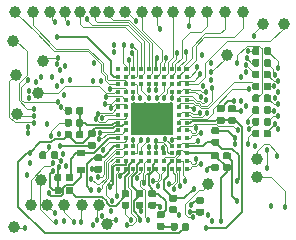
<source format=gbr>
G04 #@! TF.GenerationSoftware,KiCad,Pcbnew,5.0.2+dfsg1-1~bpo9+1*
G04 #@! TF.CreationDate,2019-10-28T12:01:42+01:00*
G04 #@! TF.ProjectId,zglue-jade-adapter,7a676c75-652d-46a6-9164-652d61646170,rev?*
G04 #@! TF.SameCoordinates,Original*
G04 #@! TF.FileFunction,Copper,L1,Top*
G04 #@! TF.FilePolarity,Positive*
%FSLAX46Y46*%
G04 Gerber Fmt 4.6, Leading zero omitted, Abs format (unit mm)*
G04 Created by KiCad (PCBNEW 5.0.2+dfsg1-1~bpo9+1) date Mon 28 Oct 2019 12:01:42 PM CET*
%MOMM*%
%LPD*%
G01*
G04 APERTURE LIST*
G04 #@! TA.AperFunction,BGAPad,CuDef*
%ADD10C,1.000000*%
G04 #@! TD*
G04 #@! TA.AperFunction,SMDPad,CuDef*
%ADD11R,0.300000X0.300000*%
G04 #@! TD*
G04 #@! TA.AperFunction,SMDPad,CuDef*
%ADD12R,3.600000X2.800000*%
G04 #@! TD*
G04 #@! TA.AperFunction,ComponentPad*
%ADD13C,0.457000*%
G04 #@! TD*
G04 #@! TA.AperFunction,SMDPad,CuDef*
%ADD14R,0.800000X0.600000*%
G04 #@! TD*
G04 #@! TA.AperFunction,Conductor*
%ADD15C,0.100000*%
G04 #@! TD*
G04 #@! TA.AperFunction,SMDPad,CuDef*
%ADD16C,0.590000*%
G04 #@! TD*
G04 #@! TA.AperFunction,ViaPad*
%ADD17C,0.457000*%
G04 #@! TD*
G04 #@! TA.AperFunction,Conductor*
%ADD18C,0.200000*%
G04 #@! TD*
G04 #@! TA.AperFunction,Conductor*
%ADD19C,0.150000*%
G04 #@! TD*
G04 #@! TA.AperFunction,Conductor*
%ADD20C,0.110000*%
G04 #@! TD*
G04 #@! TA.AperFunction,Conductor*
%ADD21C,0.080000*%
G04 #@! TD*
G04 APERTURE END LIST*
D10*
G04 #@! TO.P,TP14,1*
G04 #@! TO.N,/LED1_ISINK*
X690000Y-3399200D03*
G04 #@! TD*
G04 #@! TO.P,TP15,1*
G04 #@! TO.N,/LED2_ISINK*
X1060000Y-9589200D03*
G04 #@! TD*
G04 #@! TO.P,TP16,1*
G04 #@! TO.N,/LED3_ISINK*
X970000Y-6259200D03*
G04 #@! TD*
G04 #@! TO.P,TP34,1*
G04 #@! TO.N,Net-(TP34-Pad1)*
X18790000Y-4569200D03*
G04 #@! TD*
G04 #@! TO.P,TP33,1*
G04 #@! TO.N,/BOOST_OUT*
X760000Y-19189200D03*
G04 #@! TD*
G04 #@! TO.P,TP32,1*
G04 #@! TO.N,/VSENSE*
X17240000Y-15560000D03*
G04 #@! TD*
D11*
G04 #@! TO.P,U1,P1*
G04 #@! TO.N,/VX*
X9570000Y-14230000D03*
G04 #@! TO.P,U1,P2*
G04 #@! TO.N,GND*
X10220000Y-14230000D03*
G04 #@! TO.P,U1,P3*
G04 #@! TO.N,/CTRL_SS*
X10870000Y-14230000D03*
G04 #@! TO.P,U1,P4*
G04 #@! TO.N,/PROC_SI*
X11520000Y-14230000D03*
G04 #@! TO.P,U1,P5*
G04 #@! TO.N,/PROC_SO*
X12170000Y-14230000D03*
G04 #@! TO.P,U1,P6*
G04 #@! TO.N,/CSI_CLK_IN_N*
X12820000Y-14230000D03*
G04 #@! TO.P,U1,P7*
G04 #@! TO.N,/CSI_CLK_IN_P*
X13470000Y-14230000D03*
G04 #@! TO.P,U1,P8*
G04 #@! TO.N,/CSI_D2_IN_N*
X14120000Y-14230000D03*
G04 #@! TO.P,U1,P9*
G04 #@! TO.N,/CSI_D1_IN_P*
X14770000Y-14230000D03*
G04 #@! TO.P,U1,P10*
G04 #@! TO.N,/CSI_CLK_OUT_P*
X15420000Y-14230000D03*
G04 #@! TO.P,U1,N7*
G04 #@! TO.N,/3V3_SYS*
X13470000Y-13580000D03*
G04 #@! TO.P,U1,N5*
G04 #@! TO.N,/CTRL_SCK*
X12170000Y-13580000D03*
G04 #@! TO.P,U1,N3*
G04 #@! TO.N,/VDDANA*
X10870000Y-13580000D03*
G04 #@! TO.P,U1,N8*
G04 #@! TO.N,/2V5*
X14120000Y-13580000D03*
G04 #@! TO.P,U1,N4*
G04 #@! TO.N,/1V8*
X11520000Y-13580000D03*
G04 #@! TO.P,U1,N1*
G04 #@! TO.N,/BOOST_OUT*
X9570000Y-13580000D03*
G04 #@! TO.P,U1,N9*
G04 #@! TO.N,/CSI_D1_IN_N*
X14770000Y-13580000D03*
G04 #@! TO.P,U1,N2*
G04 #@! TO.N,GND*
X10220000Y-13580000D03*
G04 #@! TO.P,U1,N10*
G04 #@! TO.N,/CSI_CLK_OUT_N*
X15420000Y-13580000D03*
G04 #@! TO.P,U1,N6*
G04 #@! TO.N,/1V2*
X12820000Y-13580000D03*
G04 #@! TO.P,U1,M7*
G04 #@! TO.N,/LED3_ISINK*
X13470000Y-12930000D03*
G04 #@! TO.P,U1,M5*
G04 #@! TO.N,/LED1_ISINK*
X12170000Y-12930000D03*
G04 #@! TO.P,U1,M3*
G04 #@! TO.N,/DMUX*
X10870000Y-12930000D03*
G04 #@! TO.P,U1,M8*
G04 #@! TO.N,/TMS*
X14120000Y-12930000D03*
G04 #@! TO.P,U1,M4*
G04 #@! TO.N,/VSENSE*
X11520000Y-12930000D03*
G04 #@! TO.P,U1,M1*
G04 #@! TO.N,GND*
X9570000Y-12930000D03*
G04 #@! TO.P,U1,M9*
G04 #@! TO.N,/CSI_D2_IN_P*
X14770000Y-12930000D03*
G04 #@! TO.P,U1,M2*
G04 #@! TO.N,/AMUX*
X10220000Y-12930000D03*
G04 #@! TO.P,U1,M10*
G04 #@! TO.N,/3V3_SYS*
X15420000Y-12930000D03*
G04 #@! TO.P,U1,M6*
G04 #@! TO.N,/LED2_ISINK*
X12820000Y-12930000D03*
G04 #@! TO.P,U1,L3*
G04 #@! TO.N,/EXTCLK_EN*
X10870000Y-12280000D03*
G04 #@! TO.P,U1,L8*
G04 #@! TO.N,/TDO*
X14120000Y-12280000D03*
G04 #@! TO.P,U1,L1*
G04 #@! TO.N,/3V3*
X9570000Y-12280000D03*
G04 #@! TO.P,U1,L9*
G04 #@! TO.N,/TDI*
X14770000Y-12280000D03*
G04 #@! TO.P,U1,L2*
G04 #@! TO.N,/PC_RDY*
X10220000Y-12280000D03*
G04 #@! TO.P,U1,L10*
G04 #@! TO.N,/1V8_SYS*
X15420000Y-12280000D03*
G04 #@! TO.P,U1,K9*
G04 #@! TO.N,/TCK*
X14770000Y-11630000D03*
G04 #@! TO.P,U1,K1*
G04 #@! TO.N,/VBATH*
X9570000Y-11630000D03*
G04 #@! TO.P,U1,K10*
G04 #@! TO.N,/CSI_D1_OUT_N*
X15420000Y-11630000D03*
G04 #@! TO.P,U1,K2*
G04 #@! TO.N,/EXT_CLK*
X10220000Y-11630000D03*
G04 #@! TO.P,U1,J9*
G04 #@! TO.N,/I2C_0_SCL*
X14770000Y-10980000D03*
G04 #@! TO.P,U1,J2*
G04 #@! TO.N,/ZIP_EN_L*
X10220000Y-10980000D03*
G04 #@! TO.P,U1,J10*
G04 #@! TO.N,/CSI_D1_OUT_P*
X15420000Y-10980000D03*
G04 #@! TO.P,U1,J1*
G04 #@! TO.N,/PWR_BTN*
X9570000Y-10980000D03*
G04 #@! TO.P,U1,H9*
G04 #@! TO.N,/I2C_0_SDA*
X14770000Y-10330000D03*
G04 #@! TO.P,U1,H2*
G04 #@! TO.N,/1V2_SYS*
X10220000Y-10330000D03*
G04 #@! TO.P,U1,H10*
G04 #@! TO.N,/2V5_SYS*
X15420000Y-10330000D03*
G04 #@! TO.P,U1,H1*
G04 #@! TO.N,/VPLL_A*
X9570000Y-10330000D03*
G04 #@! TO.P,U1,G9*
G04 #@! TO.N,/PIO16*
X14770000Y-9680000D03*
G04 #@! TO.P,U1,G2*
G04 #@! TO.N,/FLASH_IO2*
X10220000Y-9680000D03*
G04 #@! TO.P,U1,G10*
G04 #@! TO.N,/USB_DET*
X15420000Y-9680000D03*
G04 #@! TO.P,U1,G1*
G04 #@! TO.N,/FLASH_IO1*
X9570000Y-9680000D03*
G04 #@! TO.P,U1,F9*
G04 #@! TO.N,/PROC_SS*
X14770000Y-9030000D03*
G04 #@! TO.P,U1,F2*
G04 #@! TO.N,/FLASH_CS*
X10220000Y-9030000D03*
G04 #@! TO.P,U1,F10*
G04 #@! TO.N,/PROC_SCK*
X15420000Y-9030000D03*
G04 #@! TO.P,U1,F1*
G04 #@! TO.N,/FLASH_IO3*
X9570000Y-9030000D03*
G04 #@! TO.P,U1,E9*
G04 #@! TO.N,/CTRL_SI*
X14770000Y-8380000D03*
G04 #@! TO.P,U1,E2*
G04 #@! TO.N,/FLASH_IO0*
X10220000Y-8380000D03*
G04 #@! TO.P,U1,E10*
G04 #@! TO.N,/PIO15*
X15420000Y-8380000D03*
G04 #@! TO.P,U1,E1*
G04 #@! TO.N,/CTRL_RST_FLASH_SOC_CS*
X9570000Y-8380000D03*
G04 #@! TO.P,U1,D8*
G04 #@! TO.N,Net-(U1-PadD8)*
X14120000Y-7730000D03*
G04 #@! TO.P,U1,D3*
G04 #@! TO.N,/ULPM_WAKE*
X10870000Y-7730000D03*
G04 #@! TO.P,U1,D9*
G04 #@! TO.N,/USB_D_N*
X14770000Y-7730000D03*
G04 #@! TO.P,U1,D1*
G04 #@! TO.N,/PIO18*
X9570000Y-7730000D03*
G04 #@! TO.P,U1,D10*
G04 #@! TO.N,/USB_D_P*
X15420000Y-7730000D03*
G04 #@! TO.P,U1,D2*
G04 #@! TO.N,/FLASH_CLK*
X10220000Y-7730000D03*
G04 #@! TO.P,U1,C8*
G04 #@! TO.N,/PIO13*
X14120000Y-7080000D03*
G04 #@! TO.P,U1,C9*
G04 #@! TO.N,Net-(TP34-Pad1)*
X14770000Y-7080000D03*
G04 #@! TO.P,U1,B4*
G04 #@! TO.N,/PIO1*
X11520000Y-6430000D03*
G04 #@! TO.P,U1,A7*
G04 #@! TO.N,/DBG_TX*
X13470000Y-5780000D03*
G04 #@! TO.P,U1,B7*
G04 #@! TO.N,/PIO9*
X13470000Y-6430000D03*
G04 #@! TO.P,U1,B9*
G04 #@! TO.N,/PIO12*
X14770000Y-6430000D03*
G04 #@! TO.P,U1,C2*
G04 #@! TO.N,/PIO17*
X10220000Y-7080000D03*
G04 #@! TO.P,U1,C10*
G04 #@! TO.N,/SYS_CLK*
X15420000Y-7080000D03*
G04 #@! TO.P,U1,C5*
G04 #@! TO.N,/PIO6*
X12170000Y-7080000D03*
G04 #@! TO.P,U1,C7*
G04 #@! TO.N,/PIO14*
X13470000Y-7080000D03*
G04 #@! TO.P,U1,C6*
G04 #@! TO.N,/PIO8*
X12820000Y-7080000D03*
G04 #@! TO.P,U1,B2*
G04 #@! TO.N,/PROC_OUT_1*
X10220000Y-6430000D03*
G04 #@! TO.P,U1,A2*
G04 #@! TO.N,/PROC_OUT_0*
X10220000Y-5780000D03*
G04 #@! TO.P,U1,A9*
G04 #@! TO.N,Net-(U1-PadA9)*
X14770000Y-5780000D03*
G04 #@! TO.P,U1,A1*
G04 #@! TO.N,/PROC_RST*
X9570000Y-5780000D03*
G04 #@! TO.P,U1,A4*
G04 #@! TO.N,/PIO3*
X11520000Y-5780000D03*
G04 #@! TO.P,U1,C1*
G04 #@! TO.N,/PIO19*
X9570000Y-7080000D03*
G04 #@! TO.P,U1,C3*
G04 #@! TO.N,Net-(U1-PadC3)*
X10870000Y-7080000D03*
G04 #@! TO.P,U1,C4*
G04 #@! TO.N,/PIO2*
X11520000Y-7080000D03*
G04 #@! TO.P,U1,A6*
G04 #@! TO.N,/RAVEN_VCC*
X12820000Y-5780000D03*
G04 #@! TO.P,U1,A10*
G04 #@! TO.N,/PIO11*
X15420000Y-5780000D03*
G04 #@! TO.P,U1,A5*
G04 #@! TO.N,/PIO5*
X12170000Y-5780000D03*
G04 #@! TO.P,U1,B8*
G04 #@! TO.N,/PIO10*
X14120000Y-6430000D03*
G04 #@! TO.P,U1,A8*
G04 #@! TO.N,/DBG_RX*
X14120000Y-5780000D03*
G04 #@! TO.P,U1,A3*
G04 #@! TO.N,/DONE*
X10870000Y-5780000D03*
G04 #@! TO.P,U1,B6*
G04 #@! TO.N,/PIO7*
X12820000Y-6430000D03*
G04 #@! TO.P,U1,B3*
G04 #@! TO.N,/PROC_OUT_2*
X10870000Y-6430000D03*
G04 #@! TO.P,U1,B10*
G04 #@! TO.N,/CTRL_SO*
X15420000Y-6430000D03*
G04 #@! TO.P,U1,B5*
G04 #@! TO.N,/PIO4*
X12170000Y-6430000D03*
G04 #@! TO.P,U1,B1*
G04 #@! TO.N,/3V3_SYS*
X9570000Y-6430000D03*
D12*
G04 #@! TO.P,U1,EP*
G04 #@! TO.N,GND*
X12495000Y-10005000D03*
D13*
X13095000Y-11155000D03*
X11895000Y-11155000D03*
X13095000Y-10005000D03*
X11895000Y-10005000D03*
X13095000Y-8855000D03*
X11845000Y-8855000D03*
X14045000Y-11155000D03*
X10945000Y-11155000D03*
X10945000Y-10005000D03*
X14045000Y-10005000D03*
X14045000Y-8855000D03*
X10945000Y-8855000D03*
G04 #@! TD*
D14*
G04 #@! TO.P,C11,2*
G04 #@! TO.N,GND*
X6410000Y-14320000D03*
G04 #@! TO.P,C11,1*
G04 #@! TO.N,/VBATH*
X6410000Y-12920000D03*
G04 #@! TD*
D10*
G04 #@! TO.P,TP5,1*
G04 #@! TO.N,/DMUX*
X7997400Y-17295800D03*
G04 #@! TD*
G04 #@! TO.P,TP6,1*
G04 #@! TO.N,/AMUX*
X3095000Y-15185000D03*
G04 #@! TD*
G04 #@! TO.P,TP31,1*
G04 #@! TO.N,/PIO19*
X895800Y-935000D03*
G04 #@! TD*
G04 #@! TO.P,TP13,1*
G04 #@! TO.N,/VX*
X8645800Y-18935000D03*
G04 #@! TD*
G04 #@! TO.P,TP18,1*
G04 #@! TO.N,/PIO6*
X10145800Y-935000D03*
G04 #@! TD*
G04 #@! TO.P,TP19,1*
G04 #@! TO.N,/PIO7*
X11595000Y-935000D03*
G04 #@! TD*
G04 #@! TO.P,TP20,1*
G04 #@! TO.N,/PIO8*
X12895800Y-935000D03*
G04 #@! TD*
G04 #@! TO.P,TP30,1*
G04 #@! TO.N,/PIO18*
X2800000Y-7820000D03*
G04 #@! TD*
G04 #@! TO.P,TP29,1*
G04 #@! TO.N,/PIO17*
X2345000Y-935000D03*
G04 #@! TD*
G04 #@! TO.P,TP28,1*
G04 #@! TO.N,/PIO16*
X21345000Y-14935000D03*
G04 #@! TD*
G04 #@! TO.P,TP27,1*
G04 #@! TO.N,/PIO15*
X21345000Y-13435000D03*
G04 #@! TD*
G04 #@! TO.P,TP26,1*
G04 #@! TO.N,/PIO14*
X15645800Y-935000D03*
G04 #@! TD*
G04 #@! TO.P,TP25,1*
G04 #@! TO.N,/PIO13*
X21845000Y-1935000D03*
G04 #@! TD*
G04 #@! TO.P,TP24,1*
G04 #@! TO.N,/PIO12*
X18645800Y-935000D03*
G04 #@! TD*
G04 #@! TO.P,TP23,1*
G04 #@! TO.N,/PIO11*
X20145800Y-935000D03*
G04 #@! TD*
G04 #@! TO.P,TP22,1*
G04 #@! TO.N,/PIO10*
X17095000Y-935000D03*
G04 #@! TD*
G04 #@! TO.P,TP21,1*
G04 #@! TO.N,/PIO9*
X14247400Y-935000D03*
G04 #@! TD*
D15*
G04 #@! TO.N,/2V5_SYS*
G04 #@! TO.C,C7*
G36*
X18482958Y-9820710D02*
X18497276Y-9822834D01*
X18511317Y-9826351D01*
X18524946Y-9831228D01*
X18538031Y-9837417D01*
X18550447Y-9844858D01*
X18562073Y-9853481D01*
X18572798Y-9863202D01*
X18582519Y-9873927D01*
X18591142Y-9885553D01*
X18598583Y-9897969D01*
X18604772Y-9911054D01*
X18609649Y-9924683D01*
X18613166Y-9938724D01*
X18615290Y-9953042D01*
X18616000Y-9967500D01*
X18616000Y-10262500D01*
X18615290Y-10276958D01*
X18613166Y-10291276D01*
X18609649Y-10305317D01*
X18604772Y-10318946D01*
X18598583Y-10332031D01*
X18591142Y-10344447D01*
X18582519Y-10356073D01*
X18572798Y-10366798D01*
X18562073Y-10376519D01*
X18550447Y-10385142D01*
X18538031Y-10392583D01*
X18524946Y-10398772D01*
X18511317Y-10403649D01*
X18497276Y-10407166D01*
X18482958Y-10409290D01*
X18468500Y-10410000D01*
X18123500Y-10410000D01*
X18109042Y-10409290D01*
X18094724Y-10407166D01*
X18080683Y-10403649D01*
X18067054Y-10398772D01*
X18053969Y-10392583D01*
X18041553Y-10385142D01*
X18029927Y-10376519D01*
X18019202Y-10366798D01*
X18009481Y-10356073D01*
X18000858Y-10344447D01*
X17993417Y-10332031D01*
X17987228Y-10318946D01*
X17982351Y-10305317D01*
X17978834Y-10291276D01*
X17976710Y-10276958D01*
X17976000Y-10262500D01*
X17976000Y-9967500D01*
X17976710Y-9953042D01*
X17978834Y-9938724D01*
X17982351Y-9924683D01*
X17987228Y-9911054D01*
X17993417Y-9897969D01*
X18000858Y-9885553D01*
X18009481Y-9873927D01*
X18019202Y-9863202D01*
X18029927Y-9853481D01*
X18041553Y-9844858D01*
X18053969Y-9837417D01*
X18067054Y-9831228D01*
X18080683Y-9826351D01*
X18094724Y-9822834D01*
X18109042Y-9820710D01*
X18123500Y-9820000D01*
X18468500Y-9820000D01*
X18482958Y-9820710D01*
X18482958Y-9820710D01*
G37*
D16*
G04 #@! TD*
G04 #@! TO.P,C7,1*
G04 #@! TO.N,/2V5_SYS*
X18296000Y-10115000D03*
D15*
G04 #@! TO.N,GND*
G04 #@! TO.C,C7*
G36*
X18482958Y-8850710D02*
X18497276Y-8852834D01*
X18511317Y-8856351D01*
X18524946Y-8861228D01*
X18538031Y-8867417D01*
X18550447Y-8874858D01*
X18562073Y-8883481D01*
X18572798Y-8893202D01*
X18582519Y-8903927D01*
X18591142Y-8915553D01*
X18598583Y-8927969D01*
X18604772Y-8941054D01*
X18609649Y-8954683D01*
X18613166Y-8968724D01*
X18615290Y-8983042D01*
X18616000Y-8997500D01*
X18616000Y-9292500D01*
X18615290Y-9306958D01*
X18613166Y-9321276D01*
X18609649Y-9335317D01*
X18604772Y-9348946D01*
X18598583Y-9362031D01*
X18591142Y-9374447D01*
X18582519Y-9386073D01*
X18572798Y-9396798D01*
X18562073Y-9406519D01*
X18550447Y-9415142D01*
X18538031Y-9422583D01*
X18524946Y-9428772D01*
X18511317Y-9433649D01*
X18497276Y-9437166D01*
X18482958Y-9439290D01*
X18468500Y-9440000D01*
X18123500Y-9440000D01*
X18109042Y-9439290D01*
X18094724Y-9437166D01*
X18080683Y-9433649D01*
X18067054Y-9428772D01*
X18053969Y-9422583D01*
X18041553Y-9415142D01*
X18029927Y-9406519D01*
X18019202Y-9396798D01*
X18009481Y-9386073D01*
X18000858Y-9374447D01*
X17993417Y-9362031D01*
X17987228Y-9348946D01*
X17982351Y-9335317D01*
X17978834Y-9321276D01*
X17976710Y-9306958D01*
X17976000Y-9292500D01*
X17976000Y-8997500D01*
X17976710Y-8983042D01*
X17978834Y-8968724D01*
X17982351Y-8954683D01*
X17987228Y-8941054D01*
X17993417Y-8927969D01*
X18000858Y-8915553D01*
X18009481Y-8903927D01*
X18019202Y-8893202D01*
X18029927Y-8883481D01*
X18041553Y-8874858D01*
X18053969Y-8867417D01*
X18067054Y-8861228D01*
X18080683Y-8856351D01*
X18094724Y-8852834D01*
X18109042Y-8850710D01*
X18123500Y-8850000D01*
X18468500Y-8850000D01*
X18482958Y-8850710D01*
X18482958Y-8850710D01*
G37*
D16*
G04 #@! TD*
G04 #@! TO.P,C7,2*
G04 #@! TO.N,GND*
X18296000Y-9145000D03*
D15*
G04 #@! TO.N,/1V8_SYS*
G04 #@! TO.C,C6*
G36*
X18004958Y-11673710D02*
X18019276Y-11675834D01*
X18033317Y-11679351D01*
X18046946Y-11684228D01*
X18060031Y-11690417D01*
X18072447Y-11697858D01*
X18084073Y-11706481D01*
X18094798Y-11716202D01*
X18104519Y-11726927D01*
X18113142Y-11738553D01*
X18120583Y-11750969D01*
X18126772Y-11764054D01*
X18131649Y-11777683D01*
X18135166Y-11791724D01*
X18137290Y-11806042D01*
X18138000Y-11820500D01*
X18138000Y-12115500D01*
X18137290Y-12129958D01*
X18135166Y-12144276D01*
X18131649Y-12158317D01*
X18126772Y-12171946D01*
X18120583Y-12185031D01*
X18113142Y-12197447D01*
X18104519Y-12209073D01*
X18094798Y-12219798D01*
X18084073Y-12229519D01*
X18072447Y-12238142D01*
X18060031Y-12245583D01*
X18046946Y-12251772D01*
X18033317Y-12256649D01*
X18019276Y-12260166D01*
X18004958Y-12262290D01*
X17990500Y-12263000D01*
X17645500Y-12263000D01*
X17631042Y-12262290D01*
X17616724Y-12260166D01*
X17602683Y-12256649D01*
X17589054Y-12251772D01*
X17575969Y-12245583D01*
X17563553Y-12238142D01*
X17551927Y-12229519D01*
X17541202Y-12219798D01*
X17531481Y-12209073D01*
X17522858Y-12197447D01*
X17515417Y-12185031D01*
X17509228Y-12171946D01*
X17504351Y-12158317D01*
X17500834Y-12144276D01*
X17498710Y-12129958D01*
X17498000Y-12115500D01*
X17498000Y-11820500D01*
X17498710Y-11806042D01*
X17500834Y-11791724D01*
X17504351Y-11777683D01*
X17509228Y-11764054D01*
X17515417Y-11750969D01*
X17522858Y-11738553D01*
X17531481Y-11726927D01*
X17541202Y-11716202D01*
X17551927Y-11706481D01*
X17563553Y-11697858D01*
X17575969Y-11690417D01*
X17589054Y-11684228D01*
X17602683Y-11679351D01*
X17616724Y-11675834D01*
X17631042Y-11673710D01*
X17645500Y-11673000D01*
X17990500Y-11673000D01*
X18004958Y-11673710D01*
X18004958Y-11673710D01*
G37*
D16*
G04 #@! TD*
G04 #@! TO.P,C6,1*
G04 #@! TO.N,/1V8_SYS*
X17818000Y-11968000D03*
D15*
G04 #@! TO.N,GND*
G04 #@! TO.C,C6*
G36*
X18004958Y-10703710D02*
X18019276Y-10705834D01*
X18033317Y-10709351D01*
X18046946Y-10714228D01*
X18060031Y-10720417D01*
X18072447Y-10727858D01*
X18084073Y-10736481D01*
X18094798Y-10746202D01*
X18104519Y-10756927D01*
X18113142Y-10768553D01*
X18120583Y-10780969D01*
X18126772Y-10794054D01*
X18131649Y-10807683D01*
X18135166Y-10821724D01*
X18137290Y-10836042D01*
X18138000Y-10850500D01*
X18138000Y-11145500D01*
X18137290Y-11159958D01*
X18135166Y-11174276D01*
X18131649Y-11188317D01*
X18126772Y-11201946D01*
X18120583Y-11215031D01*
X18113142Y-11227447D01*
X18104519Y-11239073D01*
X18094798Y-11249798D01*
X18084073Y-11259519D01*
X18072447Y-11268142D01*
X18060031Y-11275583D01*
X18046946Y-11281772D01*
X18033317Y-11286649D01*
X18019276Y-11290166D01*
X18004958Y-11292290D01*
X17990500Y-11293000D01*
X17645500Y-11293000D01*
X17631042Y-11292290D01*
X17616724Y-11290166D01*
X17602683Y-11286649D01*
X17589054Y-11281772D01*
X17575969Y-11275583D01*
X17563553Y-11268142D01*
X17551927Y-11259519D01*
X17541202Y-11249798D01*
X17531481Y-11239073D01*
X17522858Y-11227447D01*
X17515417Y-11215031D01*
X17509228Y-11201946D01*
X17504351Y-11188317D01*
X17500834Y-11174276D01*
X17498710Y-11159958D01*
X17498000Y-11145500D01*
X17498000Y-10850500D01*
X17498710Y-10836042D01*
X17500834Y-10821724D01*
X17504351Y-10807683D01*
X17509228Y-10794054D01*
X17515417Y-10780969D01*
X17522858Y-10768553D01*
X17531481Y-10756927D01*
X17541202Y-10746202D01*
X17551927Y-10736481D01*
X17563553Y-10727858D01*
X17575969Y-10720417D01*
X17589054Y-10714228D01*
X17602683Y-10709351D01*
X17616724Y-10705834D01*
X17631042Y-10703710D01*
X17645500Y-10703000D01*
X17990500Y-10703000D01*
X18004958Y-10703710D01*
X18004958Y-10703710D01*
G37*
D16*
G04 #@! TD*
G04 #@! TO.P,C6,2*
G04 #@! TO.N,GND*
X17818000Y-10998000D03*
D15*
G04 #@! TO.N,/3V3_SYS*
G04 #@! TO.C,C5*
G36*
X17986958Y-12840710D02*
X18001276Y-12842834D01*
X18015317Y-12846351D01*
X18028946Y-12851228D01*
X18042031Y-12857417D01*
X18054447Y-12864858D01*
X18066073Y-12873481D01*
X18076798Y-12883202D01*
X18086519Y-12893927D01*
X18095142Y-12905553D01*
X18102583Y-12917969D01*
X18108772Y-12931054D01*
X18113649Y-12944683D01*
X18117166Y-12958724D01*
X18119290Y-12973042D01*
X18120000Y-12987500D01*
X18120000Y-13282500D01*
X18119290Y-13296958D01*
X18117166Y-13311276D01*
X18113649Y-13325317D01*
X18108772Y-13338946D01*
X18102583Y-13352031D01*
X18095142Y-13364447D01*
X18086519Y-13376073D01*
X18076798Y-13386798D01*
X18066073Y-13396519D01*
X18054447Y-13405142D01*
X18042031Y-13412583D01*
X18028946Y-13418772D01*
X18015317Y-13423649D01*
X18001276Y-13427166D01*
X17986958Y-13429290D01*
X17972500Y-13430000D01*
X17627500Y-13430000D01*
X17613042Y-13429290D01*
X17598724Y-13427166D01*
X17584683Y-13423649D01*
X17571054Y-13418772D01*
X17557969Y-13412583D01*
X17545553Y-13405142D01*
X17533927Y-13396519D01*
X17523202Y-13386798D01*
X17513481Y-13376073D01*
X17504858Y-13364447D01*
X17497417Y-13352031D01*
X17491228Y-13338946D01*
X17486351Y-13325317D01*
X17482834Y-13311276D01*
X17480710Y-13296958D01*
X17480000Y-13282500D01*
X17480000Y-12987500D01*
X17480710Y-12973042D01*
X17482834Y-12958724D01*
X17486351Y-12944683D01*
X17491228Y-12931054D01*
X17497417Y-12917969D01*
X17504858Y-12905553D01*
X17513481Y-12893927D01*
X17523202Y-12883202D01*
X17533927Y-12873481D01*
X17545553Y-12864858D01*
X17557969Y-12857417D01*
X17571054Y-12851228D01*
X17584683Y-12846351D01*
X17598724Y-12842834D01*
X17613042Y-12840710D01*
X17627500Y-12840000D01*
X17972500Y-12840000D01*
X17986958Y-12840710D01*
X17986958Y-12840710D01*
G37*
D16*
G04 #@! TD*
G04 #@! TO.P,C5,1*
G04 #@! TO.N,/3V3_SYS*
X17800000Y-13135000D03*
D15*
G04 #@! TO.N,GND*
G04 #@! TO.C,C5*
G36*
X17986958Y-13810710D02*
X18001276Y-13812834D01*
X18015317Y-13816351D01*
X18028946Y-13821228D01*
X18042031Y-13827417D01*
X18054447Y-13834858D01*
X18066073Y-13843481D01*
X18076798Y-13853202D01*
X18086519Y-13863927D01*
X18095142Y-13875553D01*
X18102583Y-13887969D01*
X18108772Y-13901054D01*
X18113649Y-13914683D01*
X18117166Y-13928724D01*
X18119290Y-13943042D01*
X18120000Y-13957500D01*
X18120000Y-14252500D01*
X18119290Y-14266958D01*
X18117166Y-14281276D01*
X18113649Y-14295317D01*
X18108772Y-14308946D01*
X18102583Y-14322031D01*
X18095142Y-14334447D01*
X18086519Y-14346073D01*
X18076798Y-14356798D01*
X18066073Y-14366519D01*
X18054447Y-14375142D01*
X18042031Y-14382583D01*
X18028946Y-14388772D01*
X18015317Y-14393649D01*
X18001276Y-14397166D01*
X17986958Y-14399290D01*
X17972500Y-14400000D01*
X17627500Y-14400000D01*
X17613042Y-14399290D01*
X17598724Y-14397166D01*
X17584683Y-14393649D01*
X17571054Y-14388772D01*
X17557969Y-14382583D01*
X17545553Y-14375142D01*
X17533927Y-14366519D01*
X17523202Y-14356798D01*
X17513481Y-14346073D01*
X17504858Y-14334447D01*
X17497417Y-14322031D01*
X17491228Y-14308946D01*
X17486351Y-14295317D01*
X17482834Y-14281276D01*
X17480710Y-14266958D01*
X17480000Y-14252500D01*
X17480000Y-13957500D01*
X17480710Y-13943042D01*
X17482834Y-13928724D01*
X17486351Y-13914683D01*
X17491228Y-13901054D01*
X17497417Y-13887969D01*
X17504858Y-13875553D01*
X17513481Y-13863927D01*
X17523202Y-13853202D01*
X17533927Y-13843481D01*
X17545553Y-13834858D01*
X17557969Y-13827417D01*
X17571054Y-13821228D01*
X17584683Y-13816351D01*
X17598724Y-13812834D01*
X17613042Y-13810710D01*
X17627500Y-13810000D01*
X17972500Y-13810000D01*
X17986958Y-13810710D01*
X17986958Y-13810710D01*
G37*
D16*
G04 #@! TD*
G04 #@! TO.P,C5,2*
G04 #@! TO.N,GND*
X17800000Y-14105000D03*
D15*
G04 #@! TO.N,/1V2*
G04 #@! TO.C,C4*
G36*
X12658958Y-16033710D02*
X12673276Y-16035834D01*
X12687317Y-16039351D01*
X12700946Y-16044228D01*
X12714031Y-16050417D01*
X12726447Y-16057858D01*
X12738073Y-16066481D01*
X12748798Y-16076202D01*
X12758519Y-16086927D01*
X12767142Y-16098553D01*
X12774583Y-16110969D01*
X12780772Y-16124054D01*
X12785649Y-16137683D01*
X12789166Y-16151724D01*
X12791290Y-16166042D01*
X12792000Y-16180500D01*
X12792000Y-16475500D01*
X12791290Y-16489958D01*
X12789166Y-16504276D01*
X12785649Y-16518317D01*
X12780772Y-16531946D01*
X12774583Y-16545031D01*
X12767142Y-16557447D01*
X12758519Y-16569073D01*
X12748798Y-16579798D01*
X12738073Y-16589519D01*
X12726447Y-16598142D01*
X12714031Y-16605583D01*
X12700946Y-16611772D01*
X12687317Y-16616649D01*
X12673276Y-16620166D01*
X12658958Y-16622290D01*
X12644500Y-16623000D01*
X12299500Y-16623000D01*
X12285042Y-16622290D01*
X12270724Y-16620166D01*
X12256683Y-16616649D01*
X12243054Y-16611772D01*
X12229969Y-16605583D01*
X12217553Y-16598142D01*
X12205927Y-16589519D01*
X12195202Y-16579798D01*
X12185481Y-16569073D01*
X12176858Y-16557447D01*
X12169417Y-16545031D01*
X12163228Y-16531946D01*
X12158351Y-16518317D01*
X12154834Y-16504276D01*
X12152710Y-16489958D01*
X12152000Y-16475500D01*
X12152000Y-16180500D01*
X12152710Y-16166042D01*
X12154834Y-16151724D01*
X12158351Y-16137683D01*
X12163228Y-16124054D01*
X12169417Y-16110969D01*
X12176858Y-16098553D01*
X12185481Y-16086927D01*
X12195202Y-16076202D01*
X12205927Y-16066481D01*
X12217553Y-16057858D01*
X12229969Y-16050417D01*
X12243054Y-16044228D01*
X12256683Y-16039351D01*
X12270724Y-16035834D01*
X12285042Y-16033710D01*
X12299500Y-16033000D01*
X12644500Y-16033000D01*
X12658958Y-16033710D01*
X12658958Y-16033710D01*
G37*
D16*
G04 #@! TD*
G04 #@! TO.P,C4,1*
G04 #@! TO.N,/1V2*
X12472000Y-16328000D03*
D15*
G04 #@! TO.N,GND*
G04 #@! TO.C,C4*
G36*
X12658958Y-17003710D02*
X12673276Y-17005834D01*
X12687317Y-17009351D01*
X12700946Y-17014228D01*
X12714031Y-17020417D01*
X12726447Y-17027858D01*
X12738073Y-17036481D01*
X12748798Y-17046202D01*
X12758519Y-17056927D01*
X12767142Y-17068553D01*
X12774583Y-17080969D01*
X12780772Y-17094054D01*
X12785649Y-17107683D01*
X12789166Y-17121724D01*
X12791290Y-17136042D01*
X12792000Y-17150500D01*
X12792000Y-17445500D01*
X12791290Y-17459958D01*
X12789166Y-17474276D01*
X12785649Y-17488317D01*
X12780772Y-17501946D01*
X12774583Y-17515031D01*
X12767142Y-17527447D01*
X12758519Y-17539073D01*
X12748798Y-17549798D01*
X12738073Y-17559519D01*
X12726447Y-17568142D01*
X12714031Y-17575583D01*
X12700946Y-17581772D01*
X12687317Y-17586649D01*
X12673276Y-17590166D01*
X12658958Y-17592290D01*
X12644500Y-17593000D01*
X12299500Y-17593000D01*
X12285042Y-17592290D01*
X12270724Y-17590166D01*
X12256683Y-17586649D01*
X12243054Y-17581772D01*
X12229969Y-17575583D01*
X12217553Y-17568142D01*
X12205927Y-17559519D01*
X12195202Y-17549798D01*
X12185481Y-17539073D01*
X12176858Y-17527447D01*
X12169417Y-17515031D01*
X12163228Y-17501946D01*
X12158351Y-17488317D01*
X12154834Y-17474276D01*
X12152710Y-17459958D01*
X12152000Y-17445500D01*
X12152000Y-17150500D01*
X12152710Y-17136042D01*
X12154834Y-17121724D01*
X12158351Y-17107683D01*
X12163228Y-17094054D01*
X12169417Y-17080969D01*
X12176858Y-17068553D01*
X12185481Y-17056927D01*
X12195202Y-17046202D01*
X12205927Y-17036481D01*
X12217553Y-17027858D01*
X12229969Y-17020417D01*
X12243054Y-17014228D01*
X12256683Y-17009351D01*
X12270724Y-17005834D01*
X12285042Y-17003710D01*
X12299500Y-17003000D01*
X12644500Y-17003000D01*
X12658958Y-17003710D01*
X12658958Y-17003710D01*
G37*
D16*
G04 #@! TD*
G04 #@! TO.P,C4,2*
G04 #@! TO.N,GND*
X12472000Y-17298000D03*
D15*
G04 #@! TO.N,/2V5*
G04 #@! TO.C,C3*
G36*
X14427958Y-16414710D02*
X14442276Y-16416834D01*
X14456317Y-16420351D01*
X14469946Y-16425228D01*
X14483031Y-16431417D01*
X14495447Y-16438858D01*
X14507073Y-16447481D01*
X14517798Y-16457202D01*
X14527519Y-16467927D01*
X14536142Y-16479553D01*
X14543583Y-16491969D01*
X14549772Y-16505054D01*
X14554649Y-16518683D01*
X14558166Y-16532724D01*
X14560290Y-16547042D01*
X14561000Y-16561500D01*
X14561000Y-16856500D01*
X14560290Y-16870958D01*
X14558166Y-16885276D01*
X14554649Y-16899317D01*
X14549772Y-16912946D01*
X14543583Y-16926031D01*
X14536142Y-16938447D01*
X14527519Y-16950073D01*
X14517798Y-16960798D01*
X14507073Y-16970519D01*
X14495447Y-16979142D01*
X14483031Y-16986583D01*
X14469946Y-16992772D01*
X14456317Y-16997649D01*
X14442276Y-17001166D01*
X14427958Y-17003290D01*
X14413500Y-17004000D01*
X14068500Y-17004000D01*
X14054042Y-17003290D01*
X14039724Y-17001166D01*
X14025683Y-16997649D01*
X14012054Y-16992772D01*
X13998969Y-16986583D01*
X13986553Y-16979142D01*
X13974927Y-16970519D01*
X13964202Y-16960798D01*
X13954481Y-16950073D01*
X13945858Y-16938447D01*
X13938417Y-16926031D01*
X13932228Y-16912946D01*
X13927351Y-16899317D01*
X13923834Y-16885276D01*
X13921710Y-16870958D01*
X13921000Y-16856500D01*
X13921000Y-16561500D01*
X13921710Y-16547042D01*
X13923834Y-16532724D01*
X13927351Y-16518683D01*
X13932228Y-16505054D01*
X13938417Y-16491969D01*
X13945858Y-16479553D01*
X13954481Y-16467927D01*
X13964202Y-16457202D01*
X13974927Y-16447481D01*
X13986553Y-16438858D01*
X13998969Y-16431417D01*
X14012054Y-16425228D01*
X14025683Y-16420351D01*
X14039724Y-16416834D01*
X14054042Y-16414710D01*
X14068500Y-16414000D01*
X14413500Y-16414000D01*
X14427958Y-16414710D01*
X14427958Y-16414710D01*
G37*
D16*
G04 #@! TD*
G04 #@! TO.P,C3,1*
G04 #@! TO.N,/2V5*
X14241000Y-16709000D03*
D15*
G04 #@! TO.N,GND*
G04 #@! TO.C,C3*
G36*
X14427958Y-17384710D02*
X14442276Y-17386834D01*
X14456317Y-17390351D01*
X14469946Y-17395228D01*
X14483031Y-17401417D01*
X14495447Y-17408858D01*
X14507073Y-17417481D01*
X14517798Y-17427202D01*
X14527519Y-17437927D01*
X14536142Y-17449553D01*
X14543583Y-17461969D01*
X14549772Y-17475054D01*
X14554649Y-17488683D01*
X14558166Y-17502724D01*
X14560290Y-17517042D01*
X14561000Y-17531500D01*
X14561000Y-17826500D01*
X14560290Y-17840958D01*
X14558166Y-17855276D01*
X14554649Y-17869317D01*
X14549772Y-17882946D01*
X14543583Y-17896031D01*
X14536142Y-17908447D01*
X14527519Y-17920073D01*
X14517798Y-17930798D01*
X14507073Y-17940519D01*
X14495447Y-17949142D01*
X14483031Y-17956583D01*
X14469946Y-17962772D01*
X14456317Y-17967649D01*
X14442276Y-17971166D01*
X14427958Y-17973290D01*
X14413500Y-17974000D01*
X14068500Y-17974000D01*
X14054042Y-17973290D01*
X14039724Y-17971166D01*
X14025683Y-17967649D01*
X14012054Y-17962772D01*
X13998969Y-17956583D01*
X13986553Y-17949142D01*
X13974927Y-17940519D01*
X13964202Y-17930798D01*
X13954481Y-17920073D01*
X13945858Y-17908447D01*
X13938417Y-17896031D01*
X13932228Y-17882946D01*
X13927351Y-17869317D01*
X13923834Y-17855276D01*
X13921710Y-17840958D01*
X13921000Y-17826500D01*
X13921000Y-17531500D01*
X13921710Y-17517042D01*
X13923834Y-17502724D01*
X13927351Y-17488683D01*
X13932228Y-17475054D01*
X13938417Y-17461969D01*
X13945858Y-17449553D01*
X13954481Y-17437927D01*
X13964202Y-17427202D01*
X13974927Y-17417481D01*
X13986553Y-17408858D01*
X13998969Y-17401417D01*
X14012054Y-17395228D01*
X14025683Y-17390351D01*
X14039724Y-17386834D01*
X14054042Y-17384710D01*
X14068500Y-17384000D01*
X14413500Y-17384000D01*
X14427958Y-17384710D01*
X14427958Y-17384710D01*
G37*
D16*
G04 #@! TD*
G04 #@! TO.P,C3,2*
G04 #@! TO.N,GND*
X14241000Y-17679000D03*
D15*
G04 #@! TO.N,/1V8*
G04 #@! TO.C,C2*
G36*
X11597958Y-16034710D02*
X11612276Y-16036834D01*
X11626317Y-16040351D01*
X11639946Y-16045228D01*
X11653031Y-16051417D01*
X11665447Y-16058858D01*
X11677073Y-16067481D01*
X11687798Y-16077202D01*
X11697519Y-16087927D01*
X11706142Y-16099553D01*
X11713583Y-16111969D01*
X11719772Y-16125054D01*
X11724649Y-16138683D01*
X11728166Y-16152724D01*
X11730290Y-16167042D01*
X11731000Y-16181500D01*
X11731000Y-16476500D01*
X11730290Y-16490958D01*
X11728166Y-16505276D01*
X11724649Y-16519317D01*
X11719772Y-16532946D01*
X11713583Y-16546031D01*
X11706142Y-16558447D01*
X11697519Y-16570073D01*
X11687798Y-16580798D01*
X11677073Y-16590519D01*
X11665447Y-16599142D01*
X11653031Y-16606583D01*
X11639946Y-16612772D01*
X11626317Y-16617649D01*
X11612276Y-16621166D01*
X11597958Y-16623290D01*
X11583500Y-16624000D01*
X11238500Y-16624000D01*
X11224042Y-16623290D01*
X11209724Y-16621166D01*
X11195683Y-16617649D01*
X11182054Y-16612772D01*
X11168969Y-16606583D01*
X11156553Y-16599142D01*
X11144927Y-16590519D01*
X11134202Y-16580798D01*
X11124481Y-16570073D01*
X11115858Y-16558447D01*
X11108417Y-16546031D01*
X11102228Y-16532946D01*
X11097351Y-16519317D01*
X11093834Y-16505276D01*
X11091710Y-16490958D01*
X11091000Y-16476500D01*
X11091000Y-16181500D01*
X11091710Y-16167042D01*
X11093834Y-16152724D01*
X11097351Y-16138683D01*
X11102228Y-16125054D01*
X11108417Y-16111969D01*
X11115858Y-16099553D01*
X11124481Y-16087927D01*
X11134202Y-16077202D01*
X11144927Y-16067481D01*
X11156553Y-16058858D01*
X11168969Y-16051417D01*
X11182054Y-16045228D01*
X11195683Y-16040351D01*
X11209724Y-16036834D01*
X11224042Y-16034710D01*
X11238500Y-16034000D01*
X11583500Y-16034000D01*
X11597958Y-16034710D01*
X11597958Y-16034710D01*
G37*
D16*
G04 #@! TD*
G04 #@! TO.P,C2,1*
G04 #@! TO.N,/1V8*
X11411000Y-16329000D03*
D15*
G04 #@! TO.N,GND*
G04 #@! TO.C,C2*
G36*
X11597958Y-17004710D02*
X11612276Y-17006834D01*
X11626317Y-17010351D01*
X11639946Y-17015228D01*
X11653031Y-17021417D01*
X11665447Y-17028858D01*
X11677073Y-17037481D01*
X11687798Y-17047202D01*
X11697519Y-17057927D01*
X11706142Y-17069553D01*
X11713583Y-17081969D01*
X11719772Y-17095054D01*
X11724649Y-17108683D01*
X11728166Y-17122724D01*
X11730290Y-17137042D01*
X11731000Y-17151500D01*
X11731000Y-17446500D01*
X11730290Y-17460958D01*
X11728166Y-17475276D01*
X11724649Y-17489317D01*
X11719772Y-17502946D01*
X11713583Y-17516031D01*
X11706142Y-17528447D01*
X11697519Y-17540073D01*
X11687798Y-17550798D01*
X11677073Y-17560519D01*
X11665447Y-17569142D01*
X11653031Y-17576583D01*
X11639946Y-17582772D01*
X11626317Y-17587649D01*
X11612276Y-17591166D01*
X11597958Y-17593290D01*
X11583500Y-17594000D01*
X11238500Y-17594000D01*
X11224042Y-17593290D01*
X11209724Y-17591166D01*
X11195683Y-17587649D01*
X11182054Y-17582772D01*
X11168969Y-17576583D01*
X11156553Y-17569142D01*
X11144927Y-17560519D01*
X11134202Y-17550798D01*
X11124481Y-17540073D01*
X11115858Y-17528447D01*
X11108417Y-17516031D01*
X11102228Y-17502946D01*
X11097351Y-17489317D01*
X11093834Y-17475276D01*
X11091710Y-17460958D01*
X11091000Y-17446500D01*
X11091000Y-17151500D01*
X11091710Y-17137042D01*
X11093834Y-17122724D01*
X11097351Y-17108683D01*
X11102228Y-17095054D01*
X11108417Y-17081969D01*
X11115858Y-17069553D01*
X11124481Y-17057927D01*
X11134202Y-17047202D01*
X11144927Y-17037481D01*
X11156553Y-17028858D01*
X11168969Y-17021417D01*
X11182054Y-17015228D01*
X11195683Y-17010351D01*
X11209724Y-17006834D01*
X11224042Y-17004710D01*
X11238500Y-17004000D01*
X11583500Y-17004000D01*
X11597958Y-17004710D01*
X11597958Y-17004710D01*
G37*
D16*
G04 #@! TD*
G04 #@! TO.P,C2,2*
G04 #@! TO.N,GND*
X11411000Y-17299000D03*
D15*
G04 #@! TO.N,/VDDANA*
G04 #@! TO.C,C10*
G36*
X10386958Y-16040710D02*
X10401276Y-16042834D01*
X10415317Y-16046351D01*
X10428946Y-16051228D01*
X10442031Y-16057417D01*
X10454447Y-16064858D01*
X10466073Y-16073481D01*
X10476798Y-16083202D01*
X10486519Y-16093927D01*
X10495142Y-16105553D01*
X10502583Y-16117969D01*
X10508772Y-16131054D01*
X10513649Y-16144683D01*
X10517166Y-16158724D01*
X10519290Y-16173042D01*
X10520000Y-16187500D01*
X10520000Y-16482500D01*
X10519290Y-16496958D01*
X10517166Y-16511276D01*
X10513649Y-16525317D01*
X10508772Y-16538946D01*
X10502583Y-16552031D01*
X10495142Y-16564447D01*
X10486519Y-16576073D01*
X10476798Y-16586798D01*
X10466073Y-16596519D01*
X10454447Y-16605142D01*
X10442031Y-16612583D01*
X10428946Y-16618772D01*
X10415317Y-16623649D01*
X10401276Y-16627166D01*
X10386958Y-16629290D01*
X10372500Y-16630000D01*
X10027500Y-16630000D01*
X10013042Y-16629290D01*
X9998724Y-16627166D01*
X9984683Y-16623649D01*
X9971054Y-16618772D01*
X9957969Y-16612583D01*
X9945553Y-16605142D01*
X9933927Y-16596519D01*
X9923202Y-16586798D01*
X9913481Y-16576073D01*
X9904858Y-16564447D01*
X9897417Y-16552031D01*
X9891228Y-16538946D01*
X9886351Y-16525317D01*
X9882834Y-16511276D01*
X9880710Y-16496958D01*
X9880000Y-16482500D01*
X9880000Y-16187500D01*
X9880710Y-16173042D01*
X9882834Y-16158724D01*
X9886351Y-16144683D01*
X9891228Y-16131054D01*
X9897417Y-16117969D01*
X9904858Y-16105553D01*
X9913481Y-16093927D01*
X9923202Y-16083202D01*
X9933927Y-16073481D01*
X9945553Y-16064858D01*
X9957969Y-16057417D01*
X9971054Y-16051228D01*
X9984683Y-16046351D01*
X9998724Y-16042834D01*
X10013042Y-16040710D01*
X10027500Y-16040000D01*
X10372500Y-16040000D01*
X10386958Y-16040710D01*
X10386958Y-16040710D01*
G37*
D16*
G04 #@! TD*
G04 #@! TO.P,C10,1*
G04 #@! TO.N,/VDDANA*
X10200000Y-16335000D03*
D15*
G04 #@! TO.N,GND*
G04 #@! TO.C,C10*
G36*
X10386958Y-17010710D02*
X10401276Y-17012834D01*
X10415317Y-17016351D01*
X10428946Y-17021228D01*
X10442031Y-17027417D01*
X10454447Y-17034858D01*
X10466073Y-17043481D01*
X10476798Y-17053202D01*
X10486519Y-17063927D01*
X10495142Y-17075553D01*
X10502583Y-17087969D01*
X10508772Y-17101054D01*
X10513649Y-17114683D01*
X10517166Y-17128724D01*
X10519290Y-17143042D01*
X10520000Y-17157500D01*
X10520000Y-17452500D01*
X10519290Y-17466958D01*
X10517166Y-17481276D01*
X10513649Y-17495317D01*
X10508772Y-17508946D01*
X10502583Y-17522031D01*
X10495142Y-17534447D01*
X10486519Y-17546073D01*
X10476798Y-17556798D01*
X10466073Y-17566519D01*
X10454447Y-17575142D01*
X10442031Y-17582583D01*
X10428946Y-17588772D01*
X10415317Y-17593649D01*
X10401276Y-17597166D01*
X10386958Y-17599290D01*
X10372500Y-17600000D01*
X10027500Y-17600000D01*
X10013042Y-17599290D01*
X9998724Y-17597166D01*
X9984683Y-17593649D01*
X9971054Y-17588772D01*
X9957969Y-17582583D01*
X9945553Y-17575142D01*
X9933927Y-17566519D01*
X9923202Y-17556798D01*
X9913481Y-17546073D01*
X9904858Y-17534447D01*
X9897417Y-17522031D01*
X9891228Y-17508946D01*
X9886351Y-17495317D01*
X9882834Y-17481276D01*
X9880710Y-17466958D01*
X9880000Y-17452500D01*
X9880000Y-17157500D01*
X9880710Y-17143042D01*
X9882834Y-17128724D01*
X9886351Y-17114683D01*
X9891228Y-17101054D01*
X9897417Y-17087969D01*
X9904858Y-17075553D01*
X9913481Y-17063927D01*
X9923202Y-17053202D01*
X9933927Y-17043481D01*
X9945553Y-17034858D01*
X9957969Y-17027417D01*
X9971054Y-17021228D01*
X9984683Y-17016351D01*
X9998724Y-17012834D01*
X10013042Y-17010710D01*
X10027500Y-17010000D01*
X10372500Y-17010000D01*
X10386958Y-17010710D01*
X10386958Y-17010710D01*
G37*
D16*
G04 #@! TD*
G04 #@! TO.P,C10,2*
G04 #@! TO.N,GND*
X10200000Y-17305000D03*
D15*
G04 #@! TO.N,/VPLL_A*
G04 #@! TO.C,C14*
G36*
X6493958Y-8994710D02*
X6508276Y-8996834D01*
X6522317Y-9000351D01*
X6535946Y-9005228D01*
X6549031Y-9011417D01*
X6561447Y-9018858D01*
X6573073Y-9027481D01*
X6583798Y-9037202D01*
X6593519Y-9047927D01*
X6602142Y-9059553D01*
X6609583Y-9071969D01*
X6615772Y-9085054D01*
X6620649Y-9098683D01*
X6624166Y-9112724D01*
X6626290Y-9127042D01*
X6627000Y-9141500D01*
X6627000Y-9486500D01*
X6626290Y-9500958D01*
X6624166Y-9515276D01*
X6620649Y-9529317D01*
X6615772Y-9542946D01*
X6609583Y-9556031D01*
X6602142Y-9568447D01*
X6593519Y-9580073D01*
X6583798Y-9590798D01*
X6573073Y-9600519D01*
X6561447Y-9609142D01*
X6549031Y-9616583D01*
X6535946Y-9622772D01*
X6522317Y-9627649D01*
X6508276Y-9631166D01*
X6493958Y-9633290D01*
X6479500Y-9634000D01*
X6184500Y-9634000D01*
X6170042Y-9633290D01*
X6155724Y-9631166D01*
X6141683Y-9627649D01*
X6128054Y-9622772D01*
X6114969Y-9616583D01*
X6102553Y-9609142D01*
X6090927Y-9600519D01*
X6080202Y-9590798D01*
X6070481Y-9580073D01*
X6061858Y-9568447D01*
X6054417Y-9556031D01*
X6048228Y-9542946D01*
X6043351Y-9529317D01*
X6039834Y-9515276D01*
X6037710Y-9500958D01*
X6037000Y-9486500D01*
X6037000Y-9141500D01*
X6037710Y-9127042D01*
X6039834Y-9112724D01*
X6043351Y-9098683D01*
X6048228Y-9085054D01*
X6054417Y-9071969D01*
X6061858Y-9059553D01*
X6070481Y-9047927D01*
X6080202Y-9037202D01*
X6090927Y-9027481D01*
X6102553Y-9018858D01*
X6114969Y-9011417D01*
X6128054Y-9005228D01*
X6141683Y-9000351D01*
X6155724Y-8996834D01*
X6170042Y-8994710D01*
X6184500Y-8994000D01*
X6479500Y-8994000D01*
X6493958Y-8994710D01*
X6493958Y-8994710D01*
G37*
D16*
G04 #@! TD*
G04 #@! TO.P,C14,1*
G04 #@! TO.N,/VPLL_A*
X6332000Y-9314000D03*
D15*
G04 #@! TO.N,GND*
G04 #@! TO.C,C14*
G36*
X5523958Y-8994710D02*
X5538276Y-8996834D01*
X5552317Y-9000351D01*
X5565946Y-9005228D01*
X5579031Y-9011417D01*
X5591447Y-9018858D01*
X5603073Y-9027481D01*
X5613798Y-9037202D01*
X5623519Y-9047927D01*
X5632142Y-9059553D01*
X5639583Y-9071969D01*
X5645772Y-9085054D01*
X5650649Y-9098683D01*
X5654166Y-9112724D01*
X5656290Y-9127042D01*
X5657000Y-9141500D01*
X5657000Y-9486500D01*
X5656290Y-9500958D01*
X5654166Y-9515276D01*
X5650649Y-9529317D01*
X5645772Y-9542946D01*
X5639583Y-9556031D01*
X5632142Y-9568447D01*
X5623519Y-9580073D01*
X5613798Y-9590798D01*
X5603073Y-9600519D01*
X5591447Y-9609142D01*
X5579031Y-9616583D01*
X5565946Y-9622772D01*
X5552317Y-9627649D01*
X5538276Y-9631166D01*
X5523958Y-9633290D01*
X5509500Y-9634000D01*
X5214500Y-9634000D01*
X5200042Y-9633290D01*
X5185724Y-9631166D01*
X5171683Y-9627649D01*
X5158054Y-9622772D01*
X5144969Y-9616583D01*
X5132553Y-9609142D01*
X5120927Y-9600519D01*
X5110202Y-9590798D01*
X5100481Y-9580073D01*
X5091858Y-9568447D01*
X5084417Y-9556031D01*
X5078228Y-9542946D01*
X5073351Y-9529317D01*
X5069834Y-9515276D01*
X5067710Y-9500958D01*
X5067000Y-9486500D01*
X5067000Y-9141500D01*
X5067710Y-9127042D01*
X5069834Y-9112724D01*
X5073351Y-9098683D01*
X5078228Y-9085054D01*
X5084417Y-9071969D01*
X5091858Y-9059553D01*
X5100481Y-9047927D01*
X5110202Y-9037202D01*
X5120927Y-9027481D01*
X5132553Y-9018858D01*
X5144969Y-9011417D01*
X5158054Y-9005228D01*
X5171683Y-9000351D01*
X5185724Y-8996834D01*
X5200042Y-8994710D01*
X5214500Y-8994000D01*
X5509500Y-8994000D01*
X5523958Y-8994710D01*
X5523958Y-8994710D01*
G37*
D16*
G04 #@! TD*
G04 #@! TO.P,C14,2*
G04 #@! TO.N,GND*
X5362000Y-9314000D03*
D15*
G04 #@! TO.N,/3V3*
G04 #@! TO.C,C1*
G36*
X8093958Y-13005710D02*
X8108276Y-13007834D01*
X8122317Y-13011351D01*
X8135946Y-13016228D01*
X8149031Y-13022417D01*
X8161447Y-13029858D01*
X8173073Y-13038481D01*
X8183798Y-13048202D01*
X8193519Y-13058927D01*
X8202142Y-13070553D01*
X8209583Y-13082969D01*
X8215772Y-13096054D01*
X8220649Y-13109683D01*
X8224166Y-13123724D01*
X8226290Y-13138042D01*
X8227000Y-13152500D01*
X8227000Y-13447500D01*
X8226290Y-13461958D01*
X8224166Y-13476276D01*
X8220649Y-13490317D01*
X8215772Y-13503946D01*
X8209583Y-13517031D01*
X8202142Y-13529447D01*
X8193519Y-13541073D01*
X8183798Y-13551798D01*
X8173073Y-13561519D01*
X8161447Y-13570142D01*
X8149031Y-13577583D01*
X8135946Y-13583772D01*
X8122317Y-13588649D01*
X8108276Y-13592166D01*
X8093958Y-13594290D01*
X8079500Y-13595000D01*
X7734500Y-13595000D01*
X7720042Y-13594290D01*
X7705724Y-13592166D01*
X7691683Y-13588649D01*
X7678054Y-13583772D01*
X7664969Y-13577583D01*
X7652553Y-13570142D01*
X7640927Y-13561519D01*
X7630202Y-13551798D01*
X7620481Y-13541073D01*
X7611858Y-13529447D01*
X7604417Y-13517031D01*
X7598228Y-13503946D01*
X7593351Y-13490317D01*
X7589834Y-13476276D01*
X7587710Y-13461958D01*
X7587000Y-13447500D01*
X7587000Y-13152500D01*
X7587710Y-13138042D01*
X7589834Y-13123724D01*
X7593351Y-13109683D01*
X7598228Y-13096054D01*
X7604417Y-13082969D01*
X7611858Y-13070553D01*
X7620481Y-13058927D01*
X7630202Y-13048202D01*
X7640927Y-13038481D01*
X7652553Y-13029858D01*
X7664969Y-13022417D01*
X7678054Y-13016228D01*
X7691683Y-13011351D01*
X7705724Y-13007834D01*
X7720042Y-13005710D01*
X7734500Y-13005000D01*
X8079500Y-13005000D01*
X8093958Y-13005710D01*
X8093958Y-13005710D01*
G37*
D16*
G04 #@! TD*
G04 #@! TO.P,C1,1*
G04 #@! TO.N,/3V3*
X7907000Y-13300000D03*
D15*
G04 #@! TO.N,GND*
G04 #@! TO.C,C1*
G36*
X8093958Y-13975710D02*
X8108276Y-13977834D01*
X8122317Y-13981351D01*
X8135946Y-13986228D01*
X8149031Y-13992417D01*
X8161447Y-13999858D01*
X8173073Y-14008481D01*
X8183798Y-14018202D01*
X8193519Y-14028927D01*
X8202142Y-14040553D01*
X8209583Y-14052969D01*
X8215772Y-14066054D01*
X8220649Y-14079683D01*
X8224166Y-14093724D01*
X8226290Y-14108042D01*
X8227000Y-14122500D01*
X8227000Y-14417500D01*
X8226290Y-14431958D01*
X8224166Y-14446276D01*
X8220649Y-14460317D01*
X8215772Y-14473946D01*
X8209583Y-14487031D01*
X8202142Y-14499447D01*
X8193519Y-14511073D01*
X8183798Y-14521798D01*
X8173073Y-14531519D01*
X8161447Y-14540142D01*
X8149031Y-14547583D01*
X8135946Y-14553772D01*
X8122317Y-14558649D01*
X8108276Y-14562166D01*
X8093958Y-14564290D01*
X8079500Y-14565000D01*
X7734500Y-14565000D01*
X7720042Y-14564290D01*
X7705724Y-14562166D01*
X7691683Y-14558649D01*
X7678054Y-14553772D01*
X7664969Y-14547583D01*
X7652553Y-14540142D01*
X7640927Y-14531519D01*
X7630202Y-14521798D01*
X7620481Y-14511073D01*
X7611858Y-14499447D01*
X7604417Y-14487031D01*
X7598228Y-14473946D01*
X7593351Y-14460317D01*
X7589834Y-14446276D01*
X7587710Y-14431958D01*
X7587000Y-14417500D01*
X7587000Y-14122500D01*
X7587710Y-14108042D01*
X7589834Y-14093724D01*
X7593351Y-14079683D01*
X7598228Y-14066054D01*
X7604417Y-14052969D01*
X7611858Y-14040553D01*
X7620481Y-14028927D01*
X7630202Y-14018202D01*
X7640927Y-14008481D01*
X7652553Y-13999858D01*
X7664969Y-13992417D01*
X7678054Y-13986228D01*
X7691683Y-13981351D01*
X7705724Y-13977834D01*
X7720042Y-13975710D01*
X7734500Y-13975000D01*
X8079500Y-13975000D01*
X8093958Y-13975710D01*
X8093958Y-13975710D01*
G37*
D16*
G04 #@! TD*
G04 #@! TO.P,C1,2*
G04 #@! TO.N,GND*
X7907000Y-14270000D03*
D15*
G04 #@! TO.N,/USB_DET*
G04 #@! TO.C,R11*
G36*
X3386958Y-12750710D02*
X3401276Y-12752834D01*
X3415317Y-12756351D01*
X3428946Y-12761228D01*
X3442031Y-12767417D01*
X3454447Y-12774858D01*
X3466073Y-12783481D01*
X3476798Y-12793202D01*
X3486519Y-12803927D01*
X3495142Y-12815553D01*
X3502583Y-12827969D01*
X3508772Y-12841054D01*
X3513649Y-12854683D01*
X3517166Y-12868724D01*
X3519290Y-12883042D01*
X3520000Y-12897500D01*
X3520000Y-13242500D01*
X3519290Y-13256958D01*
X3517166Y-13271276D01*
X3513649Y-13285317D01*
X3508772Y-13298946D01*
X3502583Y-13312031D01*
X3495142Y-13324447D01*
X3486519Y-13336073D01*
X3476798Y-13346798D01*
X3466073Y-13356519D01*
X3454447Y-13365142D01*
X3442031Y-13372583D01*
X3428946Y-13378772D01*
X3415317Y-13383649D01*
X3401276Y-13387166D01*
X3386958Y-13389290D01*
X3372500Y-13390000D01*
X3077500Y-13390000D01*
X3063042Y-13389290D01*
X3048724Y-13387166D01*
X3034683Y-13383649D01*
X3021054Y-13378772D01*
X3007969Y-13372583D01*
X2995553Y-13365142D01*
X2983927Y-13356519D01*
X2973202Y-13346798D01*
X2963481Y-13336073D01*
X2954858Y-13324447D01*
X2947417Y-13312031D01*
X2941228Y-13298946D01*
X2936351Y-13285317D01*
X2932834Y-13271276D01*
X2930710Y-13256958D01*
X2930000Y-13242500D01*
X2930000Y-12897500D01*
X2930710Y-12883042D01*
X2932834Y-12868724D01*
X2936351Y-12854683D01*
X2941228Y-12841054D01*
X2947417Y-12827969D01*
X2954858Y-12815553D01*
X2963481Y-12803927D01*
X2973202Y-12793202D01*
X2983927Y-12783481D01*
X2995553Y-12774858D01*
X3007969Y-12767417D01*
X3021054Y-12761228D01*
X3034683Y-12756351D01*
X3048724Y-12752834D01*
X3063042Y-12750710D01*
X3077500Y-12750000D01*
X3372500Y-12750000D01*
X3386958Y-12750710D01*
X3386958Y-12750710D01*
G37*
D16*
G04 #@! TD*
G04 #@! TO.P,R11,1*
G04 #@! TO.N,/USB_DET*
X3225000Y-13070000D03*
D15*
G04 #@! TO.N,/USB_D_P*
G04 #@! TO.C,R11*
G36*
X4356958Y-12750710D02*
X4371276Y-12752834D01*
X4385317Y-12756351D01*
X4398946Y-12761228D01*
X4412031Y-12767417D01*
X4424447Y-12774858D01*
X4436073Y-12783481D01*
X4446798Y-12793202D01*
X4456519Y-12803927D01*
X4465142Y-12815553D01*
X4472583Y-12827969D01*
X4478772Y-12841054D01*
X4483649Y-12854683D01*
X4487166Y-12868724D01*
X4489290Y-12883042D01*
X4490000Y-12897500D01*
X4490000Y-13242500D01*
X4489290Y-13256958D01*
X4487166Y-13271276D01*
X4483649Y-13285317D01*
X4478772Y-13298946D01*
X4472583Y-13312031D01*
X4465142Y-13324447D01*
X4456519Y-13336073D01*
X4446798Y-13346798D01*
X4436073Y-13356519D01*
X4424447Y-13365142D01*
X4412031Y-13372583D01*
X4398946Y-13378772D01*
X4385317Y-13383649D01*
X4371276Y-13387166D01*
X4356958Y-13389290D01*
X4342500Y-13390000D01*
X4047500Y-13390000D01*
X4033042Y-13389290D01*
X4018724Y-13387166D01*
X4004683Y-13383649D01*
X3991054Y-13378772D01*
X3977969Y-13372583D01*
X3965553Y-13365142D01*
X3953927Y-13356519D01*
X3943202Y-13346798D01*
X3933481Y-13336073D01*
X3924858Y-13324447D01*
X3917417Y-13312031D01*
X3911228Y-13298946D01*
X3906351Y-13285317D01*
X3902834Y-13271276D01*
X3900710Y-13256958D01*
X3900000Y-13242500D01*
X3900000Y-12897500D01*
X3900710Y-12883042D01*
X3902834Y-12868724D01*
X3906351Y-12854683D01*
X3911228Y-12841054D01*
X3917417Y-12827969D01*
X3924858Y-12815553D01*
X3933481Y-12803927D01*
X3943202Y-12793202D01*
X3953927Y-12783481D01*
X3965553Y-12774858D01*
X3977969Y-12767417D01*
X3991054Y-12761228D01*
X4004683Y-12756351D01*
X4018724Y-12752834D01*
X4033042Y-12750710D01*
X4047500Y-12750000D01*
X4342500Y-12750000D01*
X4356958Y-12750710D01*
X4356958Y-12750710D01*
G37*
D16*
G04 #@! TD*
G04 #@! TO.P,R11,2*
G04 #@! TO.N,/USB_D_P*
X4195000Y-13070000D03*
D15*
G04 #@! TO.N,/1V2_SYS*
G04 #@! TO.C,R9*
G36*
X5523958Y-11024710D02*
X5538276Y-11026834D01*
X5552317Y-11030351D01*
X5565946Y-11035228D01*
X5579031Y-11041417D01*
X5591447Y-11048858D01*
X5603073Y-11057481D01*
X5613798Y-11067202D01*
X5623519Y-11077927D01*
X5632142Y-11089553D01*
X5639583Y-11101969D01*
X5645772Y-11115054D01*
X5650649Y-11128683D01*
X5654166Y-11142724D01*
X5656290Y-11157042D01*
X5657000Y-11171500D01*
X5657000Y-11516500D01*
X5656290Y-11530958D01*
X5654166Y-11545276D01*
X5650649Y-11559317D01*
X5645772Y-11572946D01*
X5639583Y-11586031D01*
X5632142Y-11598447D01*
X5623519Y-11610073D01*
X5613798Y-11620798D01*
X5603073Y-11630519D01*
X5591447Y-11639142D01*
X5579031Y-11646583D01*
X5565946Y-11652772D01*
X5552317Y-11657649D01*
X5538276Y-11661166D01*
X5523958Y-11663290D01*
X5509500Y-11664000D01*
X5214500Y-11664000D01*
X5200042Y-11663290D01*
X5185724Y-11661166D01*
X5171683Y-11657649D01*
X5158054Y-11652772D01*
X5144969Y-11646583D01*
X5132553Y-11639142D01*
X5120927Y-11630519D01*
X5110202Y-11620798D01*
X5100481Y-11610073D01*
X5091858Y-11598447D01*
X5084417Y-11586031D01*
X5078228Y-11572946D01*
X5073351Y-11559317D01*
X5069834Y-11545276D01*
X5067710Y-11530958D01*
X5067000Y-11516500D01*
X5067000Y-11171500D01*
X5067710Y-11157042D01*
X5069834Y-11142724D01*
X5073351Y-11128683D01*
X5078228Y-11115054D01*
X5084417Y-11101969D01*
X5091858Y-11089553D01*
X5100481Y-11077927D01*
X5110202Y-11067202D01*
X5120927Y-11057481D01*
X5132553Y-11048858D01*
X5144969Y-11041417D01*
X5158054Y-11035228D01*
X5171683Y-11030351D01*
X5185724Y-11026834D01*
X5200042Y-11024710D01*
X5214500Y-11024000D01*
X5509500Y-11024000D01*
X5523958Y-11024710D01*
X5523958Y-11024710D01*
G37*
D16*
G04 #@! TD*
G04 #@! TO.P,R9,1*
G04 #@! TO.N,/1V2_SYS*
X5362000Y-11344000D03*
D15*
G04 #@! TO.N,/VPLL_A*
G04 #@! TO.C,R9*
G36*
X6493958Y-11024710D02*
X6508276Y-11026834D01*
X6522317Y-11030351D01*
X6535946Y-11035228D01*
X6549031Y-11041417D01*
X6561447Y-11048858D01*
X6573073Y-11057481D01*
X6583798Y-11067202D01*
X6593519Y-11077927D01*
X6602142Y-11089553D01*
X6609583Y-11101969D01*
X6615772Y-11115054D01*
X6620649Y-11128683D01*
X6624166Y-11142724D01*
X6626290Y-11157042D01*
X6627000Y-11171500D01*
X6627000Y-11516500D01*
X6626290Y-11530958D01*
X6624166Y-11545276D01*
X6620649Y-11559317D01*
X6615772Y-11572946D01*
X6609583Y-11586031D01*
X6602142Y-11598447D01*
X6593519Y-11610073D01*
X6583798Y-11620798D01*
X6573073Y-11630519D01*
X6561447Y-11639142D01*
X6549031Y-11646583D01*
X6535946Y-11652772D01*
X6522317Y-11657649D01*
X6508276Y-11661166D01*
X6493958Y-11663290D01*
X6479500Y-11664000D01*
X6184500Y-11664000D01*
X6170042Y-11663290D01*
X6155724Y-11661166D01*
X6141683Y-11657649D01*
X6128054Y-11652772D01*
X6114969Y-11646583D01*
X6102553Y-11639142D01*
X6090927Y-11630519D01*
X6080202Y-11620798D01*
X6070481Y-11610073D01*
X6061858Y-11598447D01*
X6054417Y-11586031D01*
X6048228Y-11572946D01*
X6043351Y-11559317D01*
X6039834Y-11545276D01*
X6037710Y-11530958D01*
X6037000Y-11516500D01*
X6037000Y-11171500D01*
X6037710Y-11157042D01*
X6039834Y-11142724D01*
X6043351Y-11128683D01*
X6048228Y-11115054D01*
X6054417Y-11101969D01*
X6061858Y-11089553D01*
X6070481Y-11077927D01*
X6080202Y-11067202D01*
X6090927Y-11057481D01*
X6102553Y-11048858D01*
X6114969Y-11041417D01*
X6128054Y-11035228D01*
X6141683Y-11030351D01*
X6155724Y-11026834D01*
X6170042Y-11024710D01*
X6184500Y-11024000D01*
X6479500Y-11024000D01*
X6493958Y-11024710D01*
X6493958Y-11024710D01*
G37*
D16*
G04 #@! TD*
G04 #@! TO.P,R9,2*
G04 #@! TO.N,/VPLL_A*
X6332000Y-11344000D03*
D15*
G04 #@! TO.N,/VUSB*
G04 #@! TO.C,R8*
G36*
X4672958Y-15746710D02*
X4687276Y-15748834D01*
X4701317Y-15752351D01*
X4714946Y-15757228D01*
X4728031Y-15763417D01*
X4740447Y-15770858D01*
X4752073Y-15779481D01*
X4762798Y-15789202D01*
X4772519Y-15799927D01*
X4781142Y-15811553D01*
X4788583Y-15823969D01*
X4794772Y-15837054D01*
X4799649Y-15850683D01*
X4803166Y-15864724D01*
X4805290Y-15879042D01*
X4806000Y-15893500D01*
X4806000Y-16238500D01*
X4805290Y-16252958D01*
X4803166Y-16267276D01*
X4799649Y-16281317D01*
X4794772Y-16294946D01*
X4788583Y-16308031D01*
X4781142Y-16320447D01*
X4772519Y-16332073D01*
X4762798Y-16342798D01*
X4752073Y-16352519D01*
X4740447Y-16361142D01*
X4728031Y-16368583D01*
X4714946Y-16374772D01*
X4701317Y-16379649D01*
X4687276Y-16383166D01*
X4672958Y-16385290D01*
X4658500Y-16386000D01*
X4363500Y-16386000D01*
X4349042Y-16385290D01*
X4334724Y-16383166D01*
X4320683Y-16379649D01*
X4307054Y-16374772D01*
X4293969Y-16368583D01*
X4281553Y-16361142D01*
X4269927Y-16352519D01*
X4259202Y-16342798D01*
X4249481Y-16332073D01*
X4240858Y-16320447D01*
X4233417Y-16308031D01*
X4227228Y-16294946D01*
X4222351Y-16281317D01*
X4218834Y-16267276D01*
X4216710Y-16252958D01*
X4216000Y-16238500D01*
X4216000Y-15893500D01*
X4216710Y-15879042D01*
X4218834Y-15864724D01*
X4222351Y-15850683D01*
X4227228Y-15837054D01*
X4233417Y-15823969D01*
X4240858Y-15811553D01*
X4249481Y-15799927D01*
X4259202Y-15789202D01*
X4269927Y-15779481D01*
X4281553Y-15770858D01*
X4293969Y-15763417D01*
X4307054Y-15757228D01*
X4320683Y-15752351D01*
X4334724Y-15748834D01*
X4349042Y-15746710D01*
X4363500Y-15746000D01*
X4658500Y-15746000D01*
X4672958Y-15746710D01*
X4672958Y-15746710D01*
G37*
D16*
G04 #@! TD*
G04 #@! TO.P,R8,1*
G04 #@! TO.N,/VUSB*
X4511000Y-16066000D03*
D15*
G04 #@! TO.N,/VDDANA*
G04 #@! TO.C,R8*
G36*
X5642958Y-15746710D02*
X5657276Y-15748834D01*
X5671317Y-15752351D01*
X5684946Y-15757228D01*
X5698031Y-15763417D01*
X5710447Y-15770858D01*
X5722073Y-15779481D01*
X5732798Y-15789202D01*
X5742519Y-15799927D01*
X5751142Y-15811553D01*
X5758583Y-15823969D01*
X5764772Y-15837054D01*
X5769649Y-15850683D01*
X5773166Y-15864724D01*
X5775290Y-15879042D01*
X5776000Y-15893500D01*
X5776000Y-16238500D01*
X5775290Y-16252958D01*
X5773166Y-16267276D01*
X5769649Y-16281317D01*
X5764772Y-16294946D01*
X5758583Y-16308031D01*
X5751142Y-16320447D01*
X5742519Y-16332073D01*
X5732798Y-16342798D01*
X5722073Y-16352519D01*
X5710447Y-16361142D01*
X5698031Y-16368583D01*
X5684946Y-16374772D01*
X5671317Y-16379649D01*
X5657276Y-16383166D01*
X5642958Y-16385290D01*
X5628500Y-16386000D01*
X5333500Y-16386000D01*
X5319042Y-16385290D01*
X5304724Y-16383166D01*
X5290683Y-16379649D01*
X5277054Y-16374772D01*
X5263969Y-16368583D01*
X5251553Y-16361142D01*
X5239927Y-16352519D01*
X5229202Y-16342798D01*
X5219481Y-16332073D01*
X5210858Y-16320447D01*
X5203417Y-16308031D01*
X5197228Y-16294946D01*
X5192351Y-16281317D01*
X5188834Y-16267276D01*
X5186710Y-16252958D01*
X5186000Y-16238500D01*
X5186000Y-15893500D01*
X5186710Y-15879042D01*
X5188834Y-15864724D01*
X5192351Y-15850683D01*
X5197228Y-15837054D01*
X5203417Y-15823969D01*
X5210858Y-15811553D01*
X5219481Y-15799927D01*
X5229202Y-15789202D01*
X5239927Y-15779481D01*
X5251553Y-15770858D01*
X5263969Y-15763417D01*
X5277054Y-15757228D01*
X5290683Y-15752351D01*
X5304724Y-15748834D01*
X5319042Y-15746710D01*
X5333500Y-15746000D01*
X5628500Y-15746000D01*
X5642958Y-15746710D01*
X5642958Y-15746710D01*
G37*
D16*
G04 #@! TD*
G04 #@! TO.P,R8,2*
G04 #@! TO.N,/VDDANA*
X5481000Y-16066000D03*
D15*
G04 #@! TO.N,/VUSB*
G04 #@! TO.C,R7*
G36*
X4662958Y-14656710D02*
X4677276Y-14658834D01*
X4691317Y-14662351D01*
X4704946Y-14667228D01*
X4718031Y-14673417D01*
X4730447Y-14680858D01*
X4742073Y-14689481D01*
X4752798Y-14699202D01*
X4762519Y-14709927D01*
X4771142Y-14721553D01*
X4778583Y-14733969D01*
X4784772Y-14747054D01*
X4789649Y-14760683D01*
X4793166Y-14774724D01*
X4795290Y-14789042D01*
X4796000Y-14803500D01*
X4796000Y-15148500D01*
X4795290Y-15162958D01*
X4793166Y-15177276D01*
X4789649Y-15191317D01*
X4784772Y-15204946D01*
X4778583Y-15218031D01*
X4771142Y-15230447D01*
X4762519Y-15242073D01*
X4752798Y-15252798D01*
X4742073Y-15262519D01*
X4730447Y-15271142D01*
X4718031Y-15278583D01*
X4704946Y-15284772D01*
X4691317Y-15289649D01*
X4677276Y-15293166D01*
X4662958Y-15295290D01*
X4648500Y-15296000D01*
X4353500Y-15296000D01*
X4339042Y-15295290D01*
X4324724Y-15293166D01*
X4310683Y-15289649D01*
X4297054Y-15284772D01*
X4283969Y-15278583D01*
X4271553Y-15271142D01*
X4259927Y-15262519D01*
X4249202Y-15252798D01*
X4239481Y-15242073D01*
X4230858Y-15230447D01*
X4223417Y-15218031D01*
X4217228Y-15204946D01*
X4212351Y-15191317D01*
X4208834Y-15177276D01*
X4206710Y-15162958D01*
X4206000Y-15148500D01*
X4206000Y-14803500D01*
X4206710Y-14789042D01*
X4208834Y-14774724D01*
X4212351Y-14760683D01*
X4217228Y-14747054D01*
X4223417Y-14733969D01*
X4230858Y-14721553D01*
X4239481Y-14709927D01*
X4249202Y-14699202D01*
X4259927Y-14689481D01*
X4271553Y-14680858D01*
X4283969Y-14673417D01*
X4297054Y-14667228D01*
X4310683Y-14662351D01*
X4324724Y-14658834D01*
X4339042Y-14656710D01*
X4353500Y-14656000D01*
X4648500Y-14656000D01*
X4662958Y-14656710D01*
X4662958Y-14656710D01*
G37*
D16*
G04 #@! TD*
G04 #@! TO.P,R7,1*
G04 #@! TO.N,/VUSB*
X4501000Y-14976000D03*
D15*
G04 #@! TO.N,/VBATH*
G04 #@! TO.C,R7*
G36*
X5632958Y-14656710D02*
X5647276Y-14658834D01*
X5661317Y-14662351D01*
X5674946Y-14667228D01*
X5688031Y-14673417D01*
X5700447Y-14680858D01*
X5712073Y-14689481D01*
X5722798Y-14699202D01*
X5732519Y-14709927D01*
X5741142Y-14721553D01*
X5748583Y-14733969D01*
X5754772Y-14747054D01*
X5759649Y-14760683D01*
X5763166Y-14774724D01*
X5765290Y-14789042D01*
X5766000Y-14803500D01*
X5766000Y-15148500D01*
X5765290Y-15162958D01*
X5763166Y-15177276D01*
X5759649Y-15191317D01*
X5754772Y-15204946D01*
X5748583Y-15218031D01*
X5741142Y-15230447D01*
X5732519Y-15242073D01*
X5722798Y-15252798D01*
X5712073Y-15262519D01*
X5700447Y-15271142D01*
X5688031Y-15278583D01*
X5674946Y-15284772D01*
X5661317Y-15289649D01*
X5647276Y-15293166D01*
X5632958Y-15295290D01*
X5618500Y-15296000D01*
X5323500Y-15296000D01*
X5309042Y-15295290D01*
X5294724Y-15293166D01*
X5280683Y-15289649D01*
X5267054Y-15284772D01*
X5253969Y-15278583D01*
X5241553Y-15271142D01*
X5229927Y-15262519D01*
X5219202Y-15252798D01*
X5209481Y-15242073D01*
X5200858Y-15230447D01*
X5193417Y-15218031D01*
X5187228Y-15204946D01*
X5182351Y-15191317D01*
X5178834Y-15177276D01*
X5176710Y-15162958D01*
X5176000Y-15148500D01*
X5176000Y-14803500D01*
X5176710Y-14789042D01*
X5178834Y-14774724D01*
X5182351Y-14760683D01*
X5187228Y-14747054D01*
X5193417Y-14733969D01*
X5200858Y-14721553D01*
X5209481Y-14709927D01*
X5219202Y-14699202D01*
X5229927Y-14689481D01*
X5241553Y-14680858D01*
X5253969Y-14673417D01*
X5267054Y-14667228D01*
X5280683Y-14662351D01*
X5294724Y-14658834D01*
X5309042Y-14656710D01*
X5323500Y-14656000D01*
X5618500Y-14656000D01*
X5632958Y-14656710D01*
X5632958Y-14656710D01*
G37*
D16*
G04 #@! TD*
G04 #@! TO.P,R7,2*
G04 #@! TO.N,/VBATH*
X5471000Y-14976000D03*
D15*
G04 #@! TO.N,Net-(R4-Pad2)*
G04 #@! TO.C,R5*
G36*
X14496958Y-18820710D02*
X14511276Y-18822834D01*
X14525317Y-18826351D01*
X14538946Y-18831228D01*
X14552031Y-18837417D01*
X14564447Y-18844858D01*
X14576073Y-18853481D01*
X14586798Y-18863202D01*
X14596519Y-18873927D01*
X14605142Y-18885553D01*
X14612583Y-18897969D01*
X14618772Y-18911054D01*
X14623649Y-18924683D01*
X14627166Y-18938724D01*
X14629290Y-18953042D01*
X14630000Y-18967500D01*
X14630000Y-19312500D01*
X14629290Y-19326958D01*
X14627166Y-19341276D01*
X14623649Y-19355317D01*
X14618772Y-19368946D01*
X14612583Y-19382031D01*
X14605142Y-19394447D01*
X14596519Y-19406073D01*
X14586798Y-19416798D01*
X14576073Y-19426519D01*
X14564447Y-19435142D01*
X14552031Y-19442583D01*
X14538946Y-19448772D01*
X14525317Y-19453649D01*
X14511276Y-19457166D01*
X14496958Y-19459290D01*
X14482500Y-19460000D01*
X14187500Y-19460000D01*
X14173042Y-19459290D01*
X14158724Y-19457166D01*
X14144683Y-19453649D01*
X14131054Y-19448772D01*
X14117969Y-19442583D01*
X14105553Y-19435142D01*
X14093927Y-19426519D01*
X14083202Y-19416798D01*
X14073481Y-19406073D01*
X14064858Y-19394447D01*
X14057417Y-19382031D01*
X14051228Y-19368946D01*
X14046351Y-19355317D01*
X14042834Y-19341276D01*
X14040710Y-19326958D01*
X14040000Y-19312500D01*
X14040000Y-18967500D01*
X14040710Y-18953042D01*
X14042834Y-18938724D01*
X14046351Y-18924683D01*
X14051228Y-18911054D01*
X14057417Y-18897969D01*
X14064858Y-18885553D01*
X14073481Y-18873927D01*
X14083202Y-18863202D01*
X14093927Y-18853481D01*
X14105553Y-18844858D01*
X14117969Y-18837417D01*
X14131054Y-18831228D01*
X14144683Y-18826351D01*
X14158724Y-18822834D01*
X14173042Y-18820710D01*
X14187500Y-18820000D01*
X14482500Y-18820000D01*
X14496958Y-18820710D01*
X14496958Y-18820710D01*
G37*
D16*
G04 #@! TD*
G04 #@! TO.P,R5,1*
G04 #@! TO.N,Net-(R4-Pad2)*
X14335000Y-19140000D03*
D15*
G04 #@! TO.N,/1V2_SYS*
G04 #@! TO.C,R5*
G36*
X15466958Y-18820710D02*
X15481276Y-18822834D01*
X15495317Y-18826351D01*
X15508946Y-18831228D01*
X15522031Y-18837417D01*
X15534447Y-18844858D01*
X15546073Y-18853481D01*
X15556798Y-18863202D01*
X15566519Y-18873927D01*
X15575142Y-18885553D01*
X15582583Y-18897969D01*
X15588772Y-18911054D01*
X15593649Y-18924683D01*
X15597166Y-18938724D01*
X15599290Y-18953042D01*
X15600000Y-18967500D01*
X15600000Y-19312500D01*
X15599290Y-19326958D01*
X15597166Y-19341276D01*
X15593649Y-19355317D01*
X15588772Y-19368946D01*
X15582583Y-19382031D01*
X15575142Y-19394447D01*
X15566519Y-19406073D01*
X15556798Y-19416798D01*
X15546073Y-19426519D01*
X15534447Y-19435142D01*
X15522031Y-19442583D01*
X15508946Y-19448772D01*
X15495317Y-19453649D01*
X15481276Y-19457166D01*
X15466958Y-19459290D01*
X15452500Y-19460000D01*
X15157500Y-19460000D01*
X15143042Y-19459290D01*
X15128724Y-19457166D01*
X15114683Y-19453649D01*
X15101054Y-19448772D01*
X15087969Y-19442583D01*
X15075553Y-19435142D01*
X15063927Y-19426519D01*
X15053202Y-19416798D01*
X15043481Y-19406073D01*
X15034858Y-19394447D01*
X15027417Y-19382031D01*
X15021228Y-19368946D01*
X15016351Y-19355317D01*
X15012834Y-19341276D01*
X15010710Y-19326958D01*
X15010000Y-19312500D01*
X15010000Y-18967500D01*
X15010710Y-18953042D01*
X15012834Y-18938724D01*
X15016351Y-18924683D01*
X15021228Y-18911054D01*
X15027417Y-18897969D01*
X15034858Y-18885553D01*
X15043481Y-18873927D01*
X15053202Y-18863202D01*
X15063927Y-18853481D01*
X15075553Y-18844858D01*
X15087969Y-18837417D01*
X15101054Y-18831228D01*
X15114683Y-18826351D01*
X15128724Y-18822834D01*
X15143042Y-18820710D01*
X15157500Y-18820000D01*
X15452500Y-18820000D01*
X15466958Y-18820710D01*
X15466958Y-18820710D01*
G37*
D16*
G04 #@! TD*
G04 #@! TO.P,R5,2*
G04 #@! TO.N,/1V2_SYS*
X15305000Y-19140000D03*
D15*
G04 #@! TO.N,/1V2*
G04 #@! TO.C,R4*
G36*
X13386958Y-17840710D02*
X13401276Y-17842834D01*
X13415317Y-17846351D01*
X13428946Y-17851228D01*
X13442031Y-17857417D01*
X13454447Y-17864858D01*
X13466073Y-17873481D01*
X13476798Y-17883202D01*
X13486519Y-17893927D01*
X13495142Y-17905553D01*
X13502583Y-17917969D01*
X13508772Y-17931054D01*
X13513649Y-17944683D01*
X13517166Y-17958724D01*
X13519290Y-17973042D01*
X13520000Y-17987500D01*
X13520000Y-18282500D01*
X13519290Y-18296958D01*
X13517166Y-18311276D01*
X13513649Y-18325317D01*
X13508772Y-18338946D01*
X13502583Y-18352031D01*
X13495142Y-18364447D01*
X13486519Y-18376073D01*
X13476798Y-18386798D01*
X13466073Y-18396519D01*
X13454447Y-18405142D01*
X13442031Y-18412583D01*
X13428946Y-18418772D01*
X13415317Y-18423649D01*
X13401276Y-18427166D01*
X13386958Y-18429290D01*
X13372500Y-18430000D01*
X13027500Y-18430000D01*
X13013042Y-18429290D01*
X12998724Y-18427166D01*
X12984683Y-18423649D01*
X12971054Y-18418772D01*
X12957969Y-18412583D01*
X12945553Y-18405142D01*
X12933927Y-18396519D01*
X12923202Y-18386798D01*
X12913481Y-18376073D01*
X12904858Y-18364447D01*
X12897417Y-18352031D01*
X12891228Y-18338946D01*
X12886351Y-18325317D01*
X12882834Y-18311276D01*
X12880710Y-18296958D01*
X12880000Y-18282500D01*
X12880000Y-17987500D01*
X12880710Y-17973042D01*
X12882834Y-17958724D01*
X12886351Y-17944683D01*
X12891228Y-17931054D01*
X12897417Y-17917969D01*
X12904858Y-17905553D01*
X12913481Y-17893927D01*
X12923202Y-17883202D01*
X12933927Y-17873481D01*
X12945553Y-17864858D01*
X12957969Y-17857417D01*
X12971054Y-17851228D01*
X12984683Y-17846351D01*
X12998724Y-17842834D01*
X13013042Y-17840710D01*
X13027500Y-17840000D01*
X13372500Y-17840000D01*
X13386958Y-17840710D01*
X13386958Y-17840710D01*
G37*
D16*
G04 #@! TD*
G04 #@! TO.P,R4,1*
G04 #@! TO.N,/1V2*
X13200000Y-18135000D03*
D15*
G04 #@! TO.N,Net-(R4-Pad2)*
G04 #@! TO.C,R4*
G36*
X13386958Y-18810710D02*
X13401276Y-18812834D01*
X13415317Y-18816351D01*
X13428946Y-18821228D01*
X13442031Y-18827417D01*
X13454447Y-18834858D01*
X13466073Y-18843481D01*
X13476798Y-18853202D01*
X13486519Y-18863927D01*
X13495142Y-18875553D01*
X13502583Y-18887969D01*
X13508772Y-18901054D01*
X13513649Y-18914683D01*
X13517166Y-18928724D01*
X13519290Y-18943042D01*
X13520000Y-18957500D01*
X13520000Y-19252500D01*
X13519290Y-19266958D01*
X13517166Y-19281276D01*
X13513649Y-19295317D01*
X13508772Y-19308946D01*
X13502583Y-19322031D01*
X13495142Y-19334447D01*
X13486519Y-19346073D01*
X13476798Y-19356798D01*
X13466073Y-19366519D01*
X13454447Y-19375142D01*
X13442031Y-19382583D01*
X13428946Y-19388772D01*
X13415317Y-19393649D01*
X13401276Y-19397166D01*
X13386958Y-19399290D01*
X13372500Y-19400000D01*
X13027500Y-19400000D01*
X13013042Y-19399290D01*
X12998724Y-19397166D01*
X12984683Y-19393649D01*
X12971054Y-19388772D01*
X12957969Y-19382583D01*
X12945553Y-19375142D01*
X12933927Y-19366519D01*
X12923202Y-19356798D01*
X12913481Y-19346073D01*
X12904858Y-19334447D01*
X12897417Y-19322031D01*
X12891228Y-19308946D01*
X12886351Y-19295317D01*
X12882834Y-19281276D01*
X12880710Y-19266958D01*
X12880000Y-19252500D01*
X12880000Y-18957500D01*
X12880710Y-18943042D01*
X12882834Y-18928724D01*
X12886351Y-18914683D01*
X12891228Y-18901054D01*
X12897417Y-18887969D01*
X12904858Y-18875553D01*
X12913481Y-18863927D01*
X12923202Y-18853202D01*
X12933927Y-18843481D01*
X12945553Y-18834858D01*
X12957969Y-18827417D01*
X12971054Y-18821228D01*
X12984683Y-18816351D01*
X12998724Y-18812834D01*
X13013042Y-18810710D01*
X13027500Y-18810000D01*
X13372500Y-18810000D01*
X13386958Y-18810710D01*
X13386958Y-18810710D01*
G37*
D16*
G04 #@! TD*
G04 #@! TO.P,R4,2*
G04 #@! TO.N,Net-(R4-Pad2)*
X13200000Y-19105000D03*
D15*
G04 #@! TO.N,/2V5*
G04 #@! TO.C,R3*
G36*
X19426958Y-8860710D02*
X19441276Y-8862834D01*
X19455317Y-8866351D01*
X19468946Y-8871228D01*
X19482031Y-8877417D01*
X19494447Y-8884858D01*
X19506073Y-8893481D01*
X19516798Y-8903202D01*
X19526519Y-8913927D01*
X19535142Y-8925553D01*
X19542583Y-8937969D01*
X19548772Y-8951054D01*
X19553649Y-8964683D01*
X19557166Y-8978724D01*
X19559290Y-8993042D01*
X19560000Y-9007500D01*
X19560000Y-9302500D01*
X19559290Y-9316958D01*
X19557166Y-9331276D01*
X19553649Y-9345317D01*
X19548772Y-9358946D01*
X19542583Y-9372031D01*
X19535142Y-9384447D01*
X19526519Y-9396073D01*
X19516798Y-9406798D01*
X19506073Y-9416519D01*
X19494447Y-9425142D01*
X19482031Y-9432583D01*
X19468946Y-9438772D01*
X19455317Y-9443649D01*
X19441276Y-9447166D01*
X19426958Y-9449290D01*
X19412500Y-9450000D01*
X19067500Y-9450000D01*
X19053042Y-9449290D01*
X19038724Y-9447166D01*
X19024683Y-9443649D01*
X19011054Y-9438772D01*
X18997969Y-9432583D01*
X18985553Y-9425142D01*
X18973927Y-9416519D01*
X18963202Y-9406798D01*
X18953481Y-9396073D01*
X18944858Y-9384447D01*
X18937417Y-9372031D01*
X18931228Y-9358946D01*
X18926351Y-9345317D01*
X18922834Y-9331276D01*
X18920710Y-9316958D01*
X18920000Y-9302500D01*
X18920000Y-9007500D01*
X18920710Y-8993042D01*
X18922834Y-8978724D01*
X18926351Y-8964683D01*
X18931228Y-8951054D01*
X18937417Y-8937969D01*
X18944858Y-8925553D01*
X18953481Y-8913927D01*
X18963202Y-8903202D01*
X18973927Y-8893481D01*
X18985553Y-8884858D01*
X18997969Y-8877417D01*
X19011054Y-8871228D01*
X19024683Y-8866351D01*
X19038724Y-8862834D01*
X19053042Y-8860710D01*
X19067500Y-8860000D01*
X19412500Y-8860000D01*
X19426958Y-8860710D01*
X19426958Y-8860710D01*
G37*
D16*
G04 #@! TD*
G04 #@! TO.P,R3,1*
G04 #@! TO.N,/2V5*
X19240000Y-9155000D03*
D15*
G04 #@! TO.N,/2V5_SYS*
G04 #@! TO.C,R3*
G36*
X19426958Y-9830710D02*
X19441276Y-9832834D01*
X19455317Y-9836351D01*
X19468946Y-9841228D01*
X19482031Y-9847417D01*
X19494447Y-9854858D01*
X19506073Y-9863481D01*
X19516798Y-9873202D01*
X19526519Y-9883927D01*
X19535142Y-9895553D01*
X19542583Y-9907969D01*
X19548772Y-9921054D01*
X19553649Y-9934683D01*
X19557166Y-9948724D01*
X19559290Y-9963042D01*
X19560000Y-9977500D01*
X19560000Y-10272500D01*
X19559290Y-10286958D01*
X19557166Y-10301276D01*
X19553649Y-10315317D01*
X19548772Y-10328946D01*
X19542583Y-10342031D01*
X19535142Y-10354447D01*
X19526519Y-10366073D01*
X19516798Y-10376798D01*
X19506073Y-10386519D01*
X19494447Y-10395142D01*
X19482031Y-10402583D01*
X19468946Y-10408772D01*
X19455317Y-10413649D01*
X19441276Y-10417166D01*
X19426958Y-10419290D01*
X19412500Y-10420000D01*
X19067500Y-10420000D01*
X19053042Y-10419290D01*
X19038724Y-10417166D01*
X19024683Y-10413649D01*
X19011054Y-10408772D01*
X18997969Y-10402583D01*
X18985553Y-10395142D01*
X18973927Y-10386519D01*
X18963202Y-10376798D01*
X18953481Y-10366073D01*
X18944858Y-10354447D01*
X18937417Y-10342031D01*
X18931228Y-10328946D01*
X18926351Y-10315317D01*
X18922834Y-10301276D01*
X18920710Y-10286958D01*
X18920000Y-10272500D01*
X18920000Y-9977500D01*
X18920710Y-9963042D01*
X18922834Y-9948724D01*
X18926351Y-9934683D01*
X18931228Y-9921054D01*
X18937417Y-9907969D01*
X18944858Y-9895553D01*
X18953481Y-9883927D01*
X18963202Y-9873202D01*
X18973927Y-9863481D01*
X18985553Y-9854858D01*
X18997969Y-9847417D01*
X19011054Y-9841228D01*
X19024683Y-9836351D01*
X19038724Y-9832834D01*
X19053042Y-9830710D01*
X19067500Y-9830000D01*
X19412500Y-9830000D01*
X19426958Y-9830710D01*
X19426958Y-9830710D01*
G37*
D16*
G04 #@! TD*
G04 #@! TO.P,R3,2*
G04 #@! TO.N,/2V5_SYS*
X19240000Y-10125000D03*
D15*
G04 #@! TO.N,/1V8*
G04 #@! TO.C,R2*
G36*
X16716958Y-17595710D02*
X16731276Y-17597834D01*
X16745317Y-17601351D01*
X16758946Y-17606228D01*
X16772031Y-17612417D01*
X16784447Y-17619858D01*
X16796073Y-17628481D01*
X16806798Y-17638202D01*
X16816519Y-17648927D01*
X16825142Y-17660553D01*
X16832583Y-17672969D01*
X16838772Y-17686054D01*
X16843649Y-17699683D01*
X16847166Y-17713724D01*
X16849290Y-17728042D01*
X16850000Y-17742500D01*
X16850000Y-18037500D01*
X16849290Y-18051958D01*
X16847166Y-18066276D01*
X16843649Y-18080317D01*
X16838772Y-18093946D01*
X16832583Y-18107031D01*
X16825142Y-18119447D01*
X16816519Y-18131073D01*
X16806798Y-18141798D01*
X16796073Y-18151519D01*
X16784447Y-18160142D01*
X16772031Y-18167583D01*
X16758946Y-18173772D01*
X16745317Y-18178649D01*
X16731276Y-18182166D01*
X16716958Y-18184290D01*
X16702500Y-18185000D01*
X16357500Y-18185000D01*
X16343042Y-18184290D01*
X16328724Y-18182166D01*
X16314683Y-18178649D01*
X16301054Y-18173772D01*
X16287969Y-18167583D01*
X16275553Y-18160142D01*
X16263927Y-18151519D01*
X16253202Y-18141798D01*
X16243481Y-18131073D01*
X16234858Y-18119447D01*
X16227417Y-18107031D01*
X16221228Y-18093946D01*
X16216351Y-18080317D01*
X16212834Y-18066276D01*
X16210710Y-18051958D01*
X16210000Y-18037500D01*
X16210000Y-17742500D01*
X16210710Y-17728042D01*
X16212834Y-17713724D01*
X16216351Y-17699683D01*
X16221228Y-17686054D01*
X16227417Y-17672969D01*
X16234858Y-17660553D01*
X16243481Y-17648927D01*
X16253202Y-17638202D01*
X16263927Y-17628481D01*
X16275553Y-17619858D01*
X16287969Y-17612417D01*
X16301054Y-17606228D01*
X16314683Y-17601351D01*
X16328724Y-17597834D01*
X16343042Y-17595710D01*
X16357500Y-17595000D01*
X16702500Y-17595000D01*
X16716958Y-17595710D01*
X16716958Y-17595710D01*
G37*
D16*
G04 #@! TD*
G04 #@! TO.P,R2,1*
G04 #@! TO.N,/1V8*
X16530000Y-17890000D03*
D15*
G04 #@! TO.N,/1V8_SYS*
G04 #@! TO.C,R2*
G36*
X16716958Y-16625710D02*
X16731276Y-16627834D01*
X16745317Y-16631351D01*
X16758946Y-16636228D01*
X16772031Y-16642417D01*
X16784447Y-16649858D01*
X16796073Y-16658481D01*
X16806798Y-16668202D01*
X16816519Y-16678927D01*
X16825142Y-16690553D01*
X16832583Y-16702969D01*
X16838772Y-16716054D01*
X16843649Y-16729683D01*
X16847166Y-16743724D01*
X16849290Y-16758042D01*
X16850000Y-16772500D01*
X16850000Y-17067500D01*
X16849290Y-17081958D01*
X16847166Y-17096276D01*
X16843649Y-17110317D01*
X16838772Y-17123946D01*
X16832583Y-17137031D01*
X16825142Y-17149447D01*
X16816519Y-17161073D01*
X16806798Y-17171798D01*
X16796073Y-17181519D01*
X16784447Y-17190142D01*
X16772031Y-17197583D01*
X16758946Y-17203772D01*
X16745317Y-17208649D01*
X16731276Y-17212166D01*
X16716958Y-17214290D01*
X16702500Y-17215000D01*
X16357500Y-17215000D01*
X16343042Y-17214290D01*
X16328724Y-17212166D01*
X16314683Y-17208649D01*
X16301054Y-17203772D01*
X16287969Y-17197583D01*
X16275553Y-17190142D01*
X16263927Y-17181519D01*
X16253202Y-17171798D01*
X16243481Y-17161073D01*
X16234858Y-17149447D01*
X16227417Y-17137031D01*
X16221228Y-17123946D01*
X16216351Y-17110317D01*
X16212834Y-17096276D01*
X16210710Y-17081958D01*
X16210000Y-17067500D01*
X16210000Y-16772500D01*
X16210710Y-16758042D01*
X16212834Y-16743724D01*
X16216351Y-16729683D01*
X16221228Y-16716054D01*
X16227417Y-16702969D01*
X16234858Y-16690553D01*
X16243481Y-16678927D01*
X16253202Y-16668202D01*
X16263927Y-16658481D01*
X16275553Y-16649858D01*
X16287969Y-16642417D01*
X16301054Y-16636228D01*
X16314683Y-16631351D01*
X16328724Y-16627834D01*
X16343042Y-16625710D01*
X16357500Y-16625000D01*
X16702500Y-16625000D01*
X16716958Y-16625710D01*
X16716958Y-16625710D01*
G37*
D16*
G04 #@! TD*
G04 #@! TO.P,R2,2*
G04 #@! TO.N,/1V8_SYS*
X16530000Y-16920000D03*
D15*
G04 #@! TO.N,/3V3*
G04 #@! TO.C,R1*
G36*
X18986958Y-12840710D02*
X19001276Y-12842834D01*
X19015317Y-12846351D01*
X19028946Y-12851228D01*
X19042031Y-12857417D01*
X19054447Y-12864858D01*
X19066073Y-12873481D01*
X19076798Y-12883202D01*
X19086519Y-12893927D01*
X19095142Y-12905553D01*
X19102583Y-12917969D01*
X19108772Y-12931054D01*
X19113649Y-12944683D01*
X19117166Y-12958724D01*
X19119290Y-12973042D01*
X19120000Y-12987500D01*
X19120000Y-13282500D01*
X19119290Y-13296958D01*
X19117166Y-13311276D01*
X19113649Y-13325317D01*
X19108772Y-13338946D01*
X19102583Y-13352031D01*
X19095142Y-13364447D01*
X19086519Y-13376073D01*
X19076798Y-13386798D01*
X19066073Y-13396519D01*
X19054447Y-13405142D01*
X19042031Y-13412583D01*
X19028946Y-13418772D01*
X19015317Y-13423649D01*
X19001276Y-13427166D01*
X18986958Y-13429290D01*
X18972500Y-13430000D01*
X18627500Y-13430000D01*
X18613042Y-13429290D01*
X18598724Y-13427166D01*
X18584683Y-13423649D01*
X18571054Y-13418772D01*
X18557969Y-13412583D01*
X18545553Y-13405142D01*
X18533927Y-13396519D01*
X18523202Y-13386798D01*
X18513481Y-13376073D01*
X18504858Y-13364447D01*
X18497417Y-13352031D01*
X18491228Y-13338946D01*
X18486351Y-13325317D01*
X18482834Y-13311276D01*
X18480710Y-13296958D01*
X18480000Y-13282500D01*
X18480000Y-12987500D01*
X18480710Y-12973042D01*
X18482834Y-12958724D01*
X18486351Y-12944683D01*
X18491228Y-12931054D01*
X18497417Y-12917969D01*
X18504858Y-12905553D01*
X18513481Y-12893927D01*
X18523202Y-12883202D01*
X18533927Y-12873481D01*
X18545553Y-12864858D01*
X18557969Y-12857417D01*
X18571054Y-12851228D01*
X18584683Y-12846351D01*
X18598724Y-12842834D01*
X18613042Y-12840710D01*
X18627500Y-12840000D01*
X18972500Y-12840000D01*
X18986958Y-12840710D01*
X18986958Y-12840710D01*
G37*
D16*
G04 #@! TD*
G04 #@! TO.P,R1,1*
G04 #@! TO.N,/3V3*
X18800000Y-13135000D03*
D15*
G04 #@! TO.N,/3V3_SYS*
G04 #@! TO.C,R1*
G36*
X18986958Y-13810710D02*
X19001276Y-13812834D01*
X19015317Y-13816351D01*
X19028946Y-13821228D01*
X19042031Y-13827417D01*
X19054447Y-13834858D01*
X19066073Y-13843481D01*
X19076798Y-13853202D01*
X19086519Y-13863927D01*
X19095142Y-13875553D01*
X19102583Y-13887969D01*
X19108772Y-13901054D01*
X19113649Y-13914683D01*
X19117166Y-13928724D01*
X19119290Y-13943042D01*
X19120000Y-13957500D01*
X19120000Y-14252500D01*
X19119290Y-14266958D01*
X19117166Y-14281276D01*
X19113649Y-14295317D01*
X19108772Y-14308946D01*
X19102583Y-14322031D01*
X19095142Y-14334447D01*
X19086519Y-14346073D01*
X19076798Y-14356798D01*
X19066073Y-14366519D01*
X19054447Y-14375142D01*
X19042031Y-14382583D01*
X19028946Y-14388772D01*
X19015317Y-14393649D01*
X19001276Y-14397166D01*
X18986958Y-14399290D01*
X18972500Y-14400000D01*
X18627500Y-14400000D01*
X18613042Y-14399290D01*
X18598724Y-14397166D01*
X18584683Y-14393649D01*
X18571054Y-14388772D01*
X18557969Y-14382583D01*
X18545553Y-14375142D01*
X18533927Y-14366519D01*
X18523202Y-14356798D01*
X18513481Y-14346073D01*
X18504858Y-14334447D01*
X18497417Y-14322031D01*
X18491228Y-14308946D01*
X18486351Y-14295317D01*
X18482834Y-14281276D01*
X18480710Y-14266958D01*
X18480000Y-14252500D01*
X18480000Y-13957500D01*
X18480710Y-13943042D01*
X18482834Y-13928724D01*
X18486351Y-13914683D01*
X18491228Y-13901054D01*
X18497417Y-13887969D01*
X18504858Y-13875553D01*
X18513481Y-13863927D01*
X18523202Y-13853202D01*
X18533927Y-13843481D01*
X18545553Y-13834858D01*
X18557969Y-13827417D01*
X18571054Y-13821228D01*
X18584683Y-13816351D01*
X18598724Y-13812834D01*
X18613042Y-13810710D01*
X18627500Y-13810000D01*
X18972500Y-13810000D01*
X18986958Y-13810710D01*
X18986958Y-13810710D01*
G37*
D16*
G04 #@! TD*
G04 #@! TO.P,R1,2*
G04 #@! TO.N,/3V3_SYS*
X18800000Y-14105000D03*
D10*
G04 #@! TO.P,TP4,1*
G04 #@! TO.N,/PC_RDY*
X5005000Y-17295800D03*
G04 #@! TD*
G04 #@! TO.P,TP9,1*
G04 #@! TO.N,/PIO3*
X6345000Y-935000D03*
G04 #@! TD*
G04 #@! TO.P,TP7,1*
G04 #@! TO.N,/EXTCLK_EN*
X6515000Y-17295800D03*
G04 #@! TD*
G04 #@! TO.P,TP3,1*
G04 #@! TO.N,/ZIP_EN_L*
X2195000Y-17295800D03*
G04 #@! TD*
G04 #@! TO.P,TP1,1*
G04 #@! TO.N,/PIO4*
X8845000Y-935000D03*
G04 #@! TD*
G04 #@! TO.P,TP2,1*
G04 #@! TO.N,/PIO5*
X7595000Y-935000D03*
G04 #@! TD*
G04 #@! TO.P,TP8,1*
G04 #@! TO.N,/EXT_CLK*
X3575000Y-17295800D03*
G04 #@! TD*
G04 #@! TO.P,TP11,1*
G04 #@! TO.N,/PIO1*
X3845000Y-935000D03*
G04 #@! TD*
G04 #@! TO.P,TP12,1*
G04 #@! TO.N,/ULPM_WAKE*
X3235000Y-5085800D03*
G04 #@! TD*
G04 #@! TO.P,TP10,1*
G04 #@! TO.N,/PIO2*
X5095000Y-935000D03*
G04 #@! TD*
D15*
G04 #@! TO.N,/VPLL_A*
G04 #@! TO.C,C15*
G36*
X6493958Y-10014710D02*
X6508276Y-10016834D01*
X6522317Y-10020351D01*
X6535946Y-10025228D01*
X6549031Y-10031417D01*
X6561447Y-10038858D01*
X6573073Y-10047481D01*
X6583798Y-10057202D01*
X6593519Y-10067927D01*
X6602142Y-10079553D01*
X6609583Y-10091969D01*
X6615772Y-10105054D01*
X6620649Y-10118683D01*
X6624166Y-10132724D01*
X6626290Y-10147042D01*
X6627000Y-10161500D01*
X6627000Y-10506500D01*
X6626290Y-10520958D01*
X6624166Y-10535276D01*
X6620649Y-10549317D01*
X6615772Y-10562946D01*
X6609583Y-10576031D01*
X6602142Y-10588447D01*
X6593519Y-10600073D01*
X6583798Y-10610798D01*
X6573073Y-10620519D01*
X6561447Y-10629142D01*
X6549031Y-10636583D01*
X6535946Y-10642772D01*
X6522317Y-10647649D01*
X6508276Y-10651166D01*
X6493958Y-10653290D01*
X6479500Y-10654000D01*
X6184500Y-10654000D01*
X6170042Y-10653290D01*
X6155724Y-10651166D01*
X6141683Y-10647649D01*
X6128054Y-10642772D01*
X6114969Y-10636583D01*
X6102553Y-10629142D01*
X6090927Y-10620519D01*
X6080202Y-10610798D01*
X6070481Y-10600073D01*
X6061858Y-10588447D01*
X6054417Y-10576031D01*
X6048228Y-10562946D01*
X6043351Y-10549317D01*
X6039834Y-10535276D01*
X6037710Y-10520958D01*
X6037000Y-10506500D01*
X6037000Y-10161500D01*
X6037710Y-10147042D01*
X6039834Y-10132724D01*
X6043351Y-10118683D01*
X6048228Y-10105054D01*
X6054417Y-10091969D01*
X6061858Y-10079553D01*
X6070481Y-10067927D01*
X6080202Y-10057202D01*
X6090927Y-10047481D01*
X6102553Y-10038858D01*
X6114969Y-10031417D01*
X6128054Y-10025228D01*
X6141683Y-10020351D01*
X6155724Y-10016834D01*
X6170042Y-10014710D01*
X6184500Y-10014000D01*
X6479500Y-10014000D01*
X6493958Y-10014710D01*
X6493958Y-10014710D01*
G37*
D16*
G04 #@! TD*
G04 #@! TO.P,C15,1*
G04 #@! TO.N,/VPLL_A*
X6332000Y-10334000D03*
D15*
G04 #@! TO.N,GND*
G04 #@! TO.C,C15*
G36*
X5523958Y-10014710D02*
X5538276Y-10016834D01*
X5552317Y-10020351D01*
X5565946Y-10025228D01*
X5579031Y-10031417D01*
X5591447Y-10038858D01*
X5603073Y-10047481D01*
X5613798Y-10057202D01*
X5623519Y-10067927D01*
X5632142Y-10079553D01*
X5639583Y-10091969D01*
X5645772Y-10105054D01*
X5650649Y-10118683D01*
X5654166Y-10132724D01*
X5656290Y-10147042D01*
X5657000Y-10161500D01*
X5657000Y-10506500D01*
X5656290Y-10520958D01*
X5654166Y-10535276D01*
X5650649Y-10549317D01*
X5645772Y-10562946D01*
X5639583Y-10576031D01*
X5632142Y-10588447D01*
X5623519Y-10600073D01*
X5613798Y-10610798D01*
X5603073Y-10620519D01*
X5591447Y-10629142D01*
X5579031Y-10636583D01*
X5565946Y-10642772D01*
X5552317Y-10647649D01*
X5538276Y-10651166D01*
X5523958Y-10653290D01*
X5509500Y-10654000D01*
X5214500Y-10654000D01*
X5200042Y-10653290D01*
X5185724Y-10651166D01*
X5171683Y-10647649D01*
X5158054Y-10642772D01*
X5144969Y-10636583D01*
X5132553Y-10629142D01*
X5120927Y-10620519D01*
X5110202Y-10610798D01*
X5100481Y-10600073D01*
X5091858Y-10588447D01*
X5084417Y-10576031D01*
X5078228Y-10562946D01*
X5073351Y-10549317D01*
X5069834Y-10535276D01*
X5067710Y-10520958D01*
X5067000Y-10506500D01*
X5067000Y-10161500D01*
X5067710Y-10147042D01*
X5069834Y-10132724D01*
X5073351Y-10118683D01*
X5078228Y-10105054D01*
X5084417Y-10091969D01*
X5091858Y-10079553D01*
X5100481Y-10067927D01*
X5110202Y-10057202D01*
X5120927Y-10047481D01*
X5132553Y-10038858D01*
X5144969Y-10031417D01*
X5158054Y-10025228D01*
X5171683Y-10020351D01*
X5185724Y-10016834D01*
X5200042Y-10014710D01*
X5214500Y-10014000D01*
X5509500Y-10014000D01*
X5523958Y-10014710D01*
X5523958Y-10014710D01*
G37*
D16*
G04 #@! TD*
G04 #@! TO.P,C15,2*
G04 #@! TO.N,GND*
X5362000Y-10334000D03*
D15*
G04 #@! TO.N,/1V2_SYS*
G04 #@! TO.C,C9*
G36*
X7558958Y-10961710D02*
X7573276Y-10963834D01*
X7587317Y-10967351D01*
X7600946Y-10972228D01*
X7614031Y-10978417D01*
X7626447Y-10985858D01*
X7638073Y-10994481D01*
X7648798Y-11004202D01*
X7658519Y-11014927D01*
X7667142Y-11026553D01*
X7674583Y-11038969D01*
X7680772Y-11052054D01*
X7685649Y-11065683D01*
X7689166Y-11079724D01*
X7691290Y-11094042D01*
X7692000Y-11108500D01*
X7692000Y-11403500D01*
X7691290Y-11417958D01*
X7689166Y-11432276D01*
X7685649Y-11446317D01*
X7680772Y-11459946D01*
X7674583Y-11473031D01*
X7667142Y-11485447D01*
X7658519Y-11497073D01*
X7648798Y-11507798D01*
X7638073Y-11517519D01*
X7626447Y-11526142D01*
X7614031Y-11533583D01*
X7600946Y-11539772D01*
X7587317Y-11544649D01*
X7573276Y-11548166D01*
X7558958Y-11550290D01*
X7544500Y-11551000D01*
X7199500Y-11551000D01*
X7185042Y-11550290D01*
X7170724Y-11548166D01*
X7156683Y-11544649D01*
X7143054Y-11539772D01*
X7129969Y-11533583D01*
X7117553Y-11526142D01*
X7105927Y-11517519D01*
X7095202Y-11507798D01*
X7085481Y-11497073D01*
X7076858Y-11485447D01*
X7069417Y-11473031D01*
X7063228Y-11459946D01*
X7058351Y-11446317D01*
X7054834Y-11432276D01*
X7052710Y-11417958D01*
X7052000Y-11403500D01*
X7052000Y-11108500D01*
X7052710Y-11094042D01*
X7054834Y-11079724D01*
X7058351Y-11065683D01*
X7063228Y-11052054D01*
X7069417Y-11038969D01*
X7076858Y-11026553D01*
X7085481Y-11014927D01*
X7095202Y-11004202D01*
X7105927Y-10994481D01*
X7117553Y-10985858D01*
X7129969Y-10978417D01*
X7143054Y-10972228D01*
X7156683Y-10967351D01*
X7170724Y-10963834D01*
X7185042Y-10961710D01*
X7199500Y-10961000D01*
X7544500Y-10961000D01*
X7558958Y-10961710D01*
X7558958Y-10961710D01*
G37*
D16*
G04 #@! TD*
G04 #@! TO.P,C9,1*
G04 #@! TO.N,/1V2_SYS*
X7372000Y-11256000D03*
D15*
G04 #@! TO.N,GND*
G04 #@! TO.C,C9*
G36*
X7558958Y-11931710D02*
X7573276Y-11933834D01*
X7587317Y-11937351D01*
X7600946Y-11942228D01*
X7614031Y-11948417D01*
X7626447Y-11955858D01*
X7638073Y-11964481D01*
X7648798Y-11974202D01*
X7658519Y-11984927D01*
X7667142Y-11996553D01*
X7674583Y-12008969D01*
X7680772Y-12022054D01*
X7685649Y-12035683D01*
X7689166Y-12049724D01*
X7691290Y-12064042D01*
X7692000Y-12078500D01*
X7692000Y-12373500D01*
X7691290Y-12387958D01*
X7689166Y-12402276D01*
X7685649Y-12416317D01*
X7680772Y-12429946D01*
X7674583Y-12443031D01*
X7667142Y-12455447D01*
X7658519Y-12467073D01*
X7648798Y-12477798D01*
X7638073Y-12487519D01*
X7626447Y-12496142D01*
X7614031Y-12503583D01*
X7600946Y-12509772D01*
X7587317Y-12514649D01*
X7573276Y-12518166D01*
X7558958Y-12520290D01*
X7544500Y-12521000D01*
X7199500Y-12521000D01*
X7185042Y-12520290D01*
X7170724Y-12518166D01*
X7156683Y-12514649D01*
X7143054Y-12509772D01*
X7129969Y-12503583D01*
X7117553Y-12496142D01*
X7105927Y-12487519D01*
X7095202Y-12477798D01*
X7085481Y-12467073D01*
X7076858Y-12455447D01*
X7069417Y-12443031D01*
X7063228Y-12429946D01*
X7058351Y-12416317D01*
X7054834Y-12402276D01*
X7052710Y-12387958D01*
X7052000Y-12373500D01*
X7052000Y-12078500D01*
X7052710Y-12064042D01*
X7054834Y-12049724D01*
X7058351Y-12035683D01*
X7063228Y-12022054D01*
X7069417Y-12008969D01*
X7076858Y-11996553D01*
X7085481Y-11984927D01*
X7095202Y-11974202D01*
X7105927Y-11964481D01*
X7117553Y-11955858D01*
X7129969Y-11948417D01*
X7143054Y-11942228D01*
X7156683Y-11937351D01*
X7170724Y-11933834D01*
X7185042Y-11931710D01*
X7199500Y-11931000D01*
X7544500Y-11931000D01*
X7558958Y-11931710D01*
X7558958Y-11931710D01*
G37*
D16*
G04 #@! TD*
G04 #@! TO.P,C9,2*
G04 #@! TO.N,GND*
X7372000Y-12226000D03*
D15*
G04 #@! TO.N,/CTRL_SS*
G04 #@! TO.C,R22*
G36*
X21421958Y-10935710D02*
X21436276Y-10937834D01*
X21450317Y-10941351D01*
X21463946Y-10946228D01*
X21477031Y-10952417D01*
X21489447Y-10959858D01*
X21501073Y-10968481D01*
X21511798Y-10978202D01*
X21521519Y-10988927D01*
X21530142Y-11000553D01*
X21537583Y-11012969D01*
X21543772Y-11026054D01*
X21548649Y-11039683D01*
X21552166Y-11053724D01*
X21554290Y-11068042D01*
X21555000Y-11082500D01*
X21555000Y-11427500D01*
X21554290Y-11441958D01*
X21552166Y-11456276D01*
X21548649Y-11470317D01*
X21543772Y-11483946D01*
X21537583Y-11497031D01*
X21530142Y-11509447D01*
X21521519Y-11521073D01*
X21511798Y-11531798D01*
X21501073Y-11541519D01*
X21489447Y-11550142D01*
X21477031Y-11557583D01*
X21463946Y-11563772D01*
X21450317Y-11568649D01*
X21436276Y-11572166D01*
X21421958Y-11574290D01*
X21407500Y-11575000D01*
X21112500Y-11575000D01*
X21098042Y-11574290D01*
X21083724Y-11572166D01*
X21069683Y-11568649D01*
X21056054Y-11563772D01*
X21042969Y-11557583D01*
X21030553Y-11550142D01*
X21018927Y-11541519D01*
X21008202Y-11531798D01*
X20998481Y-11521073D01*
X20989858Y-11509447D01*
X20982417Y-11497031D01*
X20976228Y-11483946D01*
X20971351Y-11470317D01*
X20967834Y-11456276D01*
X20965710Y-11441958D01*
X20965000Y-11427500D01*
X20965000Y-11082500D01*
X20965710Y-11068042D01*
X20967834Y-11053724D01*
X20971351Y-11039683D01*
X20976228Y-11026054D01*
X20982417Y-11012969D01*
X20989858Y-11000553D01*
X20998481Y-10988927D01*
X21008202Y-10978202D01*
X21018927Y-10968481D01*
X21030553Y-10959858D01*
X21042969Y-10952417D01*
X21056054Y-10946228D01*
X21069683Y-10941351D01*
X21083724Y-10937834D01*
X21098042Y-10935710D01*
X21112500Y-10935000D01*
X21407500Y-10935000D01*
X21421958Y-10935710D01*
X21421958Y-10935710D01*
G37*
D16*
G04 #@! TD*
G04 #@! TO.P,R22,1*
G04 #@! TO.N,/CTRL_SS*
X21260000Y-11255000D03*
D15*
G04 #@! TO.N,/E_CTRL_SS*
G04 #@! TO.C,R22*
G36*
X22391958Y-10935710D02*
X22406276Y-10937834D01*
X22420317Y-10941351D01*
X22433946Y-10946228D01*
X22447031Y-10952417D01*
X22459447Y-10959858D01*
X22471073Y-10968481D01*
X22481798Y-10978202D01*
X22491519Y-10988927D01*
X22500142Y-11000553D01*
X22507583Y-11012969D01*
X22513772Y-11026054D01*
X22518649Y-11039683D01*
X22522166Y-11053724D01*
X22524290Y-11068042D01*
X22525000Y-11082500D01*
X22525000Y-11427500D01*
X22524290Y-11441958D01*
X22522166Y-11456276D01*
X22518649Y-11470317D01*
X22513772Y-11483946D01*
X22507583Y-11497031D01*
X22500142Y-11509447D01*
X22491519Y-11521073D01*
X22481798Y-11531798D01*
X22471073Y-11541519D01*
X22459447Y-11550142D01*
X22447031Y-11557583D01*
X22433946Y-11563772D01*
X22420317Y-11568649D01*
X22406276Y-11572166D01*
X22391958Y-11574290D01*
X22377500Y-11575000D01*
X22082500Y-11575000D01*
X22068042Y-11574290D01*
X22053724Y-11572166D01*
X22039683Y-11568649D01*
X22026054Y-11563772D01*
X22012969Y-11557583D01*
X22000553Y-11550142D01*
X21988927Y-11541519D01*
X21978202Y-11531798D01*
X21968481Y-11521073D01*
X21959858Y-11509447D01*
X21952417Y-11497031D01*
X21946228Y-11483946D01*
X21941351Y-11470317D01*
X21937834Y-11456276D01*
X21935710Y-11441958D01*
X21935000Y-11427500D01*
X21935000Y-11082500D01*
X21935710Y-11068042D01*
X21937834Y-11053724D01*
X21941351Y-11039683D01*
X21946228Y-11026054D01*
X21952417Y-11012969D01*
X21959858Y-11000553D01*
X21968481Y-10988927D01*
X21978202Y-10978202D01*
X21988927Y-10968481D01*
X22000553Y-10959858D01*
X22012969Y-10952417D01*
X22026054Y-10946228D01*
X22039683Y-10941351D01*
X22053724Y-10937834D01*
X22068042Y-10935710D01*
X22082500Y-10935000D01*
X22377500Y-10935000D01*
X22391958Y-10935710D01*
X22391958Y-10935710D01*
G37*
D16*
G04 #@! TD*
G04 #@! TO.P,R22,2*
G04 #@! TO.N,/E_CTRL_SS*
X22230000Y-11255000D03*
D15*
G04 #@! TO.N,/CTRL_SCK*
G04 #@! TO.C,R21*
G36*
X21421958Y-9935710D02*
X21436276Y-9937834D01*
X21450317Y-9941351D01*
X21463946Y-9946228D01*
X21477031Y-9952417D01*
X21489447Y-9959858D01*
X21501073Y-9968481D01*
X21511798Y-9978202D01*
X21521519Y-9988927D01*
X21530142Y-10000553D01*
X21537583Y-10012969D01*
X21543772Y-10026054D01*
X21548649Y-10039683D01*
X21552166Y-10053724D01*
X21554290Y-10068042D01*
X21555000Y-10082500D01*
X21555000Y-10427500D01*
X21554290Y-10441958D01*
X21552166Y-10456276D01*
X21548649Y-10470317D01*
X21543772Y-10483946D01*
X21537583Y-10497031D01*
X21530142Y-10509447D01*
X21521519Y-10521073D01*
X21511798Y-10531798D01*
X21501073Y-10541519D01*
X21489447Y-10550142D01*
X21477031Y-10557583D01*
X21463946Y-10563772D01*
X21450317Y-10568649D01*
X21436276Y-10572166D01*
X21421958Y-10574290D01*
X21407500Y-10575000D01*
X21112500Y-10575000D01*
X21098042Y-10574290D01*
X21083724Y-10572166D01*
X21069683Y-10568649D01*
X21056054Y-10563772D01*
X21042969Y-10557583D01*
X21030553Y-10550142D01*
X21018927Y-10541519D01*
X21008202Y-10531798D01*
X20998481Y-10521073D01*
X20989858Y-10509447D01*
X20982417Y-10497031D01*
X20976228Y-10483946D01*
X20971351Y-10470317D01*
X20967834Y-10456276D01*
X20965710Y-10441958D01*
X20965000Y-10427500D01*
X20965000Y-10082500D01*
X20965710Y-10068042D01*
X20967834Y-10053724D01*
X20971351Y-10039683D01*
X20976228Y-10026054D01*
X20982417Y-10012969D01*
X20989858Y-10000553D01*
X20998481Y-9988927D01*
X21008202Y-9978202D01*
X21018927Y-9968481D01*
X21030553Y-9959858D01*
X21042969Y-9952417D01*
X21056054Y-9946228D01*
X21069683Y-9941351D01*
X21083724Y-9937834D01*
X21098042Y-9935710D01*
X21112500Y-9935000D01*
X21407500Y-9935000D01*
X21421958Y-9935710D01*
X21421958Y-9935710D01*
G37*
D16*
G04 #@! TD*
G04 #@! TO.P,R21,1*
G04 #@! TO.N,/CTRL_SCK*
X21260000Y-10255000D03*
D15*
G04 #@! TO.N,/E_CTRL_SCK*
G04 #@! TO.C,R21*
G36*
X22391958Y-9935710D02*
X22406276Y-9937834D01*
X22420317Y-9941351D01*
X22433946Y-9946228D01*
X22447031Y-9952417D01*
X22459447Y-9959858D01*
X22471073Y-9968481D01*
X22481798Y-9978202D01*
X22491519Y-9988927D01*
X22500142Y-10000553D01*
X22507583Y-10012969D01*
X22513772Y-10026054D01*
X22518649Y-10039683D01*
X22522166Y-10053724D01*
X22524290Y-10068042D01*
X22525000Y-10082500D01*
X22525000Y-10427500D01*
X22524290Y-10441958D01*
X22522166Y-10456276D01*
X22518649Y-10470317D01*
X22513772Y-10483946D01*
X22507583Y-10497031D01*
X22500142Y-10509447D01*
X22491519Y-10521073D01*
X22481798Y-10531798D01*
X22471073Y-10541519D01*
X22459447Y-10550142D01*
X22447031Y-10557583D01*
X22433946Y-10563772D01*
X22420317Y-10568649D01*
X22406276Y-10572166D01*
X22391958Y-10574290D01*
X22377500Y-10575000D01*
X22082500Y-10575000D01*
X22068042Y-10574290D01*
X22053724Y-10572166D01*
X22039683Y-10568649D01*
X22026054Y-10563772D01*
X22012969Y-10557583D01*
X22000553Y-10550142D01*
X21988927Y-10541519D01*
X21978202Y-10531798D01*
X21968481Y-10521073D01*
X21959858Y-10509447D01*
X21952417Y-10497031D01*
X21946228Y-10483946D01*
X21941351Y-10470317D01*
X21937834Y-10456276D01*
X21935710Y-10441958D01*
X21935000Y-10427500D01*
X21935000Y-10082500D01*
X21935710Y-10068042D01*
X21937834Y-10053724D01*
X21941351Y-10039683D01*
X21946228Y-10026054D01*
X21952417Y-10012969D01*
X21959858Y-10000553D01*
X21968481Y-9988927D01*
X21978202Y-9978202D01*
X21988927Y-9968481D01*
X22000553Y-9959858D01*
X22012969Y-9952417D01*
X22026054Y-9946228D01*
X22039683Y-9941351D01*
X22053724Y-9937834D01*
X22068042Y-9935710D01*
X22082500Y-9935000D01*
X22377500Y-9935000D01*
X22391958Y-9935710D01*
X22391958Y-9935710D01*
G37*
D16*
G04 #@! TD*
G04 #@! TO.P,R21,2*
G04 #@! TO.N,/E_CTRL_SCK*
X22230000Y-10255000D03*
D15*
G04 #@! TO.N,/CTRL_SO*
G04 #@! TO.C,R20*
G36*
X21421958Y-8935710D02*
X21436276Y-8937834D01*
X21450317Y-8941351D01*
X21463946Y-8946228D01*
X21477031Y-8952417D01*
X21489447Y-8959858D01*
X21501073Y-8968481D01*
X21511798Y-8978202D01*
X21521519Y-8988927D01*
X21530142Y-9000553D01*
X21537583Y-9012969D01*
X21543772Y-9026054D01*
X21548649Y-9039683D01*
X21552166Y-9053724D01*
X21554290Y-9068042D01*
X21555000Y-9082500D01*
X21555000Y-9427500D01*
X21554290Y-9441958D01*
X21552166Y-9456276D01*
X21548649Y-9470317D01*
X21543772Y-9483946D01*
X21537583Y-9497031D01*
X21530142Y-9509447D01*
X21521519Y-9521073D01*
X21511798Y-9531798D01*
X21501073Y-9541519D01*
X21489447Y-9550142D01*
X21477031Y-9557583D01*
X21463946Y-9563772D01*
X21450317Y-9568649D01*
X21436276Y-9572166D01*
X21421958Y-9574290D01*
X21407500Y-9575000D01*
X21112500Y-9575000D01*
X21098042Y-9574290D01*
X21083724Y-9572166D01*
X21069683Y-9568649D01*
X21056054Y-9563772D01*
X21042969Y-9557583D01*
X21030553Y-9550142D01*
X21018927Y-9541519D01*
X21008202Y-9531798D01*
X20998481Y-9521073D01*
X20989858Y-9509447D01*
X20982417Y-9497031D01*
X20976228Y-9483946D01*
X20971351Y-9470317D01*
X20967834Y-9456276D01*
X20965710Y-9441958D01*
X20965000Y-9427500D01*
X20965000Y-9082500D01*
X20965710Y-9068042D01*
X20967834Y-9053724D01*
X20971351Y-9039683D01*
X20976228Y-9026054D01*
X20982417Y-9012969D01*
X20989858Y-9000553D01*
X20998481Y-8988927D01*
X21008202Y-8978202D01*
X21018927Y-8968481D01*
X21030553Y-8959858D01*
X21042969Y-8952417D01*
X21056054Y-8946228D01*
X21069683Y-8941351D01*
X21083724Y-8937834D01*
X21098042Y-8935710D01*
X21112500Y-8935000D01*
X21407500Y-8935000D01*
X21421958Y-8935710D01*
X21421958Y-8935710D01*
G37*
D16*
G04 #@! TD*
G04 #@! TO.P,R20,1*
G04 #@! TO.N,/CTRL_SO*
X21260000Y-9255000D03*
D15*
G04 #@! TO.N,/E_CTRL_SO*
G04 #@! TO.C,R20*
G36*
X22391958Y-8935710D02*
X22406276Y-8937834D01*
X22420317Y-8941351D01*
X22433946Y-8946228D01*
X22447031Y-8952417D01*
X22459447Y-8959858D01*
X22471073Y-8968481D01*
X22481798Y-8978202D01*
X22491519Y-8988927D01*
X22500142Y-9000553D01*
X22507583Y-9012969D01*
X22513772Y-9026054D01*
X22518649Y-9039683D01*
X22522166Y-9053724D01*
X22524290Y-9068042D01*
X22525000Y-9082500D01*
X22525000Y-9427500D01*
X22524290Y-9441958D01*
X22522166Y-9456276D01*
X22518649Y-9470317D01*
X22513772Y-9483946D01*
X22507583Y-9497031D01*
X22500142Y-9509447D01*
X22491519Y-9521073D01*
X22481798Y-9531798D01*
X22471073Y-9541519D01*
X22459447Y-9550142D01*
X22447031Y-9557583D01*
X22433946Y-9563772D01*
X22420317Y-9568649D01*
X22406276Y-9572166D01*
X22391958Y-9574290D01*
X22377500Y-9575000D01*
X22082500Y-9575000D01*
X22068042Y-9574290D01*
X22053724Y-9572166D01*
X22039683Y-9568649D01*
X22026054Y-9563772D01*
X22012969Y-9557583D01*
X22000553Y-9550142D01*
X21988927Y-9541519D01*
X21978202Y-9531798D01*
X21968481Y-9521073D01*
X21959858Y-9509447D01*
X21952417Y-9497031D01*
X21946228Y-9483946D01*
X21941351Y-9470317D01*
X21937834Y-9456276D01*
X21935710Y-9441958D01*
X21935000Y-9427500D01*
X21935000Y-9082500D01*
X21935710Y-9068042D01*
X21937834Y-9053724D01*
X21941351Y-9039683D01*
X21946228Y-9026054D01*
X21952417Y-9012969D01*
X21959858Y-9000553D01*
X21968481Y-8988927D01*
X21978202Y-8978202D01*
X21988927Y-8968481D01*
X22000553Y-8959858D01*
X22012969Y-8952417D01*
X22026054Y-8946228D01*
X22039683Y-8941351D01*
X22053724Y-8937834D01*
X22068042Y-8935710D01*
X22082500Y-8935000D01*
X22377500Y-8935000D01*
X22391958Y-8935710D01*
X22391958Y-8935710D01*
G37*
D16*
G04 #@! TD*
G04 #@! TO.P,R20,2*
G04 #@! TO.N,/E_CTRL_SO*
X22230000Y-9255000D03*
D15*
G04 #@! TO.N,/CTRL_SI*
G04 #@! TO.C,R19*
G36*
X21421958Y-7935710D02*
X21436276Y-7937834D01*
X21450317Y-7941351D01*
X21463946Y-7946228D01*
X21477031Y-7952417D01*
X21489447Y-7959858D01*
X21501073Y-7968481D01*
X21511798Y-7978202D01*
X21521519Y-7988927D01*
X21530142Y-8000553D01*
X21537583Y-8012969D01*
X21543772Y-8026054D01*
X21548649Y-8039683D01*
X21552166Y-8053724D01*
X21554290Y-8068042D01*
X21555000Y-8082500D01*
X21555000Y-8427500D01*
X21554290Y-8441958D01*
X21552166Y-8456276D01*
X21548649Y-8470317D01*
X21543772Y-8483946D01*
X21537583Y-8497031D01*
X21530142Y-8509447D01*
X21521519Y-8521073D01*
X21511798Y-8531798D01*
X21501073Y-8541519D01*
X21489447Y-8550142D01*
X21477031Y-8557583D01*
X21463946Y-8563772D01*
X21450317Y-8568649D01*
X21436276Y-8572166D01*
X21421958Y-8574290D01*
X21407500Y-8575000D01*
X21112500Y-8575000D01*
X21098042Y-8574290D01*
X21083724Y-8572166D01*
X21069683Y-8568649D01*
X21056054Y-8563772D01*
X21042969Y-8557583D01*
X21030553Y-8550142D01*
X21018927Y-8541519D01*
X21008202Y-8531798D01*
X20998481Y-8521073D01*
X20989858Y-8509447D01*
X20982417Y-8497031D01*
X20976228Y-8483946D01*
X20971351Y-8470317D01*
X20967834Y-8456276D01*
X20965710Y-8441958D01*
X20965000Y-8427500D01*
X20965000Y-8082500D01*
X20965710Y-8068042D01*
X20967834Y-8053724D01*
X20971351Y-8039683D01*
X20976228Y-8026054D01*
X20982417Y-8012969D01*
X20989858Y-8000553D01*
X20998481Y-7988927D01*
X21008202Y-7978202D01*
X21018927Y-7968481D01*
X21030553Y-7959858D01*
X21042969Y-7952417D01*
X21056054Y-7946228D01*
X21069683Y-7941351D01*
X21083724Y-7937834D01*
X21098042Y-7935710D01*
X21112500Y-7935000D01*
X21407500Y-7935000D01*
X21421958Y-7935710D01*
X21421958Y-7935710D01*
G37*
D16*
G04 #@! TD*
G04 #@! TO.P,R19,1*
G04 #@! TO.N,/CTRL_SI*
X21260000Y-8255000D03*
D15*
G04 #@! TO.N,/E_CTRL_SI*
G04 #@! TO.C,R19*
G36*
X22391958Y-7935710D02*
X22406276Y-7937834D01*
X22420317Y-7941351D01*
X22433946Y-7946228D01*
X22447031Y-7952417D01*
X22459447Y-7959858D01*
X22471073Y-7968481D01*
X22481798Y-7978202D01*
X22491519Y-7988927D01*
X22500142Y-8000553D01*
X22507583Y-8012969D01*
X22513772Y-8026054D01*
X22518649Y-8039683D01*
X22522166Y-8053724D01*
X22524290Y-8068042D01*
X22525000Y-8082500D01*
X22525000Y-8427500D01*
X22524290Y-8441958D01*
X22522166Y-8456276D01*
X22518649Y-8470317D01*
X22513772Y-8483946D01*
X22507583Y-8497031D01*
X22500142Y-8509447D01*
X22491519Y-8521073D01*
X22481798Y-8531798D01*
X22471073Y-8541519D01*
X22459447Y-8550142D01*
X22447031Y-8557583D01*
X22433946Y-8563772D01*
X22420317Y-8568649D01*
X22406276Y-8572166D01*
X22391958Y-8574290D01*
X22377500Y-8575000D01*
X22082500Y-8575000D01*
X22068042Y-8574290D01*
X22053724Y-8572166D01*
X22039683Y-8568649D01*
X22026054Y-8563772D01*
X22012969Y-8557583D01*
X22000553Y-8550142D01*
X21988927Y-8541519D01*
X21978202Y-8531798D01*
X21968481Y-8521073D01*
X21959858Y-8509447D01*
X21952417Y-8497031D01*
X21946228Y-8483946D01*
X21941351Y-8470317D01*
X21937834Y-8456276D01*
X21935710Y-8441958D01*
X21935000Y-8427500D01*
X21935000Y-8082500D01*
X21935710Y-8068042D01*
X21937834Y-8053724D01*
X21941351Y-8039683D01*
X21946228Y-8026054D01*
X21952417Y-8012969D01*
X21959858Y-8000553D01*
X21968481Y-7988927D01*
X21978202Y-7978202D01*
X21988927Y-7968481D01*
X22000553Y-7959858D01*
X22012969Y-7952417D01*
X22026054Y-7946228D01*
X22039683Y-7941351D01*
X22053724Y-7937834D01*
X22068042Y-7935710D01*
X22082500Y-7935000D01*
X22377500Y-7935000D01*
X22391958Y-7935710D01*
X22391958Y-7935710D01*
G37*
D16*
G04 #@! TD*
G04 #@! TO.P,R19,2*
G04 #@! TO.N,/E_CTRL_SI*
X22230000Y-8255000D03*
D15*
G04 #@! TO.N,/PROC_SS*
G04 #@! TO.C,R18*
G36*
X21421958Y-6935710D02*
X21436276Y-6937834D01*
X21450317Y-6941351D01*
X21463946Y-6946228D01*
X21477031Y-6952417D01*
X21489447Y-6959858D01*
X21501073Y-6968481D01*
X21511798Y-6978202D01*
X21521519Y-6988927D01*
X21530142Y-7000553D01*
X21537583Y-7012969D01*
X21543772Y-7026054D01*
X21548649Y-7039683D01*
X21552166Y-7053724D01*
X21554290Y-7068042D01*
X21555000Y-7082500D01*
X21555000Y-7427500D01*
X21554290Y-7441958D01*
X21552166Y-7456276D01*
X21548649Y-7470317D01*
X21543772Y-7483946D01*
X21537583Y-7497031D01*
X21530142Y-7509447D01*
X21521519Y-7521073D01*
X21511798Y-7531798D01*
X21501073Y-7541519D01*
X21489447Y-7550142D01*
X21477031Y-7557583D01*
X21463946Y-7563772D01*
X21450317Y-7568649D01*
X21436276Y-7572166D01*
X21421958Y-7574290D01*
X21407500Y-7575000D01*
X21112500Y-7575000D01*
X21098042Y-7574290D01*
X21083724Y-7572166D01*
X21069683Y-7568649D01*
X21056054Y-7563772D01*
X21042969Y-7557583D01*
X21030553Y-7550142D01*
X21018927Y-7541519D01*
X21008202Y-7531798D01*
X20998481Y-7521073D01*
X20989858Y-7509447D01*
X20982417Y-7497031D01*
X20976228Y-7483946D01*
X20971351Y-7470317D01*
X20967834Y-7456276D01*
X20965710Y-7441958D01*
X20965000Y-7427500D01*
X20965000Y-7082500D01*
X20965710Y-7068042D01*
X20967834Y-7053724D01*
X20971351Y-7039683D01*
X20976228Y-7026054D01*
X20982417Y-7012969D01*
X20989858Y-7000553D01*
X20998481Y-6988927D01*
X21008202Y-6978202D01*
X21018927Y-6968481D01*
X21030553Y-6959858D01*
X21042969Y-6952417D01*
X21056054Y-6946228D01*
X21069683Y-6941351D01*
X21083724Y-6937834D01*
X21098042Y-6935710D01*
X21112500Y-6935000D01*
X21407500Y-6935000D01*
X21421958Y-6935710D01*
X21421958Y-6935710D01*
G37*
D16*
G04 #@! TD*
G04 #@! TO.P,R18,1*
G04 #@! TO.N,/PROC_SS*
X21260000Y-7255000D03*
D15*
G04 #@! TO.N,/E_PROC_SS*
G04 #@! TO.C,R18*
G36*
X22391958Y-6935710D02*
X22406276Y-6937834D01*
X22420317Y-6941351D01*
X22433946Y-6946228D01*
X22447031Y-6952417D01*
X22459447Y-6959858D01*
X22471073Y-6968481D01*
X22481798Y-6978202D01*
X22491519Y-6988927D01*
X22500142Y-7000553D01*
X22507583Y-7012969D01*
X22513772Y-7026054D01*
X22518649Y-7039683D01*
X22522166Y-7053724D01*
X22524290Y-7068042D01*
X22525000Y-7082500D01*
X22525000Y-7427500D01*
X22524290Y-7441958D01*
X22522166Y-7456276D01*
X22518649Y-7470317D01*
X22513772Y-7483946D01*
X22507583Y-7497031D01*
X22500142Y-7509447D01*
X22491519Y-7521073D01*
X22481798Y-7531798D01*
X22471073Y-7541519D01*
X22459447Y-7550142D01*
X22447031Y-7557583D01*
X22433946Y-7563772D01*
X22420317Y-7568649D01*
X22406276Y-7572166D01*
X22391958Y-7574290D01*
X22377500Y-7575000D01*
X22082500Y-7575000D01*
X22068042Y-7574290D01*
X22053724Y-7572166D01*
X22039683Y-7568649D01*
X22026054Y-7563772D01*
X22012969Y-7557583D01*
X22000553Y-7550142D01*
X21988927Y-7541519D01*
X21978202Y-7531798D01*
X21968481Y-7521073D01*
X21959858Y-7509447D01*
X21952417Y-7497031D01*
X21946228Y-7483946D01*
X21941351Y-7470317D01*
X21937834Y-7456276D01*
X21935710Y-7441958D01*
X21935000Y-7427500D01*
X21935000Y-7082500D01*
X21935710Y-7068042D01*
X21937834Y-7053724D01*
X21941351Y-7039683D01*
X21946228Y-7026054D01*
X21952417Y-7012969D01*
X21959858Y-7000553D01*
X21968481Y-6988927D01*
X21978202Y-6978202D01*
X21988927Y-6968481D01*
X22000553Y-6959858D01*
X22012969Y-6952417D01*
X22026054Y-6946228D01*
X22039683Y-6941351D01*
X22053724Y-6937834D01*
X22068042Y-6935710D01*
X22082500Y-6935000D01*
X22377500Y-6935000D01*
X22391958Y-6935710D01*
X22391958Y-6935710D01*
G37*
D16*
G04 #@! TD*
G04 #@! TO.P,R18,2*
G04 #@! TO.N,/E_PROC_SS*
X22230000Y-7255000D03*
D15*
G04 #@! TO.N,/PROC_SCK*
G04 #@! TO.C,R17*
G36*
X21421958Y-5935710D02*
X21436276Y-5937834D01*
X21450317Y-5941351D01*
X21463946Y-5946228D01*
X21477031Y-5952417D01*
X21489447Y-5959858D01*
X21501073Y-5968481D01*
X21511798Y-5978202D01*
X21521519Y-5988927D01*
X21530142Y-6000553D01*
X21537583Y-6012969D01*
X21543772Y-6026054D01*
X21548649Y-6039683D01*
X21552166Y-6053724D01*
X21554290Y-6068042D01*
X21555000Y-6082500D01*
X21555000Y-6427500D01*
X21554290Y-6441958D01*
X21552166Y-6456276D01*
X21548649Y-6470317D01*
X21543772Y-6483946D01*
X21537583Y-6497031D01*
X21530142Y-6509447D01*
X21521519Y-6521073D01*
X21511798Y-6531798D01*
X21501073Y-6541519D01*
X21489447Y-6550142D01*
X21477031Y-6557583D01*
X21463946Y-6563772D01*
X21450317Y-6568649D01*
X21436276Y-6572166D01*
X21421958Y-6574290D01*
X21407500Y-6575000D01*
X21112500Y-6575000D01*
X21098042Y-6574290D01*
X21083724Y-6572166D01*
X21069683Y-6568649D01*
X21056054Y-6563772D01*
X21042969Y-6557583D01*
X21030553Y-6550142D01*
X21018927Y-6541519D01*
X21008202Y-6531798D01*
X20998481Y-6521073D01*
X20989858Y-6509447D01*
X20982417Y-6497031D01*
X20976228Y-6483946D01*
X20971351Y-6470317D01*
X20967834Y-6456276D01*
X20965710Y-6441958D01*
X20965000Y-6427500D01*
X20965000Y-6082500D01*
X20965710Y-6068042D01*
X20967834Y-6053724D01*
X20971351Y-6039683D01*
X20976228Y-6026054D01*
X20982417Y-6012969D01*
X20989858Y-6000553D01*
X20998481Y-5988927D01*
X21008202Y-5978202D01*
X21018927Y-5968481D01*
X21030553Y-5959858D01*
X21042969Y-5952417D01*
X21056054Y-5946228D01*
X21069683Y-5941351D01*
X21083724Y-5937834D01*
X21098042Y-5935710D01*
X21112500Y-5935000D01*
X21407500Y-5935000D01*
X21421958Y-5935710D01*
X21421958Y-5935710D01*
G37*
D16*
G04 #@! TD*
G04 #@! TO.P,R17,1*
G04 #@! TO.N,/PROC_SCK*
X21260000Y-6255000D03*
D15*
G04 #@! TO.N,/E_PROC_SCK*
G04 #@! TO.C,R17*
G36*
X22391958Y-5935710D02*
X22406276Y-5937834D01*
X22420317Y-5941351D01*
X22433946Y-5946228D01*
X22447031Y-5952417D01*
X22459447Y-5959858D01*
X22471073Y-5968481D01*
X22481798Y-5978202D01*
X22491519Y-5988927D01*
X22500142Y-6000553D01*
X22507583Y-6012969D01*
X22513772Y-6026054D01*
X22518649Y-6039683D01*
X22522166Y-6053724D01*
X22524290Y-6068042D01*
X22525000Y-6082500D01*
X22525000Y-6427500D01*
X22524290Y-6441958D01*
X22522166Y-6456276D01*
X22518649Y-6470317D01*
X22513772Y-6483946D01*
X22507583Y-6497031D01*
X22500142Y-6509447D01*
X22491519Y-6521073D01*
X22481798Y-6531798D01*
X22471073Y-6541519D01*
X22459447Y-6550142D01*
X22447031Y-6557583D01*
X22433946Y-6563772D01*
X22420317Y-6568649D01*
X22406276Y-6572166D01*
X22391958Y-6574290D01*
X22377500Y-6575000D01*
X22082500Y-6575000D01*
X22068042Y-6574290D01*
X22053724Y-6572166D01*
X22039683Y-6568649D01*
X22026054Y-6563772D01*
X22012969Y-6557583D01*
X22000553Y-6550142D01*
X21988927Y-6541519D01*
X21978202Y-6531798D01*
X21968481Y-6521073D01*
X21959858Y-6509447D01*
X21952417Y-6497031D01*
X21946228Y-6483946D01*
X21941351Y-6470317D01*
X21937834Y-6456276D01*
X21935710Y-6441958D01*
X21935000Y-6427500D01*
X21935000Y-6082500D01*
X21935710Y-6068042D01*
X21937834Y-6053724D01*
X21941351Y-6039683D01*
X21946228Y-6026054D01*
X21952417Y-6012969D01*
X21959858Y-6000553D01*
X21968481Y-5988927D01*
X21978202Y-5978202D01*
X21988927Y-5968481D01*
X22000553Y-5959858D01*
X22012969Y-5952417D01*
X22026054Y-5946228D01*
X22039683Y-5941351D01*
X22053724Y-5937834D01*
X22068042Y-5935710D01*
X22082500Y-5935000D01*
X22377500Y-5935000D01*
X22391958Y-5935710D01*
X22391958Y-5935710D01*
G37*
D16*
G04 #@! TD*
G04 #@! TO.P,R17,2*
G04 #@! TO.N,/E_PROC_SCK*
X22230000Y-6255000D03*
D15*
G04 #@! TO.N,/PROC_SO*
G04 #@! TO.C,R16*
G36*
X21421958Y-4935710D02*
X21436276Y-4937834D01*
X21450317Y-4941351D01*
X21463946Y-4946228D01*
X21477031Y-4952417D01*
X21489447Y-4959858D01*
X21501073Y-4968481D01*
X21511798Y-4978202D01*
X21521519Y-4988927D01*
X21530142Y-5000553D01*
X21537583Y-5012969D01*
X21543772Y-5026054D01*
X21548649Y-5039683D01*
X21552166Y-5053724D01*
X21554290Y-5068042D01*
X21555000Y-5082500D01*
X21555000Y-5427500D01*
X21554290Y-5441958D01*
X21552166Y-5456276D01*
X21548649Y-5470317D01*
X21543772Y-5483946D01*
X21537583Y-5497031D01*
X21530142Y-5509447D01*
X21521519Y-5521073D01*
X21511798Y-5531798D01*
X21501073Y-5541519D01*
X21489447Y-5550142D01*
X21477031Y-5557583D01*
X21463946Y-5563772D01*
X21450317Y-5568649D01*
X21436276Y-5572166D01*
X21421958Y-5574290D01*
X21407500Y-5575000D01*
X21112500Y-5575000D01*
X21098042Y-5574290D01*
X21083724Y-5572166D01*
X21069683Y-5568649D01*
X21056054Y-5563772D01*
X21042969Y-5557583D01*
X21030553Y-5550142D01*
X21018927Y-5541519D01*
X21008202Y-5531798D01*
X20998481Y-5521073D01*
X20989858Y-5509447D01*
X20982417Y-5497031D01*
X20976228Y-5483946D01*
X20971351Y-5470317D01*
X20967834Y-5456276D01*
X20965710Y-5441958D01*
X20965000Y-5427500D01*
X20965000Y-5082500D01*
X20965710Y-5068042D01*
X20967834Y-5053724D01*
X20971351Y-5039683D01*
X20976228Y-5026054D01*
X20982417Y-5012969D01*
X20989858Y-5000553D01*
X20998481Y-4988927D01*
X21008202Y-4978202D01*
X21018927Y-4968481D01*
X21030553Y-4959858D01*
X21042969Y-4952417D01*
X21056054Y-4946228D01*
X21069683Y-4941351D01*
X21083724Y-4937834D01*
X21098042Y-4935710D01*
X21112500Y-4935000D01*
X21407500Y-4935000D01*
X21421958Y-4935710D01*
X21421958Y-4935710D01*
G37*
D16*
G04 #@! TD*
G04 #@! TO.P,R16,1*
G04 #@! TO.N,/PROC_SO*
X21260000Y-5255000D03*
D15*
G04 #@! TO.N,/E_PROC_SO*
G04 #@! TO.C,R16*
G36*
X22391958Y-4935710D02*
X22406276Y-4937834D01*
X22420317Y-4941351D01*
X22433946Y-4946228D01*
X22447031Y-4952417D01*
X22459447Y-4959858D01*
X22471073Y-4968481D01*
X22481798Y-4978202D01*
X22491519Y-4988927D01*
X22500142Y-5000553D01*
X22507583Y-5012969D01*
X22513772Y-5026054D01*
X22518649Y-5039683D01*
X22522166Y-5053724D01*
X22524290Y-5068042D01*
X22525000Y-5082500D01*
X22525000Y-5427500D01*
X22524290Y-5441958D01*
X22522166Y-5456276D01*
X22518649Y-5470317D01*
X22513772Y-5483946D01*
X22507583Y-5497031D01*
X22500142Y-5509447D01*
X22491519Y-5521073D01*
X22481798Y-5531798D01*
X22471073Y-5541519D01*
X22459447Y-5550142D01*
X22447031Y-5557583D01*
X22433946Y-5563772D01*
X22420317Y-5568649D01*
X22406276Y-5572166D01*
X22391958Y-5574290D01*
X22377500Y-5575000D01*
X22082500Y-5575000D01*
X22068042Y-5574290D01*
X22053724Y-5572166D01*
X22039683Y-5568649D01*
X22026054Y-5563772D01*
X22012969Y-5557583D01*
X22000553Y-5550142D01*
X21988927Y-5541519D01*
X21978202Y-5531798D01*
X21968481Y-5521073D01*
X21959858Y-5509447D01*
X21952417Y-5497031D01*
X21946228Y-5483946D01*
X21941351Y-5470317D01*
X21937834Y-5456276D01*
X21935710Y-5441958D01*
X21935000Y-5427500D01*
X21935000Y-5082500D01*
X21935710Y-5068042D01*
X21937834Y-5053724D01*
X21941351Y-5039683D01*
X21946228Y-5026054D01*
X21952417Y-5012969D01*
X21959858Y-5000553D01*
X21968481Y-4988927D01*
X21978202Y-4978202D01*
X21988927Y-4968481D01*
X22000553Y-4959858D01*
X22012969Y-4952417D01*
X22026054Y-4946228D01*
X22039683Y-4941351D01*
X22053724Y-4937834D01*
X22068042Y-4935710D01*
X22082500Y-4935000D01*
X22377500Y-4935000D01*
X22391958Y-4935710D01*
X22391958Y-4935710D01*
G37*
D16*
G04 #@! TD*
G04 #@! TO.P,R16,2*
G04 #@! TO.N,/E_PROC_SO*
X22230000Y-5255000D03*
D15*
G04 #@! TO.N,/PROC_SI*
G04 #@! TO.C,R15*
G36*
X21421958Y-3935710D02*
X21436276Y-3937834D01*
X21450317Y-3941351D01*
X21463946Y-3946228D01*
X21477031Y-3952417D01*
X21489447Y-3959858D01*
X21501073Y-3968481D01*
X21511798Y-3978202D01*
X21521519Y-3988927D01*
X21530142Y-4000553D01*
X21537583Y-4012969D01*
X21543772Y-4026054D01*
X21548649Y-4039683D01*
X21552166Y-4053724D01*
X21554290Y-4068042D01*
X21555000Y-4082500D01*
X21555000Y-4427500D01*
X21554290Y-4441958D01*
X21552166Y-4456276D01*
X21548649Y-4470317D01*
X21543772Y-4483946D01*
X21537583Y-4497031D01*
X21530142Y-4509447D01*
X21521519Y-4521073D01*
X21511798Y-4531798D01*
X21501073Y-4541519D01*
X21489447Y-4550142D01*
X21477031Y-4557583D01*
X21463946Y-4563772D01*
X21450317Y-4568649D01*
X21436276Y-4572166D01*
X21421958Y-4574290D01*
X21407500Y-4575000D01*
X21112500Y-4575000D01*
X21098042Y-4574290D01*
X21083724Y-4572166D01*
X21069683Y-4568649D01*
X21056054Y-4563772D01*
X21042969Y-4557583D01*
X21030553Y-4550142D01*
X21018927Y-4541519D01*
X21008202Y-4531798D01*
X20998481Y-4521073D01*
X20989858Y-4509447D01*
X20982417Y-4497031D01*
X20976228Y-4483946D01*
X20971351Y-4470317D01*
X20967834Y-4456276D01*
X20965710Y-4441958D01*
X20965000Y-4427500D01*
X20965000Y-4082500D01*
X20965710Y-4068042D01*
X20967834Y-4053724D01*
X20971351Y-4039683D01*
X20976228Y-4026054D01*
X20982417Y-4012969D01*
X20989858Y-4000553D01*
X20998481Y-3988927D01*
X21008202Y-3978202D01*
X21018927Y-3968481D01*
X21030553Y-3959858D01*
X21042969Y-3952417D01*
X21056054Y-3946228D01*
X21069683Y-3941351D01*
X21083724Y-3937834D01*
X21098042Y-3935710D01*
X21112500Y-3935000D01*
X21407500Y-3935000D01*
X21421958Y-3935710D01*
X21421958Y-3935710D01*
G37*
D16*
G04 #@! TD*
G04 #@! TO.P,R15,1*
G04 #@! TO.N,/PROC_SI*
X21260000Y-4255000D03*
D15*
G04 #@! TO.N,/E_PROC_SI*
G04 #@! TO.C,R15*
G36*
X22391958Y-3935710D02*
X22406276Y-3937834D01*
X22420317Y-3941351D01*
X22433946Y-3946228D01*
X22447031Y-3952417D01*
X22459447Y-3959858D01*
X22471073Y-3968481D01*
X22481798Y-3978202D01*
X22491519Y-3988927D01*
X22500142Y-4000553D01*
X22507583Y-4012969D01*
X22513772Y-4026054D01*
X22518649Y-4039683D01*
X22522166Y-4053724D01*
X22524290Y-4068042D01*
X22525000Y-4082500D01*
X22525000Y-4427500D01*
X22524290Y-4441958D01*
X22522166Y-4456276D01*
X22518649Y-4470317D01*
X22513772Y-4483946D01*
X22507583Y-4497031D01*
X22500142Y-4509447D01*
X22491519Y-4521073D01*
X22481798Y-4531798D01*
X22471073Y-4541519D01*
X22459447Y-4550142D01*
X22447031Y-4557583D01*
X22433946Y-4563772D01*
X22420317Y-4568649D01*
X22406276Y-4572166D01*
X22391958Y-4574290D01*
X22377500Y-4575000D01*
X22082500Y-4575000D01*
X22068042Y-4574290D01*
X22053724Y-4572166D01*
X22039683Y-4568649D01*
X22026054Y-4563772D01*
X22012969Y-4557583D01*
X22000553Y-4550142D01*
X21988927Y-4541519D01*
X21978202Y-4531798D01*
X21968481Y-4521073D01*
X21959858Y-4509447D01*
X21952417Y-4497031D01*
X21946228Y-4483946D01*
X21941351Y-4470317D01*
X21937834Y-4456276D01*
X21935710Y-4441958D01*
X21935000Y-4427500D01*
X21935000Y-4082500D01*
X21935710Y-4068042D01*
X21937834Y-4053724D01*
X21941351Y-4039683D01*
X21946228Y-4026054D01*
X21952417Y-4012969D01*
X21959858Y-4000553D01*
X21968481Y-3988927D01*
X21978202Y-3978202D01*
X21988927Y-3968481D01*
X22000553Y-3959858D01*
X22012969Y-3952417D01*
X22026054Y-3946228D01*
X22039683Y-3941351D01*
X22053724Y-3937834D01*
X22068042Y-3935710D01*
X22082500Y-3935000D01*
X22377500Y-3935000D01*
X22391958Y-3935710D01*
X22391958Y-3935710D01*
G37*
D16*
G04 #@! TD*
G04 #@! TO.P,R15,2*
G04 #@! TO.N,/E_PROC_SI*
X22230000Y-4255000D03*
D10*
G04 #@! TO.P,TP17,1*
G04 #@! TO.N,/SYS_CLK*
X23595000Y-1935000D03*
G04 #@! TD*
D17*
G04 #@! TO.N,GND*
X9780755Y-14856245D03*
X22506000Y-17406000D03*
X23115000Y-10883000D03*
X23158000Y-7764000D03*
X19427000Y-8509000D03*
X17456963Y-5256963D03*
X17470000Y-6720000D03*
X1960000Y-10650000D03*
X2050000Y-8240000D03*
X8907225Y-15782715D03*
X4670000Y-12330000D03*
X4886500Y-12990000D03*
X4797104Y-9029614D03*
X3880000Y-11460000D03*
X7540000Y-5270000D03*
X5534679Y-6695321D03*
X4620000Y-11243500D03*
X19520000Y-12120000D03*
X13130000Y-17483500D03*
X11518001Y-17816500D03*
X10670000Y-18550000D03*
X17130000Y-14300000D03*
X19480000Y-11590000D03*
X14778463Y-18148463D03*
X7354722Y-14270000D03*
X7301618Y-15078505D03*
X3730000Y-16320000D03*
G04 #@! TO.N,/CSI_D2_IN_P*
X14329787Y-15919997D03*
X7496500Y-6787000D03*
G04 #@! TO.N,/CSI_D2_IN_N*
X13900573Y-15490783D03*
X8103500Y-6787000D03*
G04 #@! TO.N,/3V3_SYS*
X18270000Y-18650000D03*
X4380000Y-3040000D03*
X1910000Y-14757000D03*
G04 #@! TO.N,/2V5*
X16000000Y-15920000D03*
X19960612Y-9356500D03*
G04 #@! TO.N,/1V8*
X11480000Y-18570000D03*
X15688058Y-17876196D03*
G04 #@! TO.N,/LED3_ISINK*
X13366026Y-12483965D03*
X2436000Y-10339000D03*
G04 #@! TO.N,/LED1_ISINK*
X12170000Y-12393000D03*
X2457000Y-9135000D03*
G04 #@! TO.N,/TMS*
X12761000Y-11860000D03*
X3099500Y-6470000D03*
G04 #@! TO.N,/VSENSE*
X12114000Y-11809000D03*
X15930000Y-18350000D03*
G04 #@! TO.N,/1V8_SYS*
X19670000Y-15250000D03*
X15730000Y-17260000D03*
X2157000Y-13757000D03*
G04 #@! TO.N,/LED2_ISINK*
X12822000Y-12389000D03*
X2443000Y-9766000D03*
G04 #@! TO.N,/EXTCLK_EN*
X10867000Y-11789000D03*
X6480000Y-18700000D03*
G04 #@! TO.N,/TDO*
X13603842Y-11725383D03*
X4026500Y-6450000D03*
G04 #@! TO.N,/3V3*
X19694963Y-16943500D03*
X7276762Y-15992510D03*
X7460000Y-19016500D03*
G04 #@! TO.N,/TDI*
X16341000Y-11837000D03*
X4394504Y-5357327D03*
G04 #@! TO.N,/PC_RDY*
X7896733Y-14906546D03*
X8990000Y-17816500D03*
X5879963Y-18769963D03*
G04 #@! TO.N,/TCK*
X14196000Y-11752000D03*
X1929500Y-6731000D03*
X4469470Y-8610470D03*
G04 #@! TO.N,/EXT_CLK*
X8336500Y-12665000D03*
X4260000Y-18010000D03*
G04 #@! TO.N,/I2C_0_SCL*
X19712000Y-10985000D03*
X1991000Y-11234000D03*
G04 #@! TO.N,/ZIP_EN_L*
X7945000Y-11743000D03*
X4092500Y-13780000D03*
G04 #@! TO.N,/PWR_BTN*
X8028000Y-11175500D03*
X3574500Y-10460000D03*
G04 #@! TO.N,/I2C_0_SDA*
X20656482Y-7472113D03*
X4990501Y-7976499D03*
G04 #@! TO.N,/CSI_D1_IN_N*
X4385393Y-7234607D03*
X15214490Y-15252043D03*
G04 #@! TO.N,/CSI_D1_OUT_N*
X16614607Y-11234607D03*
X19968996Y-8501448D03*
G04 #@! TO.N,/CSI_D1_IN_P*
X4814607Y-6805393D03*
X14858980Y-15681257D03*
G04 #@! TO.N,/CSI_CLK_IN_P*
X5059455Y-5500545D03*
X13004619Y-15659098D03*
G04 #@! TO.N,/CSI_CLK_IN_N*
X4670545Y-5889455D03*
X12575405Y-15229884D03*
G04 #@! TO.N,/CSI_CLK_OUT_N*
X16185393Y-13405393D03*
X19985393Y-6434607D03*
G04 #@! TO.N,/CTRL_SO*
X16300000Y-5630000D03*
X20588000Y-10291000D03*
G04 #@! TO.N,/CTRL_SI*
X17060000Y-8434000D03*
X19700000Y-5290000D03*
G04 #@! TO.N,/CTRL_SCK*
X17204917Y-18184167D03*
X12100000Y-18523510D03*
X20655000Y-10860000D03*
G04 #@! TO.N,/CSI_CLK_OUT_P*
X16614607Y-13834607D03*
X20414607Y-6005393D03*
G04 #@! TO.N,Net-(U1-PadD8)*
X14120000Y-8210000D03*
G04 #@! TO.N,/ULPM_WAKE*
X10870000Y-8225000D03*
X4472000Y-4831000D03*
G04 #@! TO.N,/2V5_SYS*
X17000000Y-19210000D03*
G04 #@! TO.N,/USB_D_N*
X16995480Y-7749122D03*
X5201441Y-14010583D03*
X9236847Y-4308213D03*
G04 #@! TO.N,/USB_D_P*
X4772227Y-13581369D03*
X16569544Y-8157342D03*
X9236847Y-3751213D03*
G04 #@! TO.N,/DBG_TX*
X13673500Y-4820000D03*
X2636510Y-6913000D03*
G04 #@! TO.N,/PROC_SCK*
X20386000Y-5402000D03*
X16003412Y-9199766D03*
G04 #@! TO.N,/PROC_SI*
X20560000Y-4248000D03*
X11232015Y-14996525D03*
G04 #@! TO.N,/PROC_OUT_0*
X10090499Y-3749500D03*
G04 #@! TO.N,/PROC_OUT_1*
X10495000Y-4985000D03*
G04 #@! TO.N,/PROC_OUT_2*
X10800000Y-3820000D03*
G04 #@! TO.N,/USB_DET*
X17087510Y-9473000D03*
X3739000Y-12390000D03*
X5000000Y-18633500D03*
X8240000Y-18200000D03*
G04 #@! TO.N,/CTRL_SS*
X20591000Y-12150000D03*
X17510000Y-18620000D03*
X10363468Y-18984814D03*
G04 #@! TO.N,/PIO1*
X6938000Y-1533500D03*
X4223000Y-1828000D03*
G04 #@! TO.N,/DONE*
X10800000Y-4420000D03*
X16683000Y-4608000D03*
X21195000Y-12316000D03*
G04 #@! TO.N,/DBG_RX*
X14600900Y-4420000D03*
X2008526Y-7681492D03*
G04 #@! TO.N,/PIO2*
X12170000Y-8215000D03*
X5384000Y-1887000D03*
G04 #@! TO.N,/PROC_SO*
X11803500Y-15452000D03*
X20483000Y-4873000D03*
G04 #@! TO.N,/VUSB*
X4561442Y-14069832D03*
X4092500Y-14420000D03*
G04 #@! TO.N,/1V2_SYS*
X2110000Y-12870000D03*
G04 #@! TO.N,/CSI_D1_OUT_P*
X20398210Y-8930662D03*
X16185393Y-10805393D03*
G04 #@! TO.N,/E_PROC_SI*
X23097225Y-5730865D03*
G04 #@! TO.N,/E_PROC_SO*
X22835000Y-6268000D03*
G04 #@! TO.N,/E_PROC_SCK*
X23121000Y-6779000D03*
G04 #@! TO.N,/E_PROC_SS*
X22811000Y-7247000D03*
G04 #@! TO.N,/CTRL_RST_FLASH_SOC_CS*
X8516570Y-8715630D03*
X22847000Y-8226000D03*
G04 #@! TO.N,/E_CTRL_SI*
X23115000Y-8779000D03*
G04 #@! TO.N,/E_CTRL_SO*
X22805000Y-9345000D03*
G04 #@! TO.N,/E_CTRL_SCK*
X23121000Y-9789000D03*
G04 #@! TO.N,/E_CTRL_SS*
X22847291Y-10423263D03*
G04 #@! TO.N,/PIO13*
X13470000Y-8205000D03*
X21079000Y-3028000D03*
G04 #@! TO.N,/PIO14*
X12845000Y-8230000D03*
X15616000Y-2146000D03*
G04 #@! TO.N,/PIO15*
X17538000Y-7384000D03*
X23060000Y-13180000D03*
G04 #@! TO.N,/PIO16*
X16540000Y-9480000D03*
X16810000Y-7230000D03*
X23710000Y-17450000D03*
G04 #@! TO.N,/PIO8*
X12820000Y-7530000D03*
X13170000Y-2354000D03*
G04 #@! TO.N,/PIO6*
X12170000Y-7530000D03*
X11086000Y-1680000D03*
G04 #@! TO.N,/VX*
X9530000Y-16510000D03*
X9400030Y-18600030D03*
G04 #@! TO.N,/AMUX*
X4325318Y-18714682D03*
X8008629Y-16051111D03*
G04 #@! TO.N,/DMUX*
X11501000Y-11799000D03*
X7820000Y-18560000D03*
G04 #@! TO.N,/FLASH_CLK*
X8932000Y-7433500D03*
G04 #@! TO.N,/FLASH_CS*
X8953786Y-9069130D03*
X22158500Y-14160000D03*
X22193000Y-12625000D03*
G04 #@! TO.N,/FLASH_IO0*
X8571782Y-8186500D03*
G04 #@! TO.N,/FLASH_IO1*
X8237231Y-9950200D03*
G04 #@! TO.N,/FLASH_IO2*
X7693646Y-10053945D03*
G04 #@! TO.N,/FLASH_IO3*
X7880255Y-9555745D03*
G04 #@! TO.N,/RAVEN_VCC*
X12848500Y-4820000D03*
G04 #@! TO.N,Net-(U1-PadC3)*
X11470000Y-8220000D03*
G04 #@! TO.N,Net-(U1-PadA9)*
X15353500Y-4300000D03*
G04 #@! TO.N,/BOOST_OUT*
X9040000Y-16960000D03*
X1740000Y-19240000D03*
G04 #@! TO.N,Net-(TP34-Pad1)*
X16515000Y-6243000D03*
X17480000Y-6060000D03*
G04 #@! TD*
D15*
G04 #@! TO.N,GND*
X10220000Y-13580000D02*
X10220000Y-13588000D01*
D18*
X10220000Y-14230000D02*
X10220000Y-14417000D01*
X10220000Y-14417000D02*
X9780755Y-14856245D01*
D15*
X9320000Y-12930000D02*
X8575000Y-13675000D01*
X9570000Y-12930000D02*
X9320000Y-12930000D01*
X8575000Y-13675000D02*
X8575000Y-14665000D01*
X8575000Y-14665000D02*
X8575000Y-14840000D01*
X8575000Y-14995000D02*
X8013000Y-15557000D01*
X8575000Y-14665000D02*
X8575000Y-14995000D01*
D19*
X9332998Y-13897000D02*
X9152010Y-14077988D01*
X9152010Y-15537930D02*
X9135724Y-15554216D01*
D15*
X8907225Y-15772225D02*
X8907225Y-15782715D01*
D19*
X9135724Y-15554216D02*
X8907225Y-15782715D01*
X9152010Y-14077988D02*
X9152010Y-15537930D01*
X10203000Y-13897000D02*
X9332998Y-13897000D01*
D15*
X8907000Y-15772000D02*
X8907225Y-15772225D01*
D19*
X10220000Y-13580000D02*
X10220000Y-13880000D01*
X10220000Y-13880000D02*
X10203000Y-13897000D01*
D15*
X5081490Y-9314000D02*
X4797104Y-9029614D01*
X5362000Y-9314000D02*
X5081490Y-9314000D01*
X3920000Y-11000000D02*
X3920000Y-11420000D01*
X3920000Y-11420000D02*
X3880000Y-11460000D01*
X4586000Y-10334000D02*
X3920000Y-11000000D01*
X5362000Y-10334000D02*
X4586000Y-10334000D01*
X7907000Y-14270000D02*
X7890000Y-14270000D01*
D19*
X12944500Y-17298000D02*
X13130000Y-17483500D01*
X12472000Y-17298000D02*
X12944500Y-17298000D01*
X11411000Y-17709499D02*
X11518001Y-17816500D01*
X11411000Y-17299000D02*
X11411000Y-17709499D01*
D15*
X10200000Y-17305000D02*
X10200000Y-18080000D01*
X10200000Y-18080000D02*
X10670000Y-18550000D01*
D19*
X17325000Y-14105000D02*
X17130000Y-14300000D01*
X17800000Y-14105000D02*
X17325000Y-14105000D01*
X18932000Y-8509000D02*
X18296000Y-9145000D01*
X19427000Y-8509000D02*
X18932000Y-8509000D01*
X18888000Y-10998000D02*
X19480000Y-11590000D01*
X17818000Y-10998000D02*
X18888000Y-10998000D01*
D15*
X14309000Y-17679000D02*
X14778463Y-18148463D01*
X14241000Y-17679000D02*
X14309000Y-17679000D01*
X7907000Y-14270000D02*
X7354722Y-14270000D01*
X7273113Y-15050000D02*
X7301618Y-15078505D01*
X7260000Y-15050000D02*
X7273113Y-15050000D01*
D19*
X7268000Y-12330000D02*
X4670000Y-12330000D01*
X7372000Y-12226000D02*
X7268000Y-12330000D01*
D15*
X7780113Y-15557000D02*
X7301618Y-15078505D01*
X7900000Y-15557000D02*
X7780113Y-15557000D01*
X8013000Y-15557000D02*
X7900000Y-15557000D01*
X7900000Y-15557000D02*
X7845510Y-15557000D01*
D19*
X4781734Y-16536010D02*
X3946010Y-16536010D01*
X4956010Y-15850246D02*
X4956010Y-16361734D01*
X4956010Y-16361734D02*
X4781734Y-16536010D01*
X6410000Y-14320000D02*
X6410000Y-14937724D01*
X5210266Y-15595990D02*
X4956010Y-15850246D01*
X6410000Y-14937724D02*
X5751734Y-15595990D01*
X5751734Y-15595990D02*
X5210266Y-15595990D01*
X3946010Y-16536010D02*
X3730000Y-16320000D01*
D20*
G04 #@! TO.N,/CSI_D2_IN_P*
X14329787Y-15639276D02*
X14329787Y-15919997D01*
X14584990Y-15384073D02*
X14329787Y-15639276D01*
X14584990Y-14578992D02*
X14584990Y-15384073D01*
X14770000Y-12930000D02*
X14770000Y-13045998D01*
X14489999Y-14484001D02*
X14584990Y-14578992D01*
X14770000Y-13045998D02*
X14489999Y-13325999D01*
X14489999Y-13325999D02*
X14489999Y-14484001D01*
G04 #@! TO.N,/CSI_D2_IN_N*
X14181294Y-15490783D02*
X13900573Y-15490783D01*
X14374999Y-14665973D02*
X14374999Y-15297078D01*
X14280008Y-14390008D02*
X14280009Y-14570983D01*
X14120000Y-14230000D02*
X14280008Y-14390008D01*
X14280009Y-14570983D02*
X14374999Y-14665973D01*
X14374999Y-15297078D02*
X14181294Y-15490783D01*
D15*
G04 #@! TO.N,/3V3_SYS*
X9320000Y-6430000D02*
X9315000Y-6435000D01*
X9570000Y-6430000D02*
X9320000Y-6430000D01*
D18*
X17830000Y-13135000D02*
X18800000Y-14105000D01*
X17800000Y-13135000D02*
X17830000Y-13135000D01*
X17595000Y-12930000D02*
X17800000Y-13135000D01*
X15420000Y-12930000D02*
X17595000Y-12930000D01*
D15*
X14324999Y-13205001D02*
X13594999Y-13205001D01*
X13470000Y-13330000D02*
X13470000Y-13580000D01*
X14486000Y-13044000D02*
X14324999Y-13205001D01*
X15420000Y-12930000D02*
X15309000Y-12930000D01*
X15309000Y-12930000D02*
X14989000Y-12610000D01*
X13594999Y-13205001D02*
X13470000Y-13330000D01*
X14989000Y-12610000D02*
X14564998Y-12610000D01*
X14486000Y-12688998D02*
X14486000Y-13044000D01*
X14564998Y-12610000D02*
X14486000Y-12688998D01*
D18*
X9220000Y-6430000D02*
X8990000Y-6200000D01*
X9570000Y-6430000D02*
X9220000Y-6430000D01*
X8990000Y-6200000D02*
X8990000Y-5312000D01*
X18800000Y-14500000D02*
X18270000Y-15030000D01*
X18800000Y-14105000D02*
X18800000Y-14500000D01*
X18270000Y-15030000D02*
X18270000Y-18650000D01*
X8990000Y-5312000D02*
X8990000Y-5100000D01*
X8990000Y-5100000D02*
X6930000Y-3040000D01*
X6930000Y-3040000D02*
X4380000Y-3040000D01*
D19*
G04 #@! TO.N,/VDDANA*
X10870000Y-13580000D02*
X10865000Y-13580000D01*
X10865000Y-13580000D02*
X10520000Y-13925000D01*
X10200000Y-14899000D02*
X10200000Y-16335000D01*
X10520000Y-13925000D02*
X10520000Y-14579000D01*
X10520000Y-14579000D02*
X10200000Y-14899000D01*
X8263602Y-16600000D02*
X6015000Y-16600000D01*
X8647401Y-17107401D02*
X8647401Y-16983799D01*
X10200000Y-16335000D02*
X10200000Y-16560000D01*
X8647401Y-16983799D02*
X8263602Y-16600000D01*
X9380000Y-17380000D02*
X8920000Y-17380000D01*
X10200000Y-16560000D02*
X9380000Y-17380000D01*
X6015000Y-16600000D02*
X5481000Y-16066000D01*
X8920000Y-17380000D02*
X8647401Y-17107401D01*
G04 #@! TO.N,/2V5*
X13486000Y-15954000D02*
X14241000Y-16709000D01*
X13486000Y-15143000D02*
X13486000Y-15954000D01*
X14120000Y-13588000D02*
X13798000Y-13910000D01*
X14120000Y-13580000D02*
X14120000Y-13588000D01*
X13798000Y-14831000D02*
X13486000Y-15143000D01*
X13798000Y-13910000D02*
X13798000Y-14831000D01*
X14241000Y-16709000D02*
X15211000Y-16709000D01*
X15211000Y-16709000D02*
X16000000Y-15920000D01*
X19441500Y-9356500D02*
X19240000Y-9155000D01*
X19960612Y-9356500D02*
X19441500Y-9356500D01*
G04 #@! TO.N,/1V8*
X10732000Y-15650000D02*
X11076832Y-15994832D01*
X11202000Y-14468002D02*
X10732000Y-14938002D01*
X11076832Y-15994832D02*
X11411000Y-16329000D01*
X11411000Y-16449000D02*
X10940990Y-16919010D01*
X11411000Y-16329000D02*
X11411000Y-16449000D01*
X11170001Y-13899999D02*
X11170001Y-14498357D01*
X11170001Y-14498357D02*
X10732000Y-14936358D01*
X11490000Y-13580000D02*
X11170001Y-13899999D01*
X11520000Y-13580000D02*
X11490000Y-13580000D01*
X10732000Y-14936358D02*
X10732000Y-15560000D01*
X10732000Y-14938002D02*
X10732000Y-15560000D01*
X10732000Y-15560000D02*
X10732000Y-15650000D01*
X10940990Y-17820000D02*
X11480000Y-18359010D01*
X10940990Y-16919010D02*
X10940990Y-17820000D01*
X11480000Y-18359010D02*
X11480000Y-18570000D01*
X16516196Y-17876196D02*
X16530000Y-17890000D01*
X15688058Y-17876196D02*
X16516196Y-17876196D01*
G04 #@! TO.N,/1V2*
X12182000Y-14778000D02*
X12182000Y-15643000D01*
X12182000Y-15643000D02*
X12472000Y-15933000D01*
X12820000Y-13580000D02*
X12815000Y-13580000D01*
X12472000Y-15933000D02*
X12472000Y-16328000D01*
X12815000Y-13580000D02*
X12518000Y-13877000D01*
X12518000Y-13877000D02*
X12518000Y-14442000D01*
X12518000Y-14442000D02*
X12182000Y-14778000D01*
X12472000Y-16328000D02*
X12968000Y-16328000D01*
X12968000Y-16328000D02*
X13630000Y-16990000D01*
X13630000Y-17705000D02*
X13200000Y-18135000D01*
X13630000Y-16990000D02*
X13630000Y-17705000D01*
D15*
G04 #@! TO.N,/LED3_ISINK*
X13470000Y-12587939D02*
X13366026Y-12483965D01*
X13470000Y-12930000D02*
X13470000Y-12587939D01*
X842297Y-10296499D02*
X390000Y-9844202D01*
X2393499Y-10296499D02*
X842297Y-10296499D01*
X2436000Y-10339000D02*
X2393499Y-10296499D01*
X390000Y-6839200D02*
X970000Y-6259200D01*
X390000Y-9844202D02*
X390000Y-6839200D01*
G04 #@! TO.N,/LED1_ISINK*
X12170000Y-12930000D02*
X12170000Y-12393000D01*
X1850000Y-4249200D02*
X970000Y-3369200D01*
X1850000Y-6287318D02*
X1850000Y-4249200D01*
X2457000Y-9135000D02*
X1897500Y-9135000D01*
X1897500Y-9135000D02*
X1204990Y-8442491D01*
X1204990Y-6932328D02*
X1850000Y-6287318D01*
X1204990Y-8442491D02*
X1204990Y-6932328D01*
G04 #@! TO.N,/TMS*
X14120000Y-12930000D02*
X14028000Y-12930000D01*
X12904000Y-12003000D02*
X12761000Y-11860000D01*
X13758501Y-12376501D02*
X13385000Y-12003000D01*
X13385000Y-12003000D02*
X12904000Y-12003000D01*
X13758501Y-12818501D02*
X13758501Y-12376501D01*
X13870000Y-12930000D02*
X13758501Y-12818501D01*
X14120000Y-12930000D02*
X13870000Y-12930000D01*
G04 #@! TO.N,/VSENSE*
X11520000Y-12930000D02*
X11520000Y-12403000D01*
X11520000Y-12403000D02*
X12114000Y-11809000D01*
X15930000Y-18350000D02*
X15930000Y-18400000D01*
X15503182Y-18350000D02*
X15230000Y-18076818D01*
X15930000Y-18350000D02*
X15503182Y-18350000D01*
X16740001Y-16059999D02*
X17240000Y-15560000D01*
X16406819Y-16059999D02*
X16740001Y-16059999D01*
X15230000Y-17236818D02*
X16406819Y-16059999D01*
X15230000Y-18076818D02*
X15230000Y-17236818D01*
D18*
G04 #@! TO.N,/1V8_SYS*
X15420000Y-12280000D02*
X16764000Y-12280000D01*
X17076000Y-11968000D02*
X17818000Y-11968000D01*
X16764000Y-12280000D02*
X17076000Y-11968000D01*
D19*
X19720000Y-15200000D02*
X19670000Y-15250000D01*
D18*
X16070000Y-16920000D02*
X15730000Y-17260000D01*
X16530000Y-16920000D02*
X16070000Y-16920000D01*
X17818000Y-11968000D02*
X18373501Y-12523501D01*
X19790000Y-15130000D02*
X19670000Y-15250000D01*
X18373501Y-12523501D02*
X19273501Y-12523501D01*
X19273501Y-12523501D02*
X19790000Y-13040000D01*
X19790000Y-13040000D02*
X19790000Y-15130000D01*
D15*
G04 #@! TO.N,/LED2_ISINK*
X12820000Y-12439000D02*
X12832000Y-12427000D01*
X12820000Y-12930000D02*
X12820000Y-12439000D01*
X1236800Y-9766000D02*
X1060000Y-9589200D01*
X2443000Y-9766000D02*
X1236800Y-9766000D01*
G04 #@! TO.N,/EXTCLK_EN*
X10870000Y-11792000D02*
X10867000Y-11789000D01*
X10870000Y-12280000D02*
X10870000Y-11792000D01*
X6480000Y-17330800D02*
X6515000Y-17295800D01*
X6480000Y-18700000D02*
X6480000Y-17330800D01*
G04 #@! TO.N,/TDO*
X14120000Y-12280000D02*
X14120000Y-12209000D01*
X14120000Y-12241541D02*
X13603842Y-11725383D01*
X14120000Y-12280000D02*
X14120000Y-12241541D01*
D19*
G04 #@! TO.N,/3V3*
X8014000Y-13193000D02*
X7907000Y-13300000D01*
X8368682Y-13193000D02*
X8014000Y-13193000D01*
X9281682Y-12280000D02*
X8368682Y-13193000D01*
X9570000Y-12280000D02*
X9281682Y-12280000D01*
X19270010Y-13605010D02*
X19270010Y-15039990D01*
X18800000Y-13135000D02*
X19270010Y-13605010D01*
X19270010Y-15039990D02*
X19270010Y-16510010D01*
X19660000Y-16900000D02*
X19660000Y-16908537D01*
X19660000Y-16908537D02*
X19694963Y-16943500D01*
X19270010Y-16510010D02*
X19694963Y-16943500D01*
X6976221Y-13810779D02*
X6976221Y-14843720D01*
X7487000Y-13300000D02*
X6976221Y-13810779D01*
X6923117Y-14896824D02*
X6923117Y-15713117D01*
X7907000Y-13300000D02*
X7487000Y-13300000D01*
X6976221Y-14843720D02*
X6923117Y-14896824D01*
X7202510Y-15992510D02*
X7276762Y-15992510D01*
X6923117Y-15713117D02*
X7202510Y-15992510D01*
D15*
G04 #@! TO.N,/TDI*
X16215000Y-11837000D02*
X16341000Y-11837000D01*
X14770000Y-12280000D02*
X14770000Y-12220000D01*
X14770000Y-12220000D02*
X14985001Y-12004999D01*
X14985001Y-12004999D02*
X16047001Y-12004999D01*
X16047001Y-12004999D02*
X16215000Y-11837000D01*
G04 #@! TO.N,/PC_RDY*
X10220000Y-12280000D02*
X10220000Y-12316000D01*
X10220000Y-12316000D02*
X9960000Y-12576000D01*
X9960000Y-12576000D02*
X9398998Y-12576000D01*
X9398998Y-12576000D02*
X8394000Y-13580998D01*
X8394000Y-13580998D02*
X8394000Y-14520000D01*
X8394000Y-14520000D02*
X8394000Y-14616000D01*
X5303588Y-17594388D02*
X5005000Y-17295800D01*
X7903279Y-14900000D02*
X7896733Y-14906546D01*
X8394000Y-14696000D02*
X8190000Y-14900000D01*
X8190000Y-14900000D02*
X7903279Y-14900000D01*
X8394000Y-14520000D02*
X8394000Y-14696000D01*
X5005000Y-17895000D02*
X5005000Y-17295800D01*
X5879963Y-18769963D02*
X5005000Y-17895000D01*
G04 #@! TO.N,/TCK*
X14318000Y-11630000D02*
X14196000Y-11752000D01*
X14770000Y-11630000D02*
X14318000Y-11630000D01*
X4146323Y-8610470D02*
X4469470Y-8610470D01*
X1929500Y-6731000D02*
X1380000Y-7280500D01*
X1380000Y-7280500D02*
X1380000Y-8370000D01*
X1380000Y-8370000D02*
X1620470Y-8610470D01*
X1620470Y-8610470D02*
X4146323Y-8610470D01*
D19*
G04 #@! TO.N,/VBATH*
X9570000Y-11630000D02*
X8816000Y-11630000D01*
X7535000Y-12911000D02*
X6041000Y-12911000D01*
X6041000Y-12911000D02*
X5590000Y-13362000D01*
X8816000Y-11630000D02*
X7535000Y-12911000D01*
X5471000Y-14809000D02*
X5471000Y-14976000D01*
X5590000Y-14690000D02*
X5471000Y-14809000D01*
X5590000Y-13362000D02*
X5590000Y-14690000D01*
D15*
G04 #@! TO.N,/EXT_CLK*
X10220000Y-11880000D02*
X10130000Y-11970000D01*
X10220000Y-11630000D02*
X10220000Y-11880000D01*
X10130000Y-11970000D02*
X8808000Y-11970000D01*
X8336500Y-12441500D02*
X8336500Y-12665000D01*
X8808000Y-11970000D02*
X8336500Y-12441500D01*
X4260000Y-17980800D02*
X3575000Y-17295800D01*
X4260000Y-18010000D02*
X4260000Y-17980800D01*
G04 #@! TO.N,/I2C_0_SCL*
X14770000Y-10730000D02*
X14894999Y-10605001D01*
X18046134Y-10577990D02*
X19304990Y-10577990D01*
X15862603Y-10605001D02*
X16050573Y-10417031D01*
X14894999Y-10605001D02*
X15862603Y-10605001D01*
X19483501Y-10756501D02*
X19712000Y-10985000D01*
X16050573Y-10417031D02*
X17885175Y-10417031D01*
X17885175Y-10417031D02*
X18046134Y-10577990D01*
X19304990Y-10577990D02*
X19483501Y-10756501D01*
X14770000Y-10980000D02*
X14770000Y-10730000D01*
G04 #@! TO.N,/ZIP_EN_L*
X10220000Y-10980000D02*
X10189000Y-10980000D01*
X10189000Y-10980000D02*
X9897000Y-11272000D01*
X9897000Y-11272000D02*
X8613000Y-11272000D01*
X8613000Y-11272000D02*
X8240000Y-11645000D01*
X8043000Y-11645000D02*
X7945000Y-11743000D01*
X8240000Y-11645000D02*
X8043000Y-11645000D01*
X2195000Y-15159998D02*
X2195000Y-17295800D01*
X3346499Y-14008499D02*
X2195000Y-15159998D01*
X3864001Y-14008499D02*
X3346499Y-14008499D01*
X4092500Y-13780000D02*
X3864001Y-14008499D01*
G04 #@! TO.N,/PWR_BTN*
X9320000Y-10980000D02*
X9219000Y-11081000D01*
X9570000Y-10980000D02*
X9320000Y-10980000D01*
X8122500Y-11081000D02*
X8028000Y-11175500D01*
X9219000Y-11081000D02*
X8122500Y-11081000D01*
G04 #@! TO.N,/I2C_0_SDA*
X17610000Y-9529682D02*
X17610000Y-9125612D01*
X14832989Y-10017011D02*
X17122671Y-10017011D01*
X14770000Y-10080000D02*
X14832989Y-10017011D01*
X20333335Y-7472113D02*
X20656482Y-7472113D01*
X19263499Y-7472113D02*
X20333335Y-7472113D01*
X17610000Y-9125612D02*
X19263499Y-7472113D01*
X14770000Y-10330000D02*
X14770000Y-10080000D01*
X17122671Y-10017011D02*
X17610000Y-9529682D01*
D20*
G04 #@! TO.N,/CSI_D1_IN_N*
X14770000Y-13580000D02*
X15030000Y-13580000D01*
X15030000Y-13580000D02*
X15050001Y-13600001D01*
X15050001Y-14764407D02*
X15214490Y-14928896D01*
X15214490Y-14928896D02*
X15214490Y-15252043D01*
X15050001Y-13600001D02*
X15050001Y-14764407D01*
G04 #@! TO.N,/CSI_D1_OUT_N*
X15865001Y-11410000D02*
X16158493Y-11410000D01*
X16158493Y-11410000D02*
X16333886Y-11234607D01*
X16333886Y-11234607D02*
X16614607Y-11234607D01*
X15645001Y-11630000D02*
X15865001Y-11410000D01*
X15420000Y-11630000D02*
X15645001Y-11630000D01*
G04 #@! TO.N,/CSI_D1_IN_P*
X14770000Y-15592277D02*
X14858980Y-15681257D01*
X14770000Y-14230000D02*
X14770000Y-15592277D01*
G04 #@! TO.N,/CSI_CLK_IN_P*
X13004619Y-15378377D02*
X13004619Y-15659098D01*
X13250000Y-15132996D02*
X13004619Y-15378377D01*
X13250000Y-14675001D02*
X13250000Y-15132996D01*
X13470000Y-14230000D02*
X13470000Y-14455001D01*
X13470000Y-14455001D02*
X13250000Y-14675001D01*
G04 #@! TO.N,/CSI_CLK_IN_N*
X12820000Y-14455001D02*
X13040000Y-14675001D01*
X12856126Y-15229884D02*
X12575405Y-15229884D01*
X13040000Y-15046010D02*
X12856126Y-15229884D01*
X12820000Y-14230000D02*
X12820000Y-14455001D01*
X13040000Y-14675001D02*
X13040000Y-15046010D01*
G04 #@! TO.N,/CSI_CLK_OUT_N*
X15420000Y-13580000D02*
X15645001Y-13580000D01*
X15865001Y-13800000D02*
X16071507Y-13800000D01*
X15645001Y-13580000D02*
X15865001Y-13800000D01*
X16185393Y-13686114D02*
X16185393Y-13405393D01*
X16071507Y-13800000D02*
X16185393Y-13686114D01*
D15*
G04 #@! TO.N,/CTRL_SO*
X15670000Y-6430000D02*
X16300000Y-5800000D01*
X15420000Y-6430000D02*
X15670000Y-6430000D01*
X16300000Y-5800000D02*
X16300000Y-5630000D01*
X20588000Y-9927000D02*
X20588000Y-10291000D01*
X21260000Y-9255000D02*
X20588000Y-9927000D01*
G04 #@! TO.N,/CTRL_SI*
X14770000Y-8380000D02*
X14770000Y-8130000D01*
X14827000Y-8073000D02*
X15865000Y-8073000D01*
X16831501Y-8662499D02*
X17060000Y-8434000D01*
X15865000Y-8073000D02*
X16295978Y-8503978D01*
X16500166Y-8503978D02*
X16658687Y-8662499D01*
X16658687Y-8662499D02*
X16831501Y-8662499D01*
X16295978Y-8503978D02*
X16500166Y-8503978D01*
X14770000Y-8130000D02*
X14827000Y-8073000D01*
X19700000Y-4966853D02*
X19700000Y-5290000D01*
X21680010Y-3969622D02*
X21520378Y-3809990D01*
X19700000Y-4584818D02*
X19700000Y-4966853D01*
X21680010Y-3970010D02*
X21680010Y-3969622D01*
X20474828Y-3809990D02*
X19700000Y-4584818D01*
X21260000Y-8255000D02*
X21305000Y-8255000D01*
X21305000Y-8255000D02*
X21750000Y-7810000D01*
X21750000Y-7810000D02*
X21750000Y-4040000D01*
X21520378Y-3809990D02*
X20474828Y-3809990D01*
X21750000Y-4040000D02*
X21680010Y-3970010D01*
G04 #@! TO.N,/CTRL_SCK*
X11449999Y-15278481D02*
X11449999Y-15694999D01*
X11670000Y-14619000D02*
X11670000Y-15058480D01*
X11789990Y-15908990D02*
X11871501Y-15990501D01*
X11670000Y-15058480D02*
X11449999Y-15278481D01*
X11871501Y-15990501D02*
X11871501Y-18295011D01*
X11871501Y-18295011D02*
X12100000Y-18523510D01*
X11663990Y-15908990D02*
X11789990Y-15908990D01*
X11449999Y-15694999D02*
X11663990Y-15908990D01*
X11795001Y-14493999D02*
X11670000Y-14619000D01*
X11795001Y-13704999D02*
X11795001Y-14493999D01*
X11920000Y-13580000D02*
X11795001Y-13704999D01*
X12170000Y-13580000D02*
X11920000Y-13580000D01*
X21260000Y-10255000D02*
X20655000Y-10860000D01*
D20*
G04 #@! TO.N,/CSI_CLK_OUT_P*
X16333886Y-13834607D02*
X16614607Y-13834607D01*
X16158493Y-14010000D02*
X16333886Y-13834607D01*
X15420000Y-14230000D02*
X15645001Y-14230000D01*
X15645001Y-14230000D02*
X15865001Y-14010000D01*
X15865001Y-14010000D02*
X16158493Y-14010000D01*
D21*
G04 #@! TO.N,Net-(U1-PadD8)*
X14120000Y-7730000D02*
X14120000Y-8205000D01*
D15*
X14120000Y-7730000D02*
X14120000Y-8210000D01*
D21*
G04 #@! TO.N,/ULPM_WAKE*
X10870000Y-7730000D02*
X10870000Y-8230000D01*
D15*
X10870000Y-7730000D02*
X10870000Y-8225000D01*
X3489800Y-4831000D02*
X3235000Y-5085800D01*
X4472000Y-4831000D02*
X3489800Y-4831000D01*
G04 #@! TO.N,/PIO3*
X11520000Y-5780000D02*
X11520000Y-3540000D01*
X6600000Y-2220000D02*
X6345000Y-1965000D01*
X6345000Y-1965000D02*
X6345000Y-935000D01*
X11520000Y-3540000D02*
X10200000Y-2220000D01*
X10200000Y-2220000D02*
X6600000Y-2220000D01*
D19*
G04 #@! TO.N,/2V5_SYS*
X18081000Y-10330000D02*
X18296000Y-10115000D01*
X19518000Y-10115000D02*
X19522000Y-10119000D01*
X18296000Y-10115000D02*
X19518000Y-10115000D01*
X15720000Y-10330000D02*
X15832978Y-10217022D01*
X15832978Y-10217022D02*
X17773978Y-10217022D01*
X17876000Y-10115000D02*
X18296000Y-10115000D01*
X15420000Y-10330000D02*
X15720000Y-10330000D01*
X17773978Y-10217022D02*
X17876000Y-10115000D01*
D18*
X18760000Y-19210000D02*
X17000000Y-19210000D01*
X20115501Y-17854499D02*
X18760000Y-19210000D01*
X20115501Y-10712501D02*
X20115501Y-17854499D01*
X19522000Y-10119000D02*
X20115501Y-10712501D01*
D20*
G04 #@! TO.N,/USB_D_N*
X16714759Y-7749122D02*
X16995480Y-7749122D01*
X16485637Y-7520000D02*
X16714759Y-7749122D01*
X15674001Y-7449999D02*
X15744002Y-7520000D01*
X15165999Y-7449999D02*
X15674001Y-7449999D01*
X15744002Y-7520000D02*
X16485637Y-7520000D01*
X14770000Y-7730000D02*
X14980000Y-7520000D01*
X14980000Y-7520000D02*
X14980000Y-7519000D01*
X15163998Y-7452000D02*
X15165999Y-7449999D01*
X14980000Y-7519000D02*
X15047000Y-7452000D01*
X15047000Y-7452000D02*
X15163998Y-7452000D01*
D15*
G04 #@! TO.N,/USB_D_P*
X4706369Y-13581369D02*
X4195000Y-13070000D01*
X4772227Y-13581369D02*
X4706369Y-13581369D01*
D20*
X16341045Y-7928843D02*
X16569544Y-8157342D01*
X15420000Y-7730000D02*
X16142202Y-7730000D01*
X16142202Y-7730000D02*
X16341045Y-7928843D01*
D15*
G04 #@! TO.N,/DBG_TX*
X13470000Y-5780000D02*
X13470000Y-5250000D01*
X13673500Y-5046500D02*
X13673500Y-4820000D01*
X13470000Y-5250000D02*
X13673500Y-5046500D01*
D19*
G04 #@! TO.N,/VPLL_A*
X9270000Y-10330000D02*
X9084000Y-10516000D01*
X9570000Y-10330000D02*
X9270000Y-10330000D01*
X7735000Y-10516000D02*
X6942000Y-10516000D01*
X9084000Y-10516000D02*
X7735000Y-10516000D01*
X7735000Y-10516000D02*
X7174000Y-10516000D01*
X6760000Y-10334000D02*
X6332000Y-10334000D01*
X6942000Y-10516000D02*
X6760000Y-10334000D01*
X6332000Y-9314000D02*
X6332000Y-11344000D01*
D21*
G04 #@! TO.N,/PROC_SCK*
X15430000Y-9020000D02*
X15420000Y-9030000D01*
D15*
X20407000Y-5402000D02*
X20386000Y-5402000D01*
X21260000Y-6255000D02*
X20407000Y-5402000D01*
X15758634Y-9030000D02*
X15866992Y-9138358D01*
X15420000Y-9030000D02*
X15758634Y-9030000D01*
G04 #@! TO.N,/PROC_SI*
X20567000Y-4255000D02*
X20560000Y-4248000D01*
X21260000Y-4255000D02*
X20567000Y-4255000D01*
X11232015Y-14767985D02*
X11232015Y-14996525D01*
X11520000Y-14480000D02*
X11232015Y-14767985D01*
X11520000Y-14230000D02*
X11520000Y-14480000D01*
G04 #@! TO.N,/PROC_OUT_0*
X10220000Y-5530000D02*
X10000000Y-5310000D01*
X10220000Y-5780000D02*
X10220000Y-5530000D01*
X10000000Y-5310000D02*
X10000000Y-3835000D01*
X10000000Y-3835000D02*
X10085500Y-3749500D01*
X10085500Y-3749500D02*
X10090499Y-3749500D01*
G04 #@! TO.N,/PROC_OUT_1*
X10220000Y-6430000D02*
X10300000Y-6430000D01*
X10300000Y-6430000D02*
X10495000Y-6235000D01*
X10495000Y-6235000D02*
X10495000Y-4985000D01*
X10495000Y-4985000D02*
X10495000Y-4885000D01*
G04 #@! TO.N,/PROC_OUT_2*
X11120000Y-6430000D02*
X11175000Y-6375000D01*
X10870000Y-6430000D02*
X11120000Y-6430000D01*
X11175000Y-6375000D02*
X11175000Y-5055000D01*
X11175000Y-5055000D02*
X11175000Y-4195000D01*
X11175000Y-4195000D02*
X10800000Y-3820000D01*
G04 #@! TO.N,/USB_DET*
X17060000Y-9500510D02*
X17060000Y-9556500D01*
X16718510Y-9842000D02*
X17060000Y-9500510D01*
X15832000Y-9842000D02*
X16718510Y-9842000D01*
X15670000Y-9680000D02*
X15832000Y-9842000D01*
X15420000Y-9680000D02*
X15670000Y-9680000D01*
X3739000Y-12556000D02*
X3225000Y-13070000D01*
X3739000Y-12390000D02*
X3739000Y-12556000D01*
G04 #@! TO.N,/CTRL_SS*
X20865000Y-11255000D02*
X20591000Y-11529000D01*
X21260000Y-11255000D02*
X20865000Y-11255000D01*
X20591000Y-11529000D02*
X20591000Y-12150000D01*
X10700000Y-17952856D02*
X11107144Y-18360000D01*
X10700000Y-16060000D02*
X10700000Y-17952856D01*
X10453144Y-14932354D02*
X10453144Y-15813144D01*
X10870000Y-14230000D02*
X10870000Y-14515498D01*
X10453144Y-15813144D02*
X10700000Y-16060000D01*
X10870000Y-14515498D02*
X10453144Y-14932354D01*
X10686615Y-18984814D02*
X10363468Y-18984814D01*
X10758368Y-18984814D02*
X10686615Y-18984814D01*
X11107144Y-18636038D02*
X10758368Y-18984814D01*
X11107144Y-18360000D02*
X11107144Y-18636038D01*
G04 #@! TO.N,/PIO1*
X11520000Y-6430000D02*
X11520000Y-6360000D01*
X11520000Y-6360000D02*
X11795000Y-6085000D01*
X11795000Y-5220000D02*
X11795000Y-3415000D01*
X11795000Y-6085000D02*
X11795000Y-5220000D01*
X11795000Y-5220000D02*
X11795000Y-5035000D01*
X11795000Y-3415000D02*
X10400000Y-2020000D01*
X7459000Y-2020000D02*
X7348000Y-2020000D01*
X10400000Y-2020000D02*
X7459000Y-2020000D01*
X6938000Y-1610000D02*
X6938000Y-1533500D01*
X7348000Y-2020000D02*
X6938000Y-1610000D01*
X3994501Y-1084501D02*
X3845000Y-935000D01*
X3994501Y-1599501D02*
X3994501Y-1084501D01*
X4223000Y-1828000D02*
X3994501Y-1599501D01*
G04 #@! TO.N,/DONE*
X10870000Y-5780000D02*
X10870000Y-5035000D01*
X10870000Y-5035000D02*
X10870000Y-4810000D01*
X10870000Y-5035000D02*
X10870000Y-4660000D01*
X10870000Y-4490000D02*
X10800000Y-4420000D01*
X10870000Y-4660000D02*
X10870000Y-4490000D01*
G04 #@! TO.N,/DBG_RX*
X14120000Y-5780000D02*
X14120000Y-5300000D01*
X14120000Y-5300000D02*
X14500000Y-4920000D01*
X14500000Y-4520900D02*
X14600900Y-4420000D01*
X14500000Y-4920000D02*
X14500000Y-4520900D01*
G04 #@! TO.N,/PIO2*
X11520000Y-7565000D02*
X12170000Y-8215000D01*
X11520000Y-7080000D02*
X11520000Y-7565000D01*
X5095000Y-1598000D02*
X5095000Y-935000D01*
X5384000Y-1887000D02*
X5095000Y-1598000D01*
G04 #@! TO.N,/PROC_SS*
X15894000Y-8671000D02*
X16077000Y-8854000D01*
X19422168Y-6920832D02*
X20925832Y-6920832D01*
X16608184Y-9107000D02*
X17236000Y-9107000D01*
X14770000Y-8780000D02*
X14879000Y-8671000D01*
X20925832Y-6920832D02*
X21260000Y-7255000D01*
X17236000Y-9107000D02*
X19422168Y-6920832D01*
X16077000Y-8854000D02*
X16355184Y-8854000D01*
X16355184Y-8854000D02*
X16608184Y-9107000D01*
X14770000Y-9030000D02*
X14770000Y-8780000D01*
X14879000Y-8671000D02*
X15894000Y-8671000D01*
G04 #@! TO.N,/SYS_CLK*
X22490000Y-3400000D02*
X23595000Y-2295000D01*
X18814000Y-3400000D02*
X22490000Y-3400000D01*
X15420000Y-7080000D02*
X16320000Y-7080000D01*
X16320000Y-7080000D02*
X16960000Y-6440000D01*
X23595000Y-2295000D02*
X23595000Y-1935000D01*
X16960000Y-6440000D02*
X16960000Y-5254000D01*
X16960000Y-5254000D02*
X18814000Y-3400000D01*
G04 #@! TO.N,/PROC_SO*
X12170000Y-14480000D02*
X11875000Y-14775000D01*
X12170000Y-14230000D02*
X12170000Y-14480000D01*
X11875000Y-15380500D02*
X11803500Y-15452000D01*
X11875000Y-14775000D02*
X11875000Y-15380500D01*
X20865000Y-5255000D02*
X20483000Y-4873000D01*
X21260000Y-5255000D02*
X20865000Y-5255000D01*
D19*
G04 #@! TO.N,/VUSB*
X4501000Y-14130274D02*
X4561442Y-14069832D01*
X4501000Y-14976000D02*
X4501000Y-14130274D01*
X4116000Y-16066000D02*
X3860000Y-15810000D01*
X4511000Y-16066000D02*
X4116000Y-16066000D01*
X3860000Y-14652500D02*
X4092500Y-14420000D01*
X3860000Y-15810000D02*
X3860000Y-14652500D01*
D18*
X4501000Y-16056000D02*
X4511000Y-16066000D01*
X4501000Y-14976000D02*
X4501000Y-16056000D01*
D19*
G04 #@! TO.N,/1V2_SYS*
X7372000Y-11256000D02*
X6619000Y-12009000D01*
X6027000Y-12009000D02*
X5362000Y-11344000D01*
X6619000Y-12009000D02*
X6027000Y-12009000D01*
X7614000Y-10797000D02*
X7382000Y-11029000D01*
X9168000Y-10797000D02*
X7614000Y-10797000D01*
X10220000Y-10330000D02*
X10220000Y-10343000D01*
X10220000Y-10343000D02*
X9915000Y-10648000D01*
X9317000Y-10648000D02*
X9168000Y-10797000D01*
X9915000Y-10648000D02*
X9317000Y-10648000D01*
X15305000Y-19140000D02*
X14745000Y-19700000D01*
X14745000Y-19700000D02*
X3410000Y-19700000D01*
X3410000Y-19700000D02*
X1140000Y-17430000D01*
X1140000Y-17430000D02*
X1140000Y-13620000D01*
X1140000Y-13620000D02*
X1890000Y-12870000D01*
X1890000Y-12870000D02*
X2110000Y-12870000D01*
X4222014Y-11678168D02*
X3940182Y-11960000D01*
X5027832Y-11678168D02*
X4222014Y-11678168D01*
X5362000Y-11344000D02*
X5027832Y-11678168D01*
X3020000Y-11960000D02*
X2110000Y-12870000D01*
X3940182Y-11960000D02*
X3020000Y-11960000D01*
D20*
G04 #@! TO.N,/CSI_D1_OUT_P*
X16071507Y-11200000D02*
X16185393Y-11086114D01*
X15865001Y-11200000D02*
X16071507Y-11200000D01*
X15420000Y-10980000D02*
X15645001Y-10980000D01*
X15645001Y-10980000D02*
X15865001Y-11200000D01*
X16185393Y-11086114D02*
X16185393Y-10805393D01*
D15*
G04 #@! TO.N,/E_PROC_SI*
X23097225Y-5122225D02*
X23097225Y-5407718D01*
X23097225Y-5407718D02*
X23097225Y-5730865D01*
X22230000Y-4255000D02*
X23097225Y-5122225D01*
G04 #@! TO.N,/E_PROC_SO*
X22230000Y-5255000D02*
X22746000Y-5771000D01*
X22746000Y-6179000D02*
X22835000Y-6268000D01*
X22746000Y-5771000D02*
X22746000Y-6179000D01*
G04 #@! TO.N,/E_PROC_SCK*
X22754000Y-6779000D02*
X22230000Y-6255000D01*
X23121000Y-6779000D02*
X22754000Y-6779000D01*
G04 #@! TO.N,/E_PROC_SS*
X22238000Y-7247000D02*
X22230000Y-7255000D01*
X22811000Y-7247000D02*
X22238000Y-7247000D01*
G04 #@! TO.N,/CTRL_RST_FLASH_SOC_CS*
X8984370Y-8715630D02*
X8516570Y-8715630D01*
X9320000Y-8380000D02*
X8984370Y-8715630D01*
X9570000Y-8380000D02*
X9320000Y-8380000D01*
G04 #@! TO.N,/E_CTRL_SI*
X22754000Y-8779000D02*
X22230000Y-8255000D01*
X23115000Y-8779000D02*
X22754000Y-8779000D01*
G04 #@! TO.N,/E_CTRL_SO*
X22320000Y-9345000D02*
X22230000Y-9255000D01*
X22805000Y-9345000D02*
X22320000Y-9345000D01*
G04 #@! TO.N,/E_CTRL_SCK*
X22696000Y-9789000D02*
X22230000Y-10255000D01*
X23121000Y-9789000D02*
X22696000Y-9789000D01*
G04 #@! TO.N,/E_CTRL_SS*
X22230000Y-11040554D02*
X22230000Y-11255000D01*
X22847291Y-10423263D02*
X22230000Y-11040554D01*
G04 #@! TO.N,/PIO9*
X14247400Y-4769282D02*
X14247400Y-935000D01*
X13490000Y-6430000D02*
X13800000Y-6120000D01*
X13800000Y-6120000D02*
X13800000Y-5216682D01*
X13470000Y-6430000D02*
X13490000Y-6430000D01*
X13800000Y-5216682D02*
X14247400Y-4769282D01*
G04 #@! TO.N,/PIO10*
X17095000Y-2125000D02*
X17095000Y-935000D01*
X16600000Y-2620000D02*
X17095000Y-2125000D01*
X15700000Y-2620000D02*
X16600000Y-2620000D01*
X15000000Y-3320000D02*
X15700000Y-2620000D01*
X14120000Y-6430000D02*
X14120000Y-6400000D01*
X14450000Y-5370000D02*
X15000000Y-4820000D01*
X14120000Y-6400000D02*
X14450000Y-6070000D01*
X15000000Y-4820000D02*
X15000000Y-3320000D01*
X14450000Y-6070000D02*
X14450000Y-5370000D01*
G04 #@! TO.N,/PIO11*
X20145800Y-2324200D02*
X20145800Y-935000D01*
X19400000Y-3070000D02*
X20145800Y-2324200D01*
X15420000Y-5780000D02*
X16170000Y-5030000D01*
X16170000Y-5030000D02*
X16170000Y-3800000D01*
X16170000Y-3800000D02*
X16900000Y-3070000D01*
X16900000Y-3070000D02*
X19400000Y-3070000D01*
G04 #@! TO.N,/PIO12*
X18645800Y-2364200D02*
X18645800Y-935000D01*
X16962500Y-2760000D02*
X18250000Y-2760000D01*
X15820000Y-3902500D02*
X16962500Y-2760000D01*
X15820000Y-4854998D02*
X15820000Y-3902500D01*
X15140000Y-5534998D02*
X15820000Y-4854998D01*
X18250000Y-2760000D02*
X18645800Y-2364200D01*
X14770000Y-6430000D02*
X14770000Y-6305002D01*
X14770000Y-6305002D02*
X15140000Y-5935002D01*
X15140000Y-5935002D02*
X15140000Y-5534998D01*
G04 #@! TO.N,/PIO13*
X13470000Y-8080000D02*
X13595000Y-7955000D01*
X13470000Y-8205000D02*
X13470000Y-8080000D01*
D21*
X13595000Y-7955000D02*
X13445000Y-8105000D01*
D15*
X14120000Y-7084000D02*
X14120000Y-7080000D01*
X13770000Y-7434000D02*
X14120000Y-7084000D01*
X13770000Y-7780000D02*
X13770000Y-7434000D01*
X13595000Y-7955000D02*
X13770000Y-7780000D01*
X21079000Y-2701000D02*
X21845000Y-1935000D01*
X21079000Y-3028000D02*
X21079000Y-2701000D01*
D21*
G04 #@! TO.N,/PIO14*
X12845000Y-8105000D02*
X12820000Y-8105000D01*
D15*
X13470000Y-7330000D02*
X13470000Y-7480000D01*
X13470000Y-7080000D02*
X13470000Y-7330000D01*
X13470000Y-7605000D02*
X12845000Y-8230000D01*
X13470000Y-7480000D02*
X13470000Y-7605000D01*
X15616000Y-964800D02*
X15645800Y-935000D01*
X15616000Y-2146000D02*
X15616000Y-964800D01*
G04 #@! TO.N,/PIO15*
X17124182Y-8893000D02*
X17538000Y-8479182D01*
X16672000Y-8893000D02*
X17124182Y-8893000D01*
X16672000Y-8893000D02*
X16789000Y-8893000D01*
X17538000Y-8479182D02*
X17538000Y-7384000D01*
X16427675Y-8678989D02*
X16641686Y-8893000D01*
X15420000Y-8380000D02*
X15915000Y-8380000D01*
X16213989Y-8678989D02*
X16427675Y-8678989D01*
X16641686Y-8893000D02*
X16672000Y-8893000D01*
X15915000Y-8380000D02*
X16213989Y-8678989D01*
X23060000Y-12856853D02*
X22363147Y-12160000D01*
X23060000Y-13180000D02*
X23060000Y-12856853D01*
X21345000Y-12727894D02*
X21345000Y-13435000D01*
X21912894Y-12160000D02*
X21345000Y-12727894D01*
X22363147Y-12160000D02*
X21912894Y-12160000D01*
G04 #@! TO.N,/PIO16*
X16381000Y-9633000D02*
X16519000Y-9495000D01*
X15916818Y-9633000D02*
X16381000Y-9633000D01*
X15677818Y-9394000D02*
X15916818Y-9633000D01*
X14770000Y-9642000D02*
X15018000Y-9394000D01*
X14770000Y-9680000D02*
X14770000Y-9642000D01*
X15018000Y-9394000D02*
X15677818Y-9394000D01*
X22545000Y-14935000D02*
X21345000Y-14935000D01*
X23710000Y-16100000D02*
X22545000Y-14935000D01*
X23710000Y-17450000D02*
X23710000Y-16100000D01*
G04 #@! TO.N,/PIO17*
X10220000Y-6830000D02*
X10125000Y-6735000D01*
X10220000Y-7080000D02*
X10220000Y-6830000D01*
X10125000Y-6735000D02*
X9000000Y-6735000D01*
X9000000Y-6735000D02*
X8805000Y-6735000D01*
X4330000Y-4050000D02*
X2345000Y-2065000D01*
X7077501Y-4050000D02*
X4330000Y-4050000D01*
X8284692Y-5977192D02*
X8284692Y-5257191D01*
X2345000Y-2065000D02*
X2345000Y-935000D01*
X9000000Y-6735000D02*
X8751502Y-6735000D01*
X8284692Y-5257191D02*
X7077501Y-4050000D01*
X8751502Y-6735000D02*
X8632012Y-6615510D01*
X8632012Y-6615510D02*
X8632011Y-6324510D01*
X8632011Y-6324510D02*
X8284692Y-5977192D01*
G04 #@! TO.N,/PIO18*
X9320000Y-7730000D02*
X9217000Y-7833000D01*
X9570000Y-7730000D02*
X9320000Y-7730000D01*
X8554388Y-7833000D02*
X7962388Y-7241000D01*
X9217000Y-7833000D02*
X8554388Y-7833000D01*
X7962388Y-7241000D02*
X5053000Y-7241000D01*
X4474000Y-7820000D02*
X2800000Y-7820000D01*
X5053000Y-7241000D02*
X4474000Y-7820000D01*
D21*
G04 #@! TO.N,/PIO8*
X12820000Y-7080000D02*
X12820000Y-7530000D01*
D15*
X12895800Y-2079800D02*
X12895800Y-935000D01*
X13170000Y-2354000D02*
X12895800Y-2079800D01*
G04 #@! TO.N,/PIO7*
X11595000Y-2472500D02*
X11595000Y-935000D01*
X13320000Y-5100000D02*
X13320000Y-4197500D01*
X12885001Y-6430000D02*
X13160000Y-6155001D01*
X13320000Y-4197500D02*
X11595000Y-2472500D01*
X12820000Y-6430000D02*
X12885001Y-6430000D01*
X13160000Y-6155001D02*
X13160000Y-5260000D01*
X13160000Y-5260000D02*
X13320000Y-5100000D01*
D21*
G04 #@! TO.N,/PIO6*
X12170000Y-7080000D02*
X12170000Y-7530000D01*
D15*
X10341000Y-935000D02*
X10145800Y-935000D01*
X11086000Y-1680000D02*
X10341000Y-935000D01*
G04 #@! TO.N,/VX*
X9570000Y-14480000D02*
X9416016Y-14633984D01*
X9570000Y-14230000D02*
X9570000Y-14480000D01*
X9416016Y-14633984D02*
X9416016Y-15086016D01*
X9416016Y-16516016D02*
X9424798Y-16524798D01*
X9416016Y-15086016D02*
X9416016Y-16516016D01*
X8980770Y-18600030D02*
X9400030Y-18600030D01*
X8645800Y-18935000D02*
X8980770Y-18600030D01*
G04 #@! TO.N,/PIO19*
X3082800Y-3122000D02*
X2780000Y-2819200D01*
X2780000Y-2819200D02*
X895800Y-935000D01*
X4200800Y-4240000D02*
X2780000Y-2819200D01*
X7020000Y-4240000D02*
X4200800Y-4240000D01*
X8109682Y-5329682D02*
X7020000Y-4240000D01*
X8109682Y-6049682D02*
X8109682Y-5329682D01*
X9570000Y-7080000D02*
X8849000Y-7080000D01*
X8849000Y-7080000D02*
X8457001Y-6688001D01*
X8457001Y-6397001D02*
X8109682Y-6049682D01*
X8457001Y-6688001D02*
X8457001Y-6397001D01*
G04 #@! TO.N,/AMUX*
X10220000Y-12930000D02*
X10220000Y-12931000D01*
X10220000Y-12931000D02*
X9896000Y-13255000D01*
X9293000Y-13255000D02*
X8770000Y-13778000D01*
X9896000Y-13255000D02*
X9293000Y-13255000D01*
X8770000Y-13778000D02*
X8770000Y-14470000D01*
X8770000Y-14470000D02*
X8770000Y-14544980D01*
X2949999Y-17595801D02*
X2949999Y-15330001D01*
X4068880Y-18714682D02*
X2949999Y-17595801D01*
X2949999Y-15330001D02*
X3095000Y-15185000D01*
X4325318Y-18714682D02*
X4068880Y-18714682D01*
X8770000Y-14470000D02*
X8770000Y-15047501D01*
X8237128Y-15580373D02*
X8237128Y-15822612D01*
X8770000Y-15047501D02*
X8237128Y-15580373D01*
X8237128Y-15822612D02*
X8008629Y-16051111D01*
G04 #@! TO.N,/DMUX*
X11175499Y-12874501D02*
X11175499Y-12111501D01*
X11120000Y-12930000D02*
X11175499Y-12874501D01*
X10870000Y-12930000D02*
X11120000Y-12930000D01*
X11488000Y-11799000D02*
X11501000Y-11799000D01*
X11175499Y-12111501D02*
X11488000Y-11799000D01*
X7820000Y-17473200D02*
X7997400Y-17295800D01*
X7820000Y-18560000D02*
X7820000Y-17473200D01*
G04 #@! TO.N,/PIO5*
X7595000Y-1642106D02*
X7595000Y-935000D01*
X12170000Y-5780000D02*
X12170000Y-3542500D01*
X12170000Y-3542500D02*
X10447500Y-1820000D01*
X10447500Y-1820000D02*
X7772894Y-1820000D01*
X7772894Y-1820000D02*
X7595000Y-1642106D01*
G04 #@! TO.N,/PIO4*
X12170000Y-6430000D02*
X12170000Y-6410000D01*
X12170000Y-6410000D02*
X12495000Y-6085000D01*
X12495000Y-3620000D02*
X10495000Y-1620000D01*
X12495000Y-5220000D02*
X12495000Y-3620000D01*
X12495000Y-6085000D02*
X12495000Y-5220000D01*
X12495000Y-5220000D02*
X12495000Y-5135000D01*
X10495000Y-1620000D02*
X9600000Y-1620000D01*
X9600000Y-1620000D02*
X9530000Y-1620000D01*
X8845000Y-1265000D02*
X8845000Y-935000D01*
X9200000Y-1620000D02*
X8845000Y-1265000D01*
X9600000Y-1620000D02*
X9200000Y-1620000D01*
G04 #@! TO.N,/FLASH_CLK*
X10220000Y-7480000D02*
X10165000Y-7425000D01*
X10220000Y-7730000D02*
X10220000Y-7480000D01*
X10220000Y-7480000D02*
X10160000Y-7420000D01*
X10160000Y-7420000D02*
X9196000Y-7420000D01*
X8945500Y-7420000D02*
X8932000Y-7433500D01*
X9196000Y-7420000D02*
X8945500Y-7420000D01*
G04 #@! TO.N,/FLASH_CS*
X10220000Y-8780000D02*
X10153000Y-8713000D01*
X10220000Y-9030000D02*
X10220000Y-8780000D01*
X9309916Y-8713000D02*
X8953786Y-9069130D01*
X10153000Y-8713000D02*
X9309916Y-8713000D01*
X22158500Y-12659500D02*
X22193000Y-12625000D01*
X22158500Y-14160000D02*
X22158500Y-12659500D01*
G04 #@! TO.N,/FLASH_IO0*
X10220000Y-8380000D02*
X10176000Y-8380000D01*
X10176000Y-8380000D02*
X9900999Y-8104999D01*
X9900999Y-8104999D02*
X8956001Y-8104999D01*
X8653283Y-8104999D02*
X8571782Y-8186500D01*
X8956001Y-8104999D02*
X8653283Y-8104999D01*
G04 #@! TO.N,/FLASH_IO1*
X9318990Y-9681010D02*
X9112589Y-9681010D01*
X9320000Y-9680000D02*
X9318990Y-9681010D01*
X9570000Y-9680000D02*
X9320000Y-9680000D01*
X9112589Y-9681010D02*
X8495990Y-9681010D01*
X8237231Y-9939769D02*
X8237231Y-9950200D01*
X8495990Y-9681010D02*
X8237231Y-9939769D01*
G04 #@! TO.N,/FLASH_IO2*
X10220000Y-9930000D02*
X10123000Y-10027000D01*
X10220000Y-9680000D02*
X10220000Y-9930000D01*
X10123000Y-10027000D02*
X8754000Y-10027000D01*
X8477299Y-10303701D02*
X7943402Y-10303701D01*
X7943402Y-10303701D02*
X7693646Y-10053945D01*
X8754000Y-10027000D02*
X8477299Y-10303701D01*
G04 #@! TO.N,/FLASH_IO3*
X7930000Y-9506000D02*
X7880255Y-9555745D01*
X9516098Y-9030000D02*
X9040098Y-9506000D01*
X9040098Y-9506000D02*
X7930000Y-9506000D01*
X9570000Y-9030000D02*
X9516098Y-9030000D01*
G04 #@! TO.N,/RAVEN_VCC*
X12848500Y-4668500D02*
X12848500Y-4820000D01*
X12820000Y-4640000D02*
X12848500Y-4668500D01*
D18*
X12820000Y-4848500D02*
X12848500Y-4820000D01*
X12820000Y-5780000D02*
X12820000Y-4848500D01*
D21*
G04 #@! TO.N,Net-(U1-PadC3)*
X11445000Y-8105000D02*
X11445000Y-8130000D01*
D15*
X11470000Y-8105000D02*
X11470000Y-8220000D01*
X10870000Y-7080000D02*
X11120000Y-7080000D01*
X11195000Y-7155000D02*
X11195000Y-7830000D01*
X11195000Y-7830000D02*
X11470000Y-8105000D01*
X11120000Y-7080000D02*
X11195000Y-7155000D01*
G04 #@! TO.N,Net-(U1-PadA9)*
X14770000Y-5530000D02*
X15300000Y-5000000D01*
X14770000Y-5780000D02*
X14770000Y-5530000D01*
X15300000Y-4353500D02*
X15353500Y-4300000D01*
X15300000Y-5000000D02*
X15300000Y-4353500D01*
G04 #@! TO.N,/BOOST_OUT*
X9320000Y-13580000D02*
X8952000Y-13948000D01*
X8952000Y-13948000D02*
X8952000Y-15238000D01*
X9570000Y-13580000D02*
X9320000Y-13580000D01*
X8934909Y-15255091D02*
X8530000Y-15660000D01*
X8934909Y-15220909D02*
X8934909Y-15255091D01*
X8530000Y-16070000D02*
X8530000Y-16300000D01*
X8530000Y-16070000D02*
X8530000Y-16160000D01*
X8530000Y-15970000D02*
X8530000Y-16410000D01*
X8530000Y-15660000D02*
X8530000Y-15970000D01*
X8530000Y-15970000D02*
X8530000Y-16070000D01*
X9040000Y-16920000D02*
X9040000Y-16960000D01*
X8530000Y-16410000D02*
X9040000Y-16920000D01*
X1080800Y-19240000D02*
X870000Y-19029200D01*
X1740000Y-19240000D02*
X1080800Y-19240000D01*
D19*
G04 #@! TO.N,Net-(R4-Pad2)*
X13235000Y-19140000D02*
X13200000Y-19105000D01*
X14335000Y-19140000D02*
X13235000Y-19140000D01*
D15*
G04 #@! TO.N,Net-(TP34-Pad1)*
X14770000Y-6830000D02*
X14845000Y-6755000D01*
X14770000Y-7080000D02*
X14770000Y-6830000D01*
D21*
X15120000Y-6755000D02*
X15760000Y-6755000D01*
D15*
X14845000Y-6755000D02*
X15045000Y-6755000D01*
X15045000Y-6755000D02*
X15120000Y-6755000D01*
X15710000Y-6755000D02*
X16003000Y-6755000D01*
X15045000Y-6755000D02*
X15710000Y-6755000D01*
X15710000Y-6755000D02*
X15760000Y-6755000D01*
X16003000Y-6755000D02*
X16515000Y-6243000D01*
X18790000Y-4750000D02*
X18790000Y-4569200D01*
X17480000Y-6060000D02*
X18790000Y-4750000D01*
G04 #@! TD*
M02*

</source>
